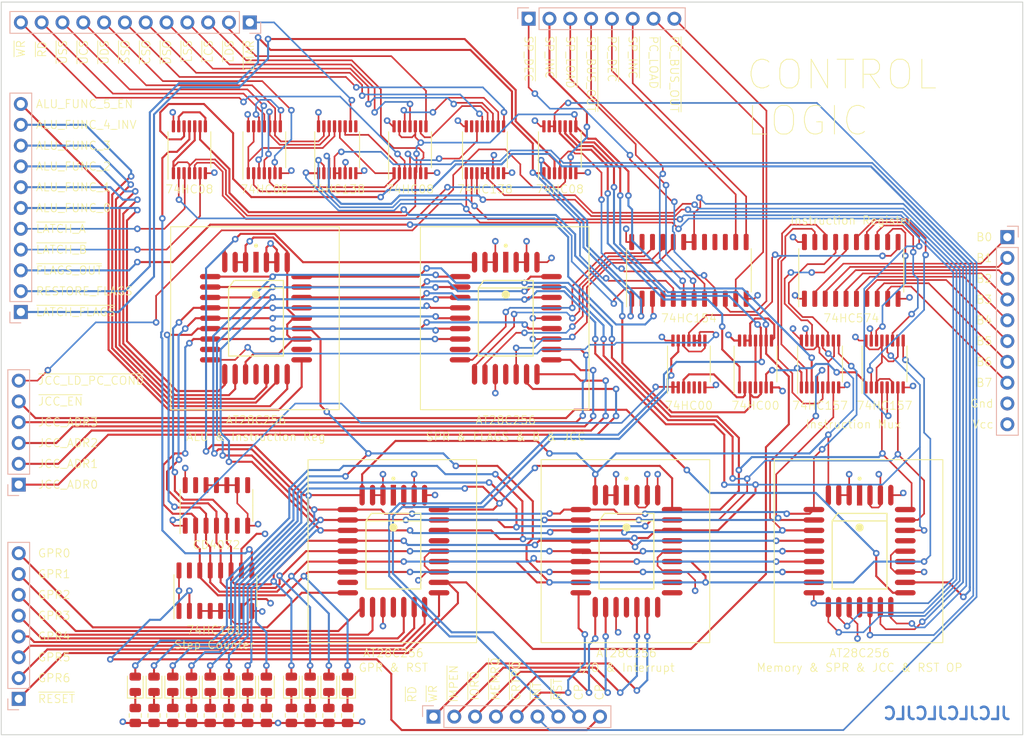
<source format=kicad_pcb>
(kicad_pcb (version 20211014) (generator pcbnew)
  (layers (0 "F.Cu" signal) (1 "In1.Cu" signal) (2 "In2.Cu" signal) (31 "B.Cu" signal) (34 "B.Paste" user) (35 "F.Paste" user) (36 "B.SilkS" user "B.Silkscreen") (37 "F.SilkS" user "F.Silkscreen") (38 "B.Mask" user) (39 "F.Mask" user) (44 "Edge.Cuts" user))
  (net 0 "")
  (net 1 "~{READ}")
  (net 2 "~{WRITE}")
  (net 3 "~{IO_REQUEST}")
  (net 4 "~{MEM_REQ}")
  (net 5 "~{CPU_INTERRUPT}")
  (net 6 "~{RESET_IN}")
  (net 7 "CLOCK")
  (net 8 "~{RESET}")
  (net 9 "GPR6")
  (net 10 "GPR5")
  (net 11 "GPR4")
  (net 12 "GPR3")
  (net 13 "GPR2")
  (net 14 "GPR1")
  (net 15 "GPR0")
  (net 16 "ALU_FUNC_5_EN")
  (net 17 "ALU_FUNC_4")
  (net 18 "ALU_FUNC_3")
  (net 19 "ALU_FUNC_2")
  (net 20 "ALU_FUNC_1")
  (net 21 "ALU_FUNC_0")
  (net 22 "~{LATCH_ACCUMULATOR}")
  (net 23 "~{LATCH_B}")
  (net 24 "~{FLAGS_OUT}")
  (net 25 "RESTORE_FLAGS")
  (net 26 "~{LATCH_FLAGS}")
  (net 27 "JCC_LD_PC_COND")
  (net 28 "INSTRUCTION_7")
  (net 29 "INSTRUCTION_6")
  (net 30 "INSTRUCTION_5")
  (net 31 "INSTRUCTION_4")
  (net 32 "INSTRUCTION_3")
  (net 33 "INSTRUCTION_2")
  (net 34 "INSTRUCTION_1")
  (net 35 "INSTRUCTION_0")
  (net 36 "GND")
  (net 37 "VCC")
  (net 38 "~{JCC_EN}")
  (net 39 "JCC_ADR3")
  (net 40 "JCC_ADR2")
  (net 41 "JCC_ADR1")
  (net 42 "JCC_ADR0")
  (net 43 "~{SP_BUS_OUT}")
  (net 44 "~{SP_LOAD}")
  (net 45 "~{SP_INC}")
  (net 46 "~{SP_DEC}")
  (net 47 "~{PC_BUS_OUT}")
  (net 48 "~{PC_LOAD}")
  (net 49 "~{PC_INC}")
  (net 50 "~{PC_DEC}")
  (net 51 "~{RESET_STEP_COUNTER}")
  (net 53 "Net-(U2-Pad1)")
  (net 54 "Net-(U19-Pad6)")
  (net 55 "Net-(U1-Pad9)")
  (net 56 "~{TRIGGER_RESET_STEP}")
  (net 58 "MEM0")
  (net 59 "MEM1")
  (net 60 "~{SPR_FLAGS_ACC_B_EN}")
  (net 61 "MEM2")
  (net 62 "~{SEGMENT_REGISTER_EN}")
  (net 63 "~{MEMORY_ENABLE}")
  (net 66 "~{LATCH_MAR}")
  (net 67 "/~{WR_STACK}")
  (net 68 "/~{WR_DATA}")
  (net 69 "/~{RD_STACK}")
  (net 70 "/~{RD_DATA}")
  (net 71 "~{USE_CODE_SEGMENT}")
  (net 72 "BUS0")
  (net 73 "BUS1")
  (net 74 "Net-(U10-Pad4)")
  (net 78 "SPR_FLAGS_ACC_B_CNTL_3")
  (net 79 "SPR_FLAGS_ACC_B_CNTL_2")
  (net 80 "SPR_FLAGS_ACC_B_CNTL_1")
  (net 81 "SPR_FLAGS_ACC_B_CNTL_0")
  (net 82 "~{USE_STACK_SEGMENT}")
  (net 83 "~{USE_DATA_SEGMENT}")
  (net 84 "Net-(U9-Pad12)")
  (net 85 "~{MEM_READ}")
  (net 86 "~{MEM_WRITE}")
  (net 87 "Net-(U18-Pad11)")
  (net 88 "BUS2")
  (net 89 "BUS3")
  (net 90 "~{LATCH_DATA_SEGMENT}")
  (net 91 "Net-(U13-Pad12)")
  (net 92 "~{LATCH_STACK_SEGMENT}")
  (net 93 "Net-(U13-Pad10)")
  (net 94 "Net-(U13-Pad14)")
  (net 95 "~{LATCH_CODE_SEGMENT}")
  (net 97 "~{STACK_SEGMENT_OUT}")
  (net 98 "~{DATA_SEGMENT_OUT}")
  (net 99 "~{CODE_SEGMENT_OUT}")
  (net 101 "Net-(U19-Pad2)")
  (net 102 "BUS4")
  (net 103 "BUS5")
  (net 104 "BUS6")
  (net 105 "BUS7")
  (net 106 "Net-(U4-Pad12)")
  (net 107 "~{INSTRUCTION_REG_IN}")
  (net 108 "Net-(U16-Pad5)")
  (net 109 "Net-(U16-Pad2)")
  (net 110 "Net-(U10-Pad2)")
  (net 112 "INST7")
  (net 113 "INST2")
  (net 114 "INST1")
  (net 115 "INST0")
  (net 116 "STEP3")
  (net 117 "STEP2")
  (net 118 "STEP1")
  (net 119 "STEP0")
  (net 122 "INST5")
  (net 124 "INST6")
  (net 125 "INST4")
  (net 126 "INST3")
  (net 143 "~{IRQ_MASK_PORT_EN}")
  (net 144 "~{CLOCK}")
  (net 145 "Net-(U10-Pad11)")
  (net 146 "~{SOFTWARE_RESET}")
  (net 147 "~{INTERRUPT_HANDLER_EN}")
  (net 148 "Net-(U19-Pad11)")
  (net 149 "Net-(U19-Pad12)")
  (net 153 "Net-(D1-Pad1)")
  (net 154 "Net-(D2-Pad1)")
  (net 155 "Net-(D3-Pad1)")
  (net 156 "Net-(D4-Pad1)")
  (net 157 "Net-(D5-Pad1)")
  (net 158 "Net-(D6-Pad1)")
  (net 159 "Net-(D7-Pad1)")
  (net 160 "Net-(D8-Pad1)")
  (net 161 "Net-(D9-Pad1)")
  (net 162 "Net-(D10-Pad1)")
  (net 163 "Net-(D11-Pad1)")
  (net 164 "Net-(D12-Pad1)")
  (footprint "LED_SMD:LED_0805_2012Metric" (layer "F.Cu") (at 106.164 140.462 90)
    (fp_text reference "D4" hide)
    (fp_text value "LED" hide)
  )
  (footprint "Resistor_SMD:R_0805_2012Metric" (layer "F.Cu") (at 89.408 144.272 -90)
    (fp_text reference "R9" hide)
    (fp_text value "R_US" hide)
  )
  (footprint "LED_SMD:LED_0805_2012Metric" (layer "F.Cu") (at 82.55 140.462 90)
    (fp_text reference "D6" hide)
    (fp_text value "LED" hide)
  )
  (footprint "Resistor_SMD:R_0805_2012Metric" (layer "F.Cu") (at 84.836 144.272 -90)
    (fp_text reference "R7" hide)
    (fp_text value "R_US" hide)
  )
  (footprint "Package_SO:SOIC-14_3.9x8.7mm_P1.27mm" (layer "F.Cu") (at 90.17 118.618 90)
    (fp_text reference "U2" hide)
    (fp_text value "4072")
  )
  (footprint "Stephenv6:Microchip-32J-10_2001-B-IPC_A" (layer "F.Cu") (at 94.996 95.758)
    (fp_text reference "U12" hide)
    (fp_text value "PLCC32_28_28C256" hide)
  )
  (footprint "LED_SMD:LED_0805_2012Metric" (layer "F.Cu") (at 101.6 140.462 90)
    (fp_text reference "D2" hide)
    (fp_text value "LED" hide)
  )
  (footprint "LED_SMD:LED_0805_2012Metric" (layer "F.Cu") (at 103.886 140.462 90)
    (fp_text reference "D3" hide)
    (fp_text value "LED" hide)
  )
  (footprint "Package_SO:TSSOP-16_4.4x5mm_P0.65mm" (layer "F.Cu") (at 104.902 75.184 90)
    (fp_text reference "U7" hide)
    (fp_text value "74LS138" hide)
  )
  (footprint "LED_SMD:LED_0805_2012Metric" (layer "F.Cu") (at 80.264 140.462 90)
    (fp_text reference "D5" hide)
    (fp_text value "LED" hide)
  )
  (footprint "Stephenv6:Microchip-32J-10_2001-B-IPC_A" (layer "F.Cu") (at 111.76 124.206)
    (fp_text reference "U11" hide)
    (fp_text value "PLCC32_28_28C256" hide)
  )
  (footprint "Package_SO:TSSOP-16_4.4x5mm_P0.65mm" (layer "F.Cu") (at 163.83 101.346 90)
    (fp_text reference "U3" hide)
    (fp_text value "74LS157" hide)
  )
  (footprint "Package_SO:TSSOP-14_4.4x5mm_P0.65mm" (layer "F.Cu") (at 96.012 75.184 90)
    (fp_text reference "U9" hide)
    (fp_text value "74LS08" hide)
  )
  (footprint "LED_SMD:LED_0805_2012Metric" (layer "F.Cu") (at 93.98 140.462 90)
    (fp_text reference "D11" hide)
    (fp_text value "LED" hide)
  )
  (footprint "Package_SO:TSSOP-16_4.4x5mm_P0.65mm" (layer "F.Cu") (at 171.704 101.346 90)
    (fp_text reference "U5" hide)
    (fp_text value "74LS157" hide)
  )
  (footprint "Resistor_SMD:R_0805_2012Metric" (layer "F.Cu") (at 101.6 144.272 -90)
    (fp_text reference "R2" hide)
    (fp_text value "R_US" hide)
  )
  (footprint "Resistor_SMD:R_0805_2012Metric" (layer "F.Cu") (at 80.264 144.272 -90)
    (fp_text reference "R5" hide)
    (fp_text value "R_US" hide)
  )
  (footprint "LED_SMD:LED_0805_2012Metric" (layer "F.Cu") (at 87.122 140.462 90)
    (fp_text reference "D8" hide)
    (fp_text value "LED" hide)
  )
  (footprint "Package_SO:SOIC-16_3.9x9.9mm_P1.27mm" (layer "F.Cu") (at 90.043 129.032 90)
    (fp_text reference "U1" hide)
    (fp_text value "74LS161" hide)
  )
  (footprint "Package_SO:TSSOP-14_4.4x5mm_P0.65mm" (layer "F.Cu") (at 86.868 75.184 90)
    (fp_text reference "U16" hide)
    (fp_text value "74LS08" hide)
  )
  (footprint "Package_SO:TSSOP-14_4.4x5mm_P0.65mm" (layer "F.Cu") (at 155.956 101.346 90)
    (fp_text reference "U19" hide)
    (fp_text value "74LS00")
  )
  (footprint "Resistor_SMD:R_0805_2012Metric" (layer "F.Cu") (at 82.55 144.272 -90)
    (fp_text reference "R6" hide)
    (fp_text value "R_US" hide)
  )
  (footprint "Stephenv6:Microchip-32J-10_2001-B-IPC_A" (layer "F.Cu") (at 168.656 124.206)
    (fp_text reference "U6" hide)
    (fp_text value "PLCC32_28_28C256" hide)
  )
  (footprint "Package_SO:TSSOP-14_4.4x5mm_P0.65mm" (layer "F.Cu") (at 132.08 75.184 90)
    (fp_text reference "U10" hide)
    (fp_text value "74LS08" hide)
  )
  (footprint "Resistor_SMD:R_0805_2012Metric" (layer "F.Cu") (at 103.886 144.272 -90)
    (fp_text reference "R3" hide)
    (fp_text value "R_US" hide)
  )
  (footprint "Stephenv6:Microchip-32J-10_2001-B-IPC_A" (layer "F.Cu") (at 140.208 124.206)
    (fp_text reference "U15" hide)
    (fp_text value "PLCC32_28_28C256" hide)
  )
  (footprint "Resistor_SMD:R_0805_2012Metric" (layer "F.Cu") (at 93.98 144.272 -90)
    (fp_text reference "R11" hide)
    (fp_text value "R_US" hide)
  )
  (footprint "LED_SMD:LED_0805_2012Metric" (layer "F.Cu") (at 91.694 140.462 90)
    (fp_text reference "D10" hide)
    (fp_text value "LED" hide)
  )
  (footprint "Package_SO:TSSOP-14_4.4x5mm_P0.65mm" (layer "F.Cu") (at 147.828 101.346 90)
    (fp_text reference "U4" hide)
    (fp_text value "74LS00" hide)
  )
  (footprint "Package_SO:SO-24_5.3x15mm_P1.27mm" (layer "F.Cu") (at 147.828 89.916 90)
    (fp_text reference "U8" hide)
    (fp_text value "74LS154" hide)
  )
  (footprint "Resistor_SMD:R_0805_2012Metric" (layer "F.Cu") (at 99.314 144.272 -90)
    (fp_text reference "R1" hide)
    (fp_text value "R_US" hide)
  )
  (footprint "Resistor_SMD:R_0805_2012Metric" (layer "F.Cu") (at 87.122 144.272 -90)
    (fp_text reference "R8" hide)
    (fp_text value "R_US" hide)
  )
  (footprint "Package_SO:SO-20_5.3x12.6mm_P1.27mm" (layer "F.Cu") (at 167.64 89.916 90)
    (fp_text reference "U18" hide)
    (fp_text value "74LS574" hide)
  )
  (footprint "Package_SO:TSSOP-16_4.4x5mm_P0.65mm" (layer "F.Cu") (at 122.936 75.184 90)
    (fp_text reference "U13" hide)
    (fp_text value "74LS138" hide)
  )
  (footprint "Resistor_SMD:R_0805_2012Metric" (layer "F.Cu") (at 91.694 144.272 -90)
    (fp_text reference "R10" hide)
    (fp_text value "R_US" hide)
  )
  (footprint "Resistor_SMD:R_0805_2012Metric" (layer "F.Cu") (at 96.266 144.272 -90)
    (fp_text reference "R12" hide)
    (fp_text value "R_US" hide)
  )
  (footprint "Resistor_SMD:R_0805_2012Metric" (layer "F.Cu") (at 106.172 144.272 -90)
    (fp_text reference "R4" hide)
    (fp_text value "R_US" hide)
  )
  (footprint "LED_SMD:LED_0805_2012Metric" (layer "F.Cu") (at 99.314 140.462 90)
    (fp_text reference "D1" hide)
    (fp_text value "LED" hide)
  )
  (footprint "LED_SMD:LED_0805_2012Metric" (layer "F.Cu") (at 84.836 140.462 90)
    (fp_text reference "D7" hide)
    (fp_text value "LED" hide)
  )
  (footprint "LED_SMD:LED_0805_2012Metric" (layer "F.Cu") (at 96.266 140.462 90)
    (fp_text reference "D12" hide)
    (fp_text value "LED" hide)
  )
  (footprint "Stephenv6:Microchip-32J-10_2001-B-IPC_A" (layer "F.Cu") (at 125.476 95.758)
    (fp_text reference "U14" hide)
    (fp_text value "PLCC32_28_28C256" hide)
  )
  (footprint "LED_SMD:LED_0805_2012Metric" (layer "F.Cu") (at 89.408 140.462 90)
    (fp_text reference "D9" hide)
    (fp_text value "LED" hide)
  )
  (footprint "Package_SO:TSSOP-14_4.4x5mm_P0.65mm" (layer "F.Cu") (at 113.792 75.184 90)
    (fp_text reference "U17" hide)
    (fp_text value "74LS08" hide)
  )
  (footprint "Connector_PinHeader_2.54mm:PinHeader_1x09_P2.54mm_Vertical" (layer "B.Cu") (at 116.656 144.412 -90)
    (fp_text reference "J1" hide)
    (fp_text value "Conn_01x09")
  )
  (footprint "Connector_PinHeader_2.54mm:PinHeader_1x10_P2.54mm_Vertical" (layer "B.Cu") (at 186.69 85.852 180)
    (fp_text reference "J4" hide)
    (fp_text value "Conn_01x10" hide)
  )
  (footprint "Connector_PinHeader_2.54mm:PinHeader_1x11_P2.54mm_Vertical" (layer "B.Cu") (at 66.294 94.996)
    (fp_text reference "J3" hide)
    (fp_text value "Conn_01x11" hide)
  )
  (footprint "Connector_PinHeader_2.54mm:PinHeader_1x06_P2.54mm_Vertical" (layer "B.Cu") (at 66.04 116.078)
    (fp_text reference "J5" hide)
    (fp_text value "Conn_01x06" hide)
  )
  (footprint "Connector_PinHeader_2.54mm:PinHeader_1x08_P2.54mm_Vertical" (layer "B.Cu") (at 66.04 142.24)
    (fp_text reference "J2" hide)
    (fp_text value "Conn_01x08" hide)
  )
  (footprint "Connector_PinHeader_2.54mm:PinHeader_1x08_P2.54mm_Vertical" (layer "B.Cu") (at 128.27 59.182 -90)
    (fp_text reference "J7" hide)
    (fp_text value "Conn_01x08" hide)
  )
  (footprint "Connector_PinHeader_2.54mm:PinHeader_1x12_P2.54mm_Vertical" (layer "B.Cu") (at 94.239 59.632 90)
    (fp_text reference "J6" hide)
    (fp_text value "Conn_01x12" hide)
  )
  (gr_rect (start 188.563 57.15) (end 63.913 146.622) (layer "Edge.Cuts") (width 0.12) (fill none))
  (gr_text "JLCJLCJLCJLC" (at 179.324 144.018) (layer "B.Cu") (effects (font (size 1.5 1.5) (thickness 0.3)) (justify mirror)))
  (gr_text "~{INT}" (at 129.286 142.494 90) (layer "F.SilkS") (effects (font (size 1 1) (thickness 0.1)) (justify left)))
  (gr_text "Instruction Register" (at 167.64 83.82) (layer "F.SilkS") (effects (font (size 1 1) (thickness 0.1))))
  (gr_text "~{SP_INC}" (at 130.81 61.214 270) (layer "F.SilkS") (effects (font (size 1 1) (thickness 0.1)) (justify left)))
  (gr_text "74HC08" (at 96.012 80.01) (layer "F.SilkS") (effects (font (size 1 1) (thickness 0.1))))
  (gr_text "AT28C256" (at 111.76 136.652) (layer "F.SilkS") (effects (font (size 1 1) (thickness 0.1))))
  (gr_text "Vcc" (at 182.372 108.712) (layer "F.SilkS") (effects (font (size 1 1) (thickness 0.1)) (justify left)))
  (gr_text "Step Counter" (at 89.916 135.636) (layer "F.SilkS") (effects (font (size 1 1) (thickness 0.1))))
  (gr_text "GPR0" (at 68.326 124.46) (layer "F.SilkS") (effects (font (size 1 1) (thickness 0.1)) (justify left)))
  (gr_text "~{LMAR}" (at 94.254 61.722 90) (layer "F.SilkS") (effects (font (size 1 1) (thickness 0.1)) (justify right)))
  (gr_text "ALU_FUNC_0" (at 68.072 82.296) (layer "F.SilkS") (effects (font (size 1 1) (thickness 0.1)) (justify left)))
  (gr_text "ALU_FUNC_4_INV" (at 68.072 72.136) (layer "F.SilkS") (effects (font (size 1 1) (thickness 0.1)) (justify left)))
  (gr_text "GPR5" (at 68.326 137.16) (layer "F.SilkS") (effects (font (size 1 1) (thickness 0.1)) (justify left)))
  (gr_text "GPR4" (at 68.326 134.62) (layer "F.SilkS") (effects (font (size 1 1) (thickness 0.1)) (justify left)))
  (gr_text "ALU_FUNC_1" (at 68.072 79.756) (layer "F.SilkS") (effects (font (size 1 1) (thickness 0.1)) (justify left)))
  (gr_text "ALU_FUNC_2" (at 68.072 77.216) (layer "F.SilkS") (effects (font (size 1 1) (thickness 0.1)) (justify left)))
  (gr_text "JCC_ADR2" (at 68.326 110.998) (layer "F.SilkS") (effects (font (size 1 1) (thickness 0.1)) (justify left)))
  (gr_text "AT28C256" (at 94.996 108.204) (layer "F.SilkS") (effects (font (size 1 1) (thickness 0.1))))
  (gr_text "~{SP_LOAD}" (at 133.35 61.214 270) (layer "F.SilkS") (effects (font (size 1 1) (thickness 0.1)) (justify left)))
  (gr_text "74HC08" (at 113.792 80.01) (layer "F.SilkS") (effects (font (size 1 1) (thickness 0.1))))
  (gr_text "CONTROL\nLOGIC" (at 154.686 68.834) (layer "F.SilkS") (effects (font (size 3.5 3.5) (thickness 0.1)) (justify left)))
  (gr_text "GPR6" (at 68.326 139.7) (layer "F.SilkS") (effects (font (size 1 1) (thickness 0.1)) (justify left)))
  (gr_text "~{FLAGS_OUT}" (at 68.072 89.916) (layer "F.SilkS") (effects (font (size 1 1) (thickness 0.1)) (justify left)))
  (gr_text "B6" (at 184.912 101.092) (layer "F.SilkS") (effects (font (size 1 1) (thickness 0.1)) (justify right)))
  (gr_text "74HC157" (at 171.704 106.426) (layer "F.SilkS") (effects (font (size 1 1) (thickness 0.1))))
  (gr_text "~{RESET}" (at 68.326 142.24) (layer "F.SilkS") (effects (font (size 1 1) (thickness 0.1)) (justify left)))
  (gr_text "SPR & FLAGS & B & JCC" (at 125.476 110.236) (layer "F.SilkS") (effects (font (size 1 1) (thickness 0.1))))
  (gr_text "~{SP_DEC}" (at 128.27 61.214 270) (layer "F.SilkS") (effects (font (size 1 1) (thickness 0.1)) (justify left)))
  (gr_text "ALU_FUNC_3" (at 68.072 74.676) (layer "F.SilkS") (effects (font (size 1 1) (thickness 0.1)) (justify left)))
  (gr_text "74HC161" (at 89.916 133.858) (layer "F.SilkS") (effects (font (size 1 1) (thickness 0.1))))
  (gr_text "~{LATCH_B}" (at 68.072 87.376) (layer "F.SilkS") (effects (font (size 1 1) (thickness 0.1)) (justify left)))
  (gr_text "74HC138" (at 122.936 80.01) (layer "F.SilkS") (effects (font (size 1 1) (thickness 0.1))))
  (gr_text "~{RST}" (at 131.826 142.494 90) (layer "F.SilkS") (effects (font (size 1 1) (thickness 0.1)) (justify left)))
  (gr_text "B3" (at 184.912 93.472) (layer "F.SilkS") (effects (font (size 1 1) (thickness 0.1)) (justify right)))
  (gr_text "~{IORQ}" (at 121.666 142.494 90) (layer "F.SilkS") (effects (font (size 1 1) (thickness 0.1)) (justify left)))
  (gr_text "GPR3" (at 68.326 132.08) (layer "F.SilkS") (effects (font (size 1 1) (thickness 0.1)) (justify left)))
  (gr_text "~{LSS}" (at 86.664 61.722 90) (layer "F.SilkS") (effects (font (size 1 1) (thickness 0.1)) (justify right)))
  (gr_text "~{UCS}" (at 73.964 61.722 90) (layer "F.SilkS") (effects (font (size 1 1) (thickness 0.1)) (justify right)))
  (gr_text "B2" (at 184.912 90.932) (layer "F.SilkS") (effects (font (size 1 1) (thickness 0.1)) (justify right)))
  (gr_text "Instruction Mux" (at 167.894 108.712) (layer "F.SilkS") (effects (font (size 1 1) (thickness 0.1))))
  (gr_text "I/O & Interrupt" (at 140.208 138.43) (layer "F.SilkS") (effects (font (size 1 1) (thickness 0.1))))
  (gr_text "~{CRTRQ}" (at 126.746 142.494 90) (layer "F.SilkS") (effects (font (size 1 1) (thickness 0.1)) (justify left)))
  (gr_text "74HC08" (at 86.868 80.01) (layer "F.SilkS") (effects (font (size 1 1) (thickness 0.1))))
  (gr_text "~{LCS}" (at 89.204 61.722 90) (layer "F.SilkS") (effects (font (size 1 1) (thickness 0.1)) (justify right)))
  (gr_text "GPR1" (at 68.326 127) (layer "F.SilkS") (effects (font (size 1 1) (thickness 0.1)) (justify left)))
  (gr_text "74HC574" (at 167.64 95.758) (layer "F.SilkS") (effects (font (size 1 1) (thickness 0.1))))
  (gr_text "74HC00" (at 155.956 106.426) (layer "F.SilkS") (effects (font (size 1 1) (thickness 0.1))))
  (gr_text "74HC157" (at 163.83 106.426) (layer "F.SilkS") (effects (font (size 1 1) (thickness 0.1))))
  (gr_text "~{IMPEN}" (at 119.126 142.748 90) (layer "F.SilkS") (effects (font (size 1 1) (thickness 0.1)) (justify left)))
  (gr_text "B4" (at 184.912 96.012) (layer "F.SilkS") (effects (font (size 1 1) (thickness 0.1)) (justify right)))
  (gr_text "CD4072" (at 90.17 123.444) (layer "F.SilkS") (effects (font (size 1 1) (thickness 0.1))))
  (gr_text "CP" (at 136.906 142.494 90) (layer "F.SilkS") (effects (font (size 1 1) (thickness 0.1)) (justify left)))
  (gr_text "B0" (at 184.912 85.852) (layer "F.SilkS") (effects (font (size 1 1) (thickness 0.1)) (justify right)))
  (gr_text "74HC154" (at 147.828 95.758) (layer "F.SilkS") (effects (font (size 1 1) (thickness 0.1))))
  (gr_text "~{SSO}" (at 79.044 61.722 90) (layer "F.SilkS") (effects (font (size 1 1) (thickness 0.1)) (justify right)))
  (gr_text "~{DSO}" (at 84.124 61.722 90) (layer "F.SilkS") (effects (font (size 1 1) (thickness 0.1)) (justify right)))
  (gr_text "~{MEMRQ}" (at 124.206 142.494 90) (layer "F.SilkS") (effects (font (size 1 1) (thickness 0.1)) (justify left)))
  (gr_text "AT28C256" (at 125.476 108.204) (layer "F.SilkS") (effects (font (size 1 1) (thickness 0.1))))
  (gr_text "~{WR}" (at 66.294 61.722 90) (layer "F.SilkS") (effects (font (size 1 1) (thickness 0.1)) (justify right)))
  (gr_text "~{PC_BUS_OUT}" (at 146.05 61.214 270) (layer "F.SilkS") (effects (font (size 1 1) (thickness 0.1)) (justify left)))
  (gr_text "AT28C256" (at 168.656 136.652) (layer "F.SilkS") (effects (font (size 1 1) (thickness 0.1))))
  (gr_text "74HC08" (at 132.08 80.01) (layer "F.SilkS") (effects (font (size 1 1) (thickness 0.1))))
  (gr_text "~{LATCH_A}" (at 68.072 84.836) (layer "F.SilkS") (effects (font (size 1 1) (thickness 0.1)) (justify left)))
  (gr_text "~{RD}" (at 114.046 142.748 90) (layer "F.SilkS") (effects (font (size 1 1) (thickness 0.1)) (justify left)))
  (gr_text "~{LDS}" (at 91.744 61.722 90) (layer "F.SilkS") (effects (font (size 1 1) (thickness 0.1)) (justify right)))
  (gr_text "ALU_FUNC_5_EN" (at 68.072 69.596) (layer "F.SilkS") (effects (font (size 1 1) (thickness 0.1)) (justify left)))
  (gr_text "~{JCC_EN}" (at 68.326 105.918) (layer "F.SilkS") (effects (font (size 1 1) (thickness 0.1)) (justify left)))
  (gr_text "B7" (at 184.912 103.632) (layer "F.SilkS") (effects (font (size 1 1) (thickness 0.1)) (justify right)))
  (gr_text "ALU & Instruction Reg" (at 94.996 110.236) (layer "F.SilkS") (effects (font (size 1 1) (thickness 0.1))))
  (gr_text "GPR2" (at 68.326 129.54) (layer "F.SilkS") (effects (font (size 1 1) (thickness 0.1)) (justify left)))
  (gr_text "~{JCC_LD_PC_COND}" (at 68.326 103.378) (layer "F.SilkS") (effects (font (size 1 1) (thickness 0.1)) (justify left)))
  (gr_text "JCC_ADR1" (at 68.326 113.538) (layer "F.SilkS") (effects (font (size 1 1) (thickness 0.1)) (justify left)))
  (gr_text "~{PC_DEC}" (at 138.43 61.214 270) (layer "F.SilkS") (effects (font (size 1 1) (thickness 0.1)) (justify left)))
  (gr_text "~{RD}" (at 68.894 61.862 90) (layer "F.SilkS") (effects (font (size 1 1) (thickness 0.1)) (justify right)))
  (gr_text "Memory & SPR & JCC & RST OP" (at 168.656 138.43) (layer "F.SilkS") (effects (font (size 1 1) (thickness 0.1))))
  (gr_text "~{USS}" (at 71.424 61.722 90) (layer "F.SilkS") (effects (font (size 1 1) (thickness 0.1)) (justify right)))
  (gr_text "74HC138" (at 104.902 80.01) (layer "F.SilkS") (effects (font (size 1 1) (thickness 0.1))))
  (gr_text "~{WR}" (at 116.586 142.748 90) (layer "F.SilkS") (effects (font (size 1 1) (thickness 0.1)) (justify left)))
  (gr_text "JCC_ADR0" (at 68.326 116.078) (layer "F.SilkS") (effects (font (size 1 1) (thickness 0.1)) (justify left)))
  (gr_text "~{SP_BUS_OUT}" (at 135.89 61.214 270) (layer "F.SilkS") (effects (font (size 1 1) (thickness 0.1)) (justify left)))
  (gr_text "JCC_ADR3" (at 68.326 108.458) (layer "F.SilkS") (effects (font (size 1 1) (thickness 0.1)) (justify left)))
  (gr_text "Gnd" (at 182.118 106.172) (layer "F.SilkS") (effects (font (size 1 1) (thickness 0.1)) (justify left)))
  (gr_text "74HC00" (at 147.828 106.426) (layer "F.SilkS") (effects (font (size 1 1) (thickness 0.1))))
  (gr_text "~{LATCH_FLAGS}" (at 68.072 94.996) (layer "F.SilkS") (effects (font (size 1 1) (thickness 0.1)) (justify left)))
  (gr_text "~{UDS}" (at 76.504 61.722 90) (layer "F.SilkS") (effects (font (size 1 1) (thickness 0.1)) (justify right)))
  (gr_text "B5" (at 184.912 98.552) (layer "F.SilkS") (effects (font (size 1 1) (thickness 0.1)) (justify right)))
  (gr_text "B1" (at 184.912 88.392) (layer "F.SilkS") (effects (font (size 1 1) (thickness 0.1)) (justify right)))
  (gr_text "~{PC_LOAD}" (at 143.51 61.214 270) (layer "F.SilkS") (effects (font (size 1 1) (thickness 0.1)) (justify left)))
  (gr_text "RESTORE_FLAGS" (at 68.072 92.456) (layer "F.SilkS") (effects (font (size 1 1) (thickness 0.1)) (justify left)))
  (gr_text "~{SP_INC}" (at 140.97 61.214 270) (layer "F.SilkS") (effects (font (size 1 1) (thickness 0.1)) (justify left)))
  (gr_text "~{CSO}" (at 81.584 61.722 90) (layer "F.SilkS") (effects (font (size 1 1) (thickness 0.1)) (justify right)))
  (gr_text "CP" (at 134.366 142.494 90) (layer "F.SilkS") (effects (font (size 1 1) (thickness 0.1)) (justify left)))
  (gr_text "GPR & RST" (at 111.76 138.43) (layer "F.SilkS") (effects (font (size 1 1) (thickness 0.1))))
  (gr_text "AT28C256" (at 140.208 136.652) (layer "F.SilkS") (effects (font (size 1 1) (thickness 0.1))))
  (segment (start 123.146 137.922) (end 116.656 144.412) (width 0.25) (layer "F.Cu") (net 1))
  (segment (start 138.176 137.922) (end 123.146 137.922) (width 0.25) (layer "F.Cu") (net 1))
  (segment (start 141.478 141.224) (end 138.176 137.922) (width 0.25) (layer "F.Cu") (net 1))
  (segment (start 142.748 134.62) (end 142.748 131.049553) (width 0.25) (layer "F.Cu") (net 1))
  (via (at 141.478 141.224) (size 0.8) (drill 0.4) (layers "F.Cu" "B.Cu") (net 1))
  (via (at 142.748 134.62) (size 0.8) (drill 0.4) (layers "F.Cu" "B.Cu") (net 1))
  (segment (start 142.748 139.954) (end 141.478 141.224) (width 0.25) (layer "B.Cu") (net 1))
  (segment (start 142.748 134.62) (end 142.748 139.954) (width 0.25) (layer "B.Cu") (net 1))
  (segment (start 119.196 144.412) (end 125.178 138.43) (width 0.25) (layer "F.Cu") (net 2))
  (segment (start 136.398 138.43) (end 139.446 141.478) (width 0.25) (layer "F.Cu") (net 2))
  (segment (start 141.478 134.62) (end 141.478 131.049553) (width 0.25) (layer "F.Cu") (net 2))
  (segment (start 125.178 138.43) (end 136.398 138.43) (width 0.25) (layer "F.Cu") (net 2))
  (via (at 141.478 134.62) (size 0.8) (drill 0.4) (layers "F.Cu" "B.Cu") (net 2))
  (via (at 139.446 141.478) (size 0.8) (drill 0.4) (layers "F.Cu" "B.Cu") (net 2))
  (segment (start 141.478 139.446) (end 139.446 141.478) (width 0.25) (layer "B.Cu") (net 2))
  (segment (start 141.478 134.62) (end 141.478 139.446) (width 0.25) (layer "B.Cu") (net 2))
  (segment (start 129.204501 139.483499) (end 133.641499 139.483499) (width 0.25) (layer "F.Cu") (net 3))
  (segment (start 133.641499 139.483499) (end 135.636 141.478) (width 0.25) (layer "F.Cu") (net 3))
  (segment (start 124.276 144.412) (end 129.204501 139.483499) (width 0.25) (layer "F.Cu") (net 3))
  (segment (start 136.398 134.874) (end 136.398 131.049553) (width 0.25) (layer "F.Cu") (net 3))
  (via (at 135.636 141.478) (size 0.8) (drill 0.4) (layers "F.Cu" "B.Cu") (net 3))
  (via (at 136.398 134.874) (size 0.8) (drill 0.4) (layers "F.Cu" "B.Cu") (net 3))
  (segment (start 136.398 134.874) (end 135.636 135.636) (width 0.25) (layer "B.Cu") (net 3))
  (segment (start 135.636 135.636) (end 135.636 141.478) (width 0.25) (layer "B.Cu") (net 3))
  (segment (start 134.366 129.554448) (end 134.634448 129.286) (width 0.25) (layer "F.Cu") (net 4))
  (segment (start 134.366 133.604) (end 134.366 129.554448) (width 0.25) (layer "F.Cu") (net 4))
  (segment (start 129.75 141.478) (end 126.816 144.412) (width 0.25) (layer "F.Cu") (net 4))
  (segment (start 133.096 141.478) (end 129.75 141.478) (width 0.25) (layer "F.Cu") (net 4))
  (segment (start 135.128 134.366) (end 134.366 133.604) (width 0.25) (layer "F.Cu") (net 4))
  (via (at 133.096 141.478) (size 0.8) (drill 0.4) (layers "F.Cu" "B.Cu") (net 4))
  (via (at 135.128 134.366) (size 0.8) (drill 0.4) (layers "F.Cu" "B.Cu") (net 4))
  (segment (start 135.128 137.922) (end 133.096 139.954) (width 0.25) (layer "B.Cu") (net 4))
  (segment (start 133.096 139.954) (end 133.096 141.478) (width 0.25) (layer "B.Cu") (net 4))
  (segment (start 135.128 134.366) (end 135.128 137.922) (width 0.25) (layer "B.Cu") (net 4))
  (segment (start 131.43 72.3215) (end 131.43 70.754) (width 0.2) (layer "F.Cu") (net 5))
  (segment (start 130.78 72.3215) (end 131.43 72.3215) (width 0.2) (layer "F.Cu") (net 5))
  (segment (start 131.43 70.754) (end 132.717001 69.466999) (width 0.2) (layer "F.Cu") (net 5))
  (segment (start 132.717001 69.466999) (end 133.096 69.466999) (width 0.2) (layer "F.Cu") (net 5))
  (via (at 133.096 69.466999) (size 0.8) (drill 0.4) (layers "F.Cu" "B.Cu") (net 5))
  (segment (start 182.932575 129.798419) (end 182.932575 88.952575) (width 0.2) (layer "B.Cu") (net 5))
  (segment (start 130.81 146.05) (end 166.680994 146.05) (width 0.2) (layer "B.Cu") (net 5))
  (segment (start 166.680994 146.05) (end 182.932575 129.798419) (width 0.2) (layer "B.Cu") (net 5))
  (segment (start 182.932575 88.952575) (end 163.446999 69.466999) (width 0.2) (layer "B.Cu") (net 5))
  (segment (start 129.286 144.526) (end 130.81 146.05) (width 0.2) (layer "B.Cu") (net 5))
  (segment (start 163.446999 69.466999) (end 133.096 69.466999) (width 0.2) (layer "B.Cu") (net 5))
  (segment (start 156.606 98.4835) (end 156.606 96.915998) (width 0.25) (layer "F.Cu") (net 6))
  (segment (start 156.606 98.4835) (end 156.606 100.98) (width 0.25) (layer "F.Cu") (net 6))
  (segment (start 136.076194 74.73449) (end 138.684 77.342296) (width 0.25) (layer "F.Cu") (net 6))
  (segment (start 132.73 72.3215) (end 132.73 73.201944) (width 0.25) (layer "F.Cu") (net 6))
  (segment (start 132.73 73.201944) (end 134.262545 74.734489) (width 0.25) (layer "F.Cu") (net 6))
  (segment (start 156.606 96.915998) (end 156.21 96.519998) (width 0.25) (layer "F.Cu") (net 6))
  (segment (start 156.606 100.98) (end 156.718 101.092) (width 0.25) (layer "F.Cu") (net 6))
  (segment (start 134.262545 74.734489) (end 136.076194 74.73449) (width 0.25) (layer "F.Cu") (net 6))
  (segment (start 138.684 77.342296) (end 138.684 79.756) (width 0.25) (layer "F.Cu") (net 6))
  (via (at 156.718 101.092) (size 0.8) (drill 0.4) (layers "F.Cu" "B.Cu") (net 6))
  (via (at 138.684 79.756) (size 0.8) (drill 0.4) (layers "F.Cu" "B.Cu") (net 6))
  (via (at 156.21 96.519998) (size 0.8) (drill 0.4) (layers "F.Cu" "B.Cu") (net 6))
  (segment (start 139.192 109.982) (end 130.81 109.982) (width 0.25) (layer "B.Cu") (net 6))
  (segment (start 130.81 109.982) (end 122.428 118.364) (width 0.25) (layer "B.Cu") (net 6))
  (segment (start 152.712491 93.022489) (end 156.21 96.519998) (width 0.25) (layer "B.Cu") (net 6))
  (segment (start 145.092489 93.022489) (end 152.712491 93.022489) (width 0.25) (layer "B.Cu") (net 6))
  (segment (start 111.252 119.634) (end 111.252 127.254) (width 0.25) (layer "B.Cu") (net 6))
  (segment (start 118.618 134.62) (end 121.92 134.62) (width 0.25) (layer "B.Cu") (net 6))
  (segment (start 144.78 102.616) (end 144.78 104.394) (width 0.25) (layer "B.Cu") (net 6))
  (segment (start 144.78 104.394) (end 139.192 109.982) (width 0.25) (layer "B.Cu") (net 6))
  (segment (start 138.684 86.614) (end 145.092489 93.022489) (width 0.25) (layer "B.Cu") (net 6))
  (segment (start 112.522 118.364) (end 111.252 119.634) (width 0.25) (layer "B.Cu") (net 6))
  (segment (start 138.684 79.756) (end 138.684 86.614) (width 0.25) (layer "B.Cu") (net 6))
  (segment (start 122.428 118.364) (end 112.522 118.364) (width 0.25) (layer "B.Cu") (net 6))
  (segment (start 146.304 101.092) (end 144.78 102.616) (width 0.25) (layer "B.Cu") (net 6))
  (segment (start 121.92 134.62) (end 131.826 144.526) (width 0.25) (layer "B.Cu") (net 6))
  (segment (start 111.252 127.254) (end 118.618 134.62) (width 0.25) (layer "B.Cu") (net 6))
  (segment (start 156.718 101.092) (end 146.304 101.092) (width 0.25) (layer "B.Cu") (net 6))
  (segment (start 145.673299 100.706701) (end 145.673299 102.747299) (width 0.25) (layer "F.Cu") (net 7))
  (segment (start 146.528 98.4835) (end 146.528 99.852) (width 0.25) (layer "F.Cu") (net 7))
  (segment (start 146.528 99.852) (end 145.673299 100.706701) (width 0.25) (layer "F.Cu") (net 7))
  (via (at 145.673299 102.747299) (size 0.8) (drill 0.4) (layers "F.Cu" "B.Cu") (net 7))
  (segment (start 111.701511 126.941511) (end 111.701511 119.946489) (width 0.25) (layer "B.Cu") (net 7))
  (segment (start 118.872 134.112) (end 111.701511 126.941511) (width 0.25) (layer "B.Cu") (net 7))
  (segment (start 131.064 110.49) (end 139.319704 110.49) (width 0.25) (layer "B.Cu") (net 7))
  (segment (start 111.701511 119.946489) (end 112.83449 118.81351) (width 0.25) (layer "B.Cu") (net 7))
  (segment (start 134.366 144.526) (end 123.952 134.112) (width 0.25) (layer "B.Cu") (net 7))
  (segment (start 123.952 134.112) (end 118.872 134.112) (width 0.25) (layer "B.Cu") (net 7))
  (segment (start 145.229511 104.580193) (end 145.229511 103.191087) (width 0.25) (layer "B.Cu") (net 7))
  (segment (start 122.74049 118.81351) (end 131.064 110.49) (width 0.25) (layer "B.Cu") (net 7))
  (segment (start 139.319704 110.49) (end 145.229511 104.580193) (width 0.25) (layer "B.Cu") (net 7))
  (segment (start 145.229511 103.191087) (end 145.673299 102.747299) (width 0.25) (layer "B.Cu") (net 7))
  (segment (start 112.83449 118.81351) (end 122.74049 118.81351) (width 0.25) (layer "B.Cu") (net 7))
  (segment (start 86.868 76.962) (end 86.614 76.708) (width 0.2) (layer "F.Cu") (net 8))
  (segment (start 114.442 73.264) (end 114.046 73.66) (width 0.2) (layer "F.Cu") (net 8))
  (segment (start 112.492 73.376) (end 112.492 72.3215) (width 0.2) (layer "F.Cu") (net 8))
  (segment (start 112.776 73.66) (end 112.492 73.376) (width 0.2) (layer "F.Cu") (net 8))
  (segment (start 114.442 72.3215) (end 114.442 73.64962) (width 0.2) (layer "F.Cu") (net 8))
  (segment (start 114.046 73.66) (end 112.776 73.66) (width 0.2) (layer "F.Cu") (net 8))
  (segment (start 86.614 76.708) (end 85.508 76.708) (width 0.2) (layer "F.Cu") (net 8))
  (segment (start 93.930458 83.228511) (end 113.278234 83.228511) (width 0.2) (layer "F.Cu") (net 8))
  (segment (start 84.918 77.298) (end 84.918 78.0465) (width 0.2) (layer "F.Cu") (net 8))
  (segment (start 113.278234 83.228511) (end 114.442 82.064745) (width 0.2) (layer "F.Cu") (net 8))
  (segment (start 114.442 82.064745) (end 114.442 78.0465) (width 0.2) (layer "F.Cu") (net 8))
  (segment (start 91.327979 80.626033) (end 93.930458 83.228511) (width 0.2) (layer "F.Cu") (net 8))
  (segment (start 89.9941 76.370449) (end 91.327978 77.704327) (width 0.2) (layer "F.Cu") (net 8))
  (segment (start 133.858 70.866) (end 134.03 71.038) (width 0.2) (layer "F.Cu") (net 8))
  (segment (start 86.868 77.159006) (end 87.656557 76.370449) (width 0.2) (layer "F.Cu") (net 8))
  (segment (start 134.03 72.3215) (end 135.543968 73.835468) (width 0.25) (layer "F.Cu") (net 8))
  (segment (start 162.814 104.1675) (end 162.855 104.2085) (width 0.25) (layer "F.Cu") (net 8))
  (segment (start 136.448582 73.83547) (end 140.445487 77.832375) (width 0.25) (layer "F.Cu") (net 8))
  (segment (start 85.508 76.708) (end 84.918 77.298) (width 0.2) (layer "F.Cu") (net 8))
  (segment (start 140.445487 77.832375) (end 140.445487 80.7775) (width 0.25) (layer "F.Cu") (net 8))
  (segment (start 134.03 71.038) (end 134.03 72.3215) (width 0.2) (layer "F.Cu") (net 8))
  (segment (start 84.918 76.626) (end 84.918 77.298) (width 0.25) (layer "F.Cu") (net 8))
  (segment (start 87.518 74.026) (end 84.918 76.626) (width 0.25) (layer "F.Cu") (net 8))
  (segment (start 87.518 72.3215) (end 87.518 74.026) (width 0.25) (layer "F.Cu") (net 8))
  (segment (start 114.584578 77.903922) (end 114.584578 75.671471) (width 0.2) (layer "F.Cu") (net 8))
  (segment (start 91.327978 77.704327) (end 91.327979 80.626033) (width 0.2) (layer "F.Cu") (net 8))
  (segment (start 114.442 73.64962) (end 115.103435 74.311055) (width 0.2) (layer "F.Cu") (net 8))
  (segment (start 162.814 100.584) (end 162.814 104.1675) (width 0.25) (layer "F.Cu") (net 8))
  (segment (start 87.656557 76.370449) (end 89.9941 76.370449) (width 0.2) (layer "F.Cu") (net 8))
  (segment (start 135.543968 73.835468) (end 136.448582 73.83547) (width 0.25) (layer "F.Cu") (net 8))
  (segment (start 86.868 78.0465) (end 86.868 76.962) (width 0.2) (layer "F.Cu") (net 8))
  (segment (start 114.442 78.0465) (end 114.584578 77.903922) (width 0.2) (layer "F.Cu") (net 8))
  (via (at 114.584578 75.671471) (size 0.8) (drill 0.4) (layers "F.Cu" "B.Cu") (net 8))
  (via (at 115.103435 74.311055) (size 0.8) (drill 0.4) (layers "F.Cu" "B.Cu") (net 8))
  (via (at 140.445487 80.7775) (size 0.8) (drill 0.4) (layers "F.Cu" "B.Cu") (net 8))
  (via (at 162.814 100.584) (size 0.8) (drill 0.4) (layers "F.Cu" "B.Cu") (net 8))
  (via (at 133.858 70.866) (size 0.8) (drill 0.4) (layers "F.Cu" "B.Cu") (net 8))
  (segment (start 123.554945 74.311055) (end 127 70.866) (width 0.2) (layer "B.Cu") (net 8))
  (segment (start 114.584578 74.829912) (end 115.103435 74.311055) (width 0.2) (layer "B.Cu") (net 8))
  (segment (start 154.353467 92.123467) (end 146.752103 92.123467) (width 0.25) (layer "B.Cu") (net 8))
  (segment (start 114.584578 75.671471) (end 114.584578 74.829912) (width 0.2) (layer "B.Cu") (net 8))
  (segment (start 115.103435 74.311055) (end 123.554945 74.311055) (width 0.2) (layer "B.Cu") (net 8))
  (segment (start 140.445487 82.025487) (end 140.445487 80.7775) (width 0.25) (layer "B.Cu") (net 8))
  (segment (start 140.895001 86.266365) (end 140.895001 82.475001) (width 0.25) (layer "B.Cu") (net 8))
  (segment (start 127 70.866) (end 133.858 70.866) (width 0.2) (layer "B.Cu") (net 8))
  (segment (start 162.814 100.584) (end 154.353467 92.123467) (width 0.25) (layer "B.Cu") (net 8))
  (segment (start 146.752103 92.123467) (end 140.895001 86.266365) (width 0.25) (layer "B.Cu") (net 8))
  (segment (start 140.895001 82.475001) (end 140.445487 82.025487) (width 0.25) (layer "B.Cu") (net 8))
  (segment (start 69.537511 136.202489) (end 113.225511 136.202489) (width 0.25) (layer "F.Cu") (net 9))
  (segment (start 66.04 139.7) (end 69.537511 136.202489) (width 0.25) (layer "F.Cu") (net 9))
  (segment (start 113.225511 136.202489) (end 117.333553 132.094447) (width 0.25) (layer "F.Cu") (net 9))
  (segment (start 117.333553 132.094447) (end 117.333553 129.286) (width 0.25) (layer "F.Cu") (net 9))
  (segment (start 67.447021 135.752979) (end 66.04 137.16) (width 0.25) (layer "F.Cu") (net 10))
  (segment (start 115.57 133.096) (end 112.913022 135.752978) (width 0.25) (layer "F.Cu") (net 10))
  (segment (start 115.57 131.049553) (end 115.57 133.096) (width 0.25) (layer "F.Cu") (net 10))
  (segment (start 112.913022 135.752978) (end 67.447021 135.752979) (width 0.25) (layer "F.Cu") (net 10))
  (segment (start 67.242081 134.62) (end 67.925549 135.303468) (width 0.25) (layer "F.Cu") (net 11))
  (segment (start 67.925549 135.303468) (end 112.600533 135.303467) (width 0.25) (layer "F.Cu") (net 11))
  (segment (start 66.04 134.62) (end 67.242081 134.62) (width 0.25) (layer "F.Cu") (net 11))
  (segment (start 114.3 133.604) (end 114.3 131.049553) (width 0.25) (layer "F.Cu") (net 11))
  (segment (start 112.600533 135.303467) (end 114.3 133.604) (width 0.25) (layer "F.Cu") (net 11))
  (segment (start 112.288044 134.853956) (end 113.03 134.112) (width 0.25) (layer "F.Cu") (net 12))
  (segment (start 113.03 134.112) (end 113.03 131.049553) (width 0.25) (layer "F.Cu") (net 12))
  (segment (start 68.813956 134.853956) (end 112.288044 134.853956) (width 0.25) (layer "F.Cu") (net 12))
  (segment (start 66.04 132.08) (end 68.813956 134.853956) (width 0.25) (layer "F.Cu") (net 12))
  (segment (start 108.673555 134.404445) (end 109.22 133.858) (width 0.25) (layer "F.Cu") (net 13))
  (segment (start 70.904445 134.404445) (end 108.673555 134.404445) (width 0.25) (layer "F.Cu") (net 13))
  (segment (start 109.22 133.858) (end 109.22 131.049553) (width 0.25) (layer "F.Cu") (net 13))
  (segment (start 66.04 129.54) (end 70.904445 134.404445) (width 0.25) (layer "F.Cu") (net 13))
  (segment (start 72.994934 133.954934) (end 105.044619 133.954934) (width 0.25) (layer "F.Cu") (net 14))
  (segment (start 66.04 127) (end 72.994934 133.954934) (width 0.25) (layer "F.Cu") (net 14))
  (segment (start 105.044619 133.954934) (end 107.95 131.049553) (width 0.25) (layer "F.Cu") (net 14))
  (segment (start 66.04 124.46) (end 75.085425 133.505425) (width 0.25) (layer "F.Cu") (net 15))
  (segment (start 75.085425 133.505425) (end 96.364576 133.505424) (width 0.25) (layer "F.Cu") (net 15))
  (segment (start 96.364576 133.505424) (end 100.584 129.286) (width 0.25) (layer "F.Cu") (net 15))
  (segment (start 100.584 129.286) (end 106.186448 129.286) (width 0.25) (layer "F.Cu") (net 15))
  (segment (start 97.769959 106.954041) (end 100.569553 104.154447) (width 0.25) (layer "F.Cu") (net 16))
  (segment (start 84.345225 106.954041) (end 97.769959 106.954041) (width 0.25) (layer "F.Cu") (net 16))
  (segment (start 66.294 69.596) (end 77.000446 80.302446) (width 0.25) (layer "F.Cu") (net 16))
  (segment (start 77.000446 99.609262) (end 84.345225 106.954041) (width 0.25) (layer "F.Cu") (net 16))
  (segment (start 77.000446 80.302446) (end 77.000446 99.609262) (width 0.25) (layer "F.Cu") (net 16))
  (segment (start 100.569553 104.154447) (end 100.569553 100.838) (width 0.25) (layer "F.Cu") (net 16))
  (segment (start 84.531418 106.50453) (end 77.449959 99.423071) (width 0.25) (layer "F.Cu") (net 17))
  (segment (start 98.806 102.601553) (end 98.806 104.394) (width 0.25) (layer "F.Cu") (net 17))
  (segment (start 77.449959 80.667381) (end 79.683279 78.434061) (width 0.25) (layer "F.Cu") (net 17))
  (segment (start 79.683279 78.434061) (end 79.758548 78.434061) (width 0.25) (layer "F.Cu") (net 17))
  (segment (start 77.449959 99.423071) (end 77.449959 80.667381) (width 0.25) (layer "F.Cu") (net 17))
  (segment (start 96.69547 106.50453) (end 84.531418 106.50453) (width 0.25) (layer "F.Cu") (net 17))
  (segment (start 98.806 104.394) (end 96.69547 106.50453) (width 0.25) (layer "F.Cu") (net 17))
  (via (at 79.758548 78.434061) (size 0.8) (drill 0.4) (layers "F.Cu" "B.Cu") (net 17))
  (segment (start 79.758548 77.726548) (end 79.758548 78.434061) (width 0.25) (layer "B.Cu") (net 17))
  (segment (start 74.168 72.136) (end 79.758548 77.726548) (width 0.25) (layer "B.Cu") (net 17))
  (segment (start 66.294 72.136) (end 74.168 72.136) (width 0.25) (layer "B.Cu") (net 17))
  (segment (start 77.899467 99.236875) (end 77.899467 81.242473) (width 0.25) (layer "F.Cu") (net 18))
  (segment (start 77.899467 81.242473) (end 79.709576 79.432364) (width 0.25) (layer "F.Cu") (net 18))
  (segment (start 97.536 103.505704) (end 94.986682 106.055022) (width 0.25) (layer "F.Cu") (net 18))
  (segment (start 94.986682 106.055022) (end 84.717612 106.05502) (width 0.25) (layer "F.Cu") (net 18))
  (segment (start 97.536 102.601553) (end 97.536 103.505704) (width 0.25) (layer "F.Cu") (net 18))
  (segment (start 84.717612 106.05502) (end 77.899467 99.236875) (width 0.25) (layer "F.Cu") (net 18))
  (via (at 79.709576 79.432364) (size 0.8) (drill 0.4) (layers "F.Cu" "B.Cu") (net 18))
  (segment (start 74.953212 74.676) (end 79.709576 79.432364) (width 0.25) (layer "B.Cu") (net 18))
  (segment (start 66.294 74.676) (end 74.953212 74.676) (width 0.25) (layer "B.Cu") (net 18))
  (segment (start 94.800489 105.605511) (end 84.903806 105.60551) (width 0.25) (layer "F.Cu") (net 19))
  (segment (start 84.903806 105.60551) (end 78.348978 99.050682) (width 0.25) (layer "F.Cu") (net 19))
  (segment (start 96.266 102.601553) (end 96.266 104.14) (width 0.25) (layer "F.Cu") (net 19))
  (segment (start 78.348978 99.050682) (end 78.348978 82.179022) (width 0.25) (layer "F.Cu") (net 19))
  (segment (start 78.348978 82.179022) (end 80.264 80.264) (width 0.25) (layer "F.Cu") (net 19))
  (segment (start 96.266 104.14) (end 94.800489 105.605511) (width 0.25) (layer "F.Cu") (net 19))
  (via (at 80.264 80.264) (size 0.8) (drill 0.4) (layers "F.Cu" "B.Cu") (net 19))
  (segment (start 78.994 80.264) (end 80.264 80.264) (width 0.25) (layer "B.Cu") (net 19))
  (segment (start 66.294 77.216) (end 75.946 77.216) (width 0.25) (layer "B.Cu") (net 19))
  (segment (start 75.946 77.216) (end 78.994 80.264) (width 0.25) (layer "B.Cu") (net 19))
  (segment (start 78.798489 98.864489) (end 85.09 105.156) (width 0.25) (layer "F.Cu") (net 20))
  (segment (start 91.694 105.156) (end 92.456 104.394) (width 0.25) (layer "F.Cu") (net 20))
  (segment (start 80.518 81.28) (end 78.798489 82.999511) (width 0.25) (layer "F.Cu") (net 20))
  (segment (start 85.09 105.156) (end 91.694 105.156) (width 0.25) (layer "F.Cu") (net 20))
  (segment (start 92.456 104.394) (end 92.456 102.601553) (width 0.25) (layer "F.Cu") (net 20))
  (segment (start 78.798489 82.999511) (end 78.798489 98.864489) (width 0.25) (layer "F.Cu") (net 20))
  (via (at 80.518 81.28) (size 0.8) (drill 0.4) (layers "F.Cu" "B.Cu") (net 20))
  (segment (start 78.74 81.28) (end 80.518 81.28) (width 0.25) (layer "B.Cu") (net 20))
  (segment (start 77.216 79.756) (end 78.74 81.28) (width 0.25) (layer "B.Cu") (net 20))
  (segment (start 66.294 79.756) (end 77.216 79.756) (width 0.25) (layer "B.Cu") (net 20))
  (segment (start 85.344 104.648) (end 90.424 104.648) (width 0.25) (layer "F.Cu") (net 21))
  (segment (start 79.248 98.552) (end 79.248 83.82) (width 0.25) (layer "F.Cu") (net 21))
  (segment (start 80.264 82.804) (end 80.518 82.55) (width 0.25) (layer "F.Cu") (net 21))
  (segment (start 79.248 83.82) (end 80.264 82.804) (width 0.25) (layer "F.Cu") (net 21))
  (segment (start 91.186 102.601553) (end 91.186 103.886) (width 0.25) (layer "F.Cu") (net 21))
  (segment (start 79.248 98.552) (end 85.344 104.648) (width 0.25) (layer "F.Cu") (net 21))
  (segment (start 90.424 104.648) (end 91.186 103.886) (width 0.25) (layer "F.Cu") (net 21))
  (via (at 80.518 82.55) (size 0.8) (drill 0.4) (layers "F.Cu" "B.Cu") (net 21))
  (segment (start 80.264 82.296) (end 66.294 82.296) (width 0.25) (layer "B.Cu") (net 21))
  (segment (start 80.518 82.55) (end 80.264 82.296) (width 0.25) (layer "B.Cu") (net 21))
  (segment (start 86.297501 78.126001) (end 86.297501 82.358499) (width 0.2) (layer "F.Cu") (net 22))
  (segment (start 86.297501 82.358499) (end 83.82 84.836) (width 0.2) (layer "F.Cu") (net 22))
  (segment (start 83.82 84.836) (end 80.518 84.836) (width 0.2) (layer "F.Cu") (net 22))
  (via (at 80.518 84.836) (size 0.8) (drill 0.4) (layers "F.Cu" "B.Cu") (net 22))
  (segment (start 66.294 84.836) (end 80.518 84.836) (width 0.2) (layer "B.Cu") (net 22))
  (segment (start 84.074 87.376) (end 80.518 87.376) (width 0.2) (layer "F.Cu") (net 23))
  (segment (start 88.168 83.282) (end 84.074 87.376) (width 0.2) (layer "F.Cu") (net 23))
  (segment (start 88.168 78.0465) (end 88.168 83.282) (width 0.2) (layer "F.Cu") (net 23))
  (via (at 80.518 87.376) (size 0.8) (drill 0.4) (layers "F.Cu" "B.Cu") (net 23))
  (segment (start 66.294 87.376) (end 80.518 87.376) (width 0.2) (layer "B.Cu") (net 23))
  (segment (start 84.836 88.9) (end 89.408 84.328) (width 0.25) (layer "F.Cu") (net 24))
  (segment (start 143.51 95.504) (end 143.383 95.377) (width 0.25) (layer "F.Cu") (net 24))
  (segment (start 89.408 84.328) (end 113.792 84.328) (width 0.25) (layer "F.Cu") (net 24))
  (segment (start 143.383 95.377) (end 143.383 93.3785) (width 0.25) (layer "F.Cu") (net 24))
  (segment (start 80.518 88.9) (end 84.836 88.9) (width 0.25) (layer "F.Cu") (net 24))
  (via (at 80.518 88.9) (size 0.8) (drill 0.4) (layers "F.Cu" "B.Cu") (net 24))
  (via (at 143.51 95.504) (size 0.8) (drill 0.4) (layers "F.Cu" "B.Cu") (net 24))
  (via (at 113.792 84.328) (size 0.8) (drill 0.4) (layers "F.Cu" "B.Cu") (net 24))
  (segment (start 131.572 84.328) (end 133.096 85.852) (width 0.25) (layer "B.Cu") (net 24))
  (segment (start 133.096 90.678) (end 138.938 96.52) (width 0.25) (layer "B.Cu") (net 24))
  (segment (start 133.096 85.852) (end 133.096 90.678) (width 0.25) (layer "B.Cu") (net 24))
  (segment (start 113.792 84.328) (end 131.572 84.328) (width 0.25) (layer "B.Cu") (net 24))
  (segment (start 66.294 89.916) (end 79.502 89.916) (width 0.25) (layer "B.Cu") (net 24))
  (segment (start 79.502 89.916) (end 80.518 88.9) (width 0.25) (layer "B.Cu") (net 24))
  (segment (start 138.938 96.52) (end 142.494 96.52) (width 0.25) (layer "B.Cu") (net 24))
  (segment (start 142.494 96.52) (end 143.51 95.504) (width 0.25) (layer "B.Cu") (net 24))
  (segment (start 140.843 95.377) (end 140.843 93.3785) (width 0.25) (layer "F.Cu") (net 25))
  (segment (start 96.774 62.992) (end 95.25 61.468) (width 0.25) (layer "F.Cu") (net 25))
  (segment (start 121.158 62.992) (end 96.774 62.992) (width 0.25) (layer "F.Cu") (net 25))
  (segment (start 126.238 71.882) (end 126.238 68.072) (width 0.25) (layer "F.Cu") (net 25))
  (segment (start 126.238 68.072) (end 121.158 62.992) (width 0.25) (layer "F.Cu") (net 25))
  (segment (start 140.716 95.504) (end 140.843 95.377) (width 0.25) (layer "F.Cu") (net 25))
  (segment (start 128.778 77.978) (end 128.778 74.422) (width 0.25) (layer "F.Cu") (net 25))
  (segment (start 128.8465 78.0465) (end 128.778 77.978) (width 0.25) (layer "F.Cu") (net 25))
  (segment (start 130.13 78.0465) (end 128.8465 78.0465) (width 0.25) (layer "F.Cu") (net 25))
  (segment (start 128.778 74.422) (end 126.238 71.882) (width 0.25) (layer "F.Cu") (net 25))
  (via (at 140.716 95.504) (size 0.8) (drill 0.4) (layers "F.Cu" "B.Cu") (net 25))
  (via (at 128.778 77.978) (size 0.8) (drill 0.4) (layers "F.Cu" "B.Cu") (net 25))
  (via (at 95.25 61.468) (size 0.8) (drill 0.4) (layers "F.Cu" "B.Cu") (net 25))
  (segment (start 128.778 77.978) (end 128.904296 77.978) (width 0.25) (layer "B.Cu") (net 25))
  (segment (start 128.904296 77.978) (end 134.961022 84.034726) (width 0.25) (layer "B.Cu") (net 25))
  (segment (start 85.598 67.056) (end 82.042 70.612) (width 0.25) (layer "B.Cu") (net 25))
  (segment (start 82.042 70.612) (end 82.042 89.408) (width 0.25) (layer "B.Cu") (net 25))
  (segment (start 92.71 67.056) (end 85.598 67.056) (width 0.25) (layer "B.Cu") (net 25))
  (segment (start 140.716 92.854452) (end 140.716 95.504) (width 0.25) (layer "B.Cu") (net 25))
  (segment (start 82.042 89.408) (end 78.994 92.456) (width 0.25) (layer "B.Cu") (net 25))
  (segment (start 134.961022 84.034726) (end 134.961022 87.099474) (width 0.25) (layer "B.Cu") (net 25))
  (segment (start 78.994 92.456) (end 66.294 92.456) (width 0.25) (layer "B.Cu") (net 25))
  (segment (start 95.25 64.516) (end 92.71 67.056) (width 0.25) (layer "B.Cu") (net 25))
  (segment (start 95.25 61.468) (end 95.25 64.516) (width 0.25) (layer "B.Cu") (net 25))
  (segment (start 134.961022 87.099474) (end 140.716 92.854452) (width 0.25) (layer "B.Cu") (net 25))
  (segment (start 131.43 78.0465) (end 131.43 76.438296) (width 0.25) (layer "F.Cu") (net 26))
  (segment (start 120.463351 61.661647) (end 96.468245 61.661647) (width 0.25) (layer "F.Cu") (net 26))
  (segment (start 126.687511 71.695807) (end 126.68751 67.885806) (width 0.25) (layer "F.Cu") (net 26))
  (segment (start 126.68751 67.885806) (end 120.463351 61.661647) (width 0.25) (layer "F.Cu") (net 26))
  (segment (start 131.43 76.438296) (end 126.687511 71.695807) (width 0.25) (layer "F.Cu") (net 26))
  (via (at 96.468245 61.661647) (size 0.8) (drill 0.4) (layers "F.Cu" "B.Cu") (net 26))
  (segment (start 85.852 67.564) (end 82.55 70.866) (width 0.25) (layer "B.Cu") (net 26))
  (segment (start 82.55 90.678) (end 78.232 94.996) (width 0.25) (layer "B.Cu") (net 26))
  (segment (start 96.468245 61.661647) (end 96.468245 64.059755) (width 0.25) (layer "B.Cu") (net 26))
  (segment (start 82.55 70.866) (end 82.55 90.678) (width 0.25) (layer "B.Cu") (net 26))
  (segment (start 96.468245 64.059755) (end 92.964 67.564) (width 0.25) (layer "B.Cu") (net 26))
  (segment (start 78.232 94.996) (end 66.294 94.996) (width 0.25) (layer "B.Cu") (net 26))
  (segment (start 92.964 67.564) (end 85.852 67.564) (width 0.25) (layer "B.Cu") (net 26))
  (segment (start 66.04 103.378) (end 68.326 103.378) (width 0.2) (layer "F.Cu") (net 27))
  (segment (start 128.778 79.756) (end 127.254 78.232) (width 0.2) (layer "F.Cu") (net 27))
  (segment (start 132.08 79.756) (end 128.778 79.756) (width 0.2) (layer "F.Cu") (net 27))
  (segment (start 132.73 78.0465) (end 132.73 79.106) (width 0.2) (layer "F.Cu") (net 27))
  (segment (start 119.063501 80.045744) (end 114.081744 85.027501) (width 0.2) (layer "F.Cu") (net 27))
  (segment (start 82.804 93.020994) (end 82.804 96.266) (width 0.2) (layer "F.Cu") (net 27))
  (segment (start 127.254 78.232) (end 127.254 76.962) (width 0.2) (layer "F.Cu") (net 27))
  (segment (start 132.73 79.106) (end 132.08 79.756) (width 0.2) (layer "F.Cu") (net 27))
  (segment (start 125.430488 75.138488) (end 122.199538 75.138488) (width 0.2) (layer "F.Cu") (net 27))
  (segment (start 122.199538 75.138488) (end 119.063501 78.274525) (width 0.2) (layer "F.Cu") (net 27))
  (segment (start 68.326 103.378) (end 69.596 102.108) (width 0.2) (layer "F.Cu") (net 27))
  (segment (start 114.081744 85.027501) (end 90.797493 85.027501) (width 0.2) (layer "F.Cu") (net 27))
  (segment (start 119.063501 78.274525) (end 119.063501 80.045744) (width 0.2) (layer "F.Cu") (net 27))
  (segment (start 90.797493 85.027501) (end 82.804 93.020994) (width 0.2) (layer "F.Cu") (net 27))
  (segment (start 127.254 76.962) (end 125.430488 75.138488) (width 0.2) (layer "F.Cu") (net 27))
  (via (at 69.596 102.108) (size 0.8) (drill 0.4) (layers "F.Cu" "B.Cu") (net 27))
  (via (at 82.804 96.266) (size 0.8) (drill 0.4) (layers "F.Cu" "B.Cu") (net 27))
  (segment (start 82.804 96.266) (end 75.438 96.266) (width 0.2) (layer "B.Cu") (net 27))
  (segment (start 75.438 96.266) (end 69.596 102.108) (width 0.2) (layer "B.Cu") (net 27))
  (segment (start 171.45 96.774) (end 171.196 96.774) (width 0.2) (layer "F.Cu") (net 28))
  (segment (start 172.085 86.4535) (end 172.085 85.471) (width 0.2) (layer "F.Cu") (net 28))
  (segment (start 172.72 84.836) (end 173.736 84.836) (width 0.2) (layer "F.Cu") (net 28))
  (segment (start 170.688 97.282) (end 170.688 98.4425) (width 0.2) (layer "F.Cu") (net 28))
  (segment (start 172.085 85.471) (end 172.72 84.836) (width 0.2) (layer "F.Cu") (net 28))
  (segment (start 171.196 96.774) (end 170.688 97.282) (width 0.2) (layer "F.Cu") (net 28))
  (segment (start 173.736 84.836) (end 174.244 85.344) (width 0.2) (layer "F.Cu") (net 28))
  (segment (start 174.244 85.344) (end 174.244 88.138) (width 0.2) (layer "F.Cu") (net 28))
  (via (at 171.45 96.774) (size 0.8) (drill 0.4) (layers "F.Cu" "B.Cu") (net 28))
  (via (at 174.244 88.138) (size 0.8) (drill 0.4) (layers "F.Cu" "B.Cu") (net 28))
  (segment (start 171.45 94.234) (end 174.244 91.44) (width 0.2) (layer "B.Cu") (net 28))
  (segment (start 174.244 88.138) (end 174.244 91.44) (width 0.2) (layer "B.Cu") (net 28))
  (segment (start 171.45 94.234) (end 171.45 96.774) (width 0.2) (layer "B.Cu") (net 28))
  (segment (start 172.679 97.577) (end 172.679 98.4835) (width 0.2) (layer "F.Cu") (net 29))
  (segment (start 175.006 95.25) (end 172.679 97.577) (width 0.2) (layer "F.Cu") (net 29))
  (segment (start 171.59551 84.43649) (end 173.901484 84.43649) (width 0.2) (layer "F.Cu") (net 29))
  (segment (start 170.815 85.217) (end 171.59551 84.43649) (width 0.2) (layer "F.Cu") (net 29))
  (segment (start 170.815 86.4535) (end 170.815 85.217) (width 0.2) (layer "F.Cu") (net 29))
  (segment (start 175.204755 85.739761) (end 175.204755 87.685245) (width 0.2) (layer "F.Cu") (net 29))
  (segment (start 173.901484 84.43649) (end 175.204755 85.739761) (width 0.2) (layer "F.Cu") (net 29))
  (via (at 175.204755 87.685245) (size 0.8) (drill 0.4) (layers "F.Cu" "B.Cu") (net 29))
  (via (at 175.006 95.25) (size 0.8) (drill 0.4) (layers "F.Cu" "B.Cu") (net 29))
  (segment (start 175.204755 90.368755) (end 175.204755 87.685245) (width 0.2) (layer "B.Cu") (net 29))
  (segment (start 175.768 94.488) (end 175.768 90.932) (width 0.2) (layer "B.Cu") (net 29))
  (segment (start 175.768 90.932) (end 175.204755 90.368755) (width 0.2) (layer "B.Cu") (net 29))
  (segment (start 175.006 95.25) (end 175.768 94.488) (width 0.2) (layer "B.Cu") (net 29))
  (segment (start 172.029 104.2085) (end 172.029 107.539756) (width 0.2) (layer "F.Cu") (net 30))
  (segment (start 169.545 85.217) (end 170.72502 84.03698) (width 0.2) (layer "F.Cu") (net 30))
  (segment (start 175.92816 85.75816) (end 175.92816 86.974344) (width 0.2) (layer "F.Cu") (net 30))
  (segment (start 169.545 86.4535) (end 169.545 85.217) (width 0.2) (layer "F.Cu") (net 30))
  (segment (start 170.72502 84.03698) (end 174.20698 84.03698) (width 0.2) (layer "F.Cu") (net 30))
  (segment (start 174.20698 84.03698) (end 175.92816 85.75816) (width 0.2) (layer "F.Cu") (net 30))
  (segment (start 172.029 107.539756) (end 172.162165 107.672921) (width 0.2) (layer "F.Cu") (net 30))
  (via (at 172.162165 107.672921) (size 0.8) (drill 0.4) (layers "F.Cu" "B.Cu") (net 30))
  (via (at 175.92816 86.974344) (size 0.8) (drill 0.4) (layers "F.Cu" "B.Cu") (net 30))
  (segment (start 171.934921 107.672921) (end 169.226499 104.964499) (width 0.2) (layer "B.Cu") (net 30))
  (segment (start 174.418411 86.974344) (end 175.92816 86.974344) (width 0.2) (layer "B.Cu") (net 30))
  (segment (start 169.226499 92.166256) (end 174.418411 86.974344) (width 0.2) (layer "B.Cu") (net 30))
  (segment (start 172.162165 107.672921) (end 171.934921 107.672921) (width 0.2) (layer "B.Cu") (net 30))
  (segment (start 169.226499 104.964499) (end 169.226499 92.166256) (width 0.2) (layer "B.Cu") (net 30))
  (segment (start 169.926 102.108) (end 170.079 102.261) (width 0.2) (layer "F.Cu") (net 31))
  (segment (start 174.372466 83.637472) (end 176.716211 85.981217) (width 0.2) (layer "F.Cu") (net 31))
  (segment (start 170.559535 83.637472) (end 174.372466 83.637472) (width 0.2) (layer "F.Cu") (net 31))
  (segment (start 170.079 102.261) (end 170.079 104.2085) (width 0.2) (layer "F.Cu") (net 31))
  (segment (start 168.275 85.922007) (end 170.559535 83.637472) (width 0.2) (layer "F.Cu") (net 31))
  (segment (start 176.716211 85.981217) (end 176.716211 88.017967) (width 0.2) (layer "F.Cu") (net 31))
  (via (at 176.716211 88.017967) (size 0.8) (drill 0.4) (layers "F.Cu" "B.Cu") (net 31))
  (via (at 169.926 102.108) (size 0.8) (drill 0.4) (layers "F.Cu" "B.Cu") (net 31))
  (segment (start 176.53 94.742) (end 176.53 88.204178) (width 0.2) (layer "B.Cu") (net 31))
  (segment (start 169.926 102.108) (end 169.926 101.346) (width 0.2) (layer "B.Cu") (net 31))
  (segment (start 176.53 88.204178) (end 176.716211 88.017967) (width 0.2) (layer "B.Cu") (net 31))
  (segment (start 169.926 101.346) (end 176.53 94.742) (width 0.2) (layer "B.Cu") (net 31))
  (segment (start 162.306 96.012) (end 162.855 96.561) (width 0.2) (layer "F.Cu") (net 32))
  (segment (start 160.274 90.17) (end 159.512 90.932) (width 0.2) (layer "F.Cu") (net 32))
  (segment (start 164.338 90.17) (end 167.005 87.503) (width 0.2) (layer "F.Cu") (net 32))
  (segment (start 167.005 86.4535) (end 167.005 87.503) (width 0.2) (layer "F.Cu") (net 32))
  (segment (start 161.544 96.012) (end 162.306 96.012) (width 0.2) (layer "F.Cu") (net 32))
  (segment (start 162.855 96.561) (end 162.855 98.4835) (width 0.2) (layer "F.Cu") (net 32))
  (segment (start 164.338 90.17) (end 162.814 90.17) (width 0.2) (layer "F.Cu") (net 32))
  (segment (start 159.512 90.932) (end 159.512 93.98) (width 0.2) (layer "F.Cu") (net 32))
  (segment (start 159.512 93.98) (end 161.544 96.012) (width 0.2) (layer "F.Cu") (net 32))
  (via (at 162.814 90.17) (size 0.8) (drill 0.4) (layers "F.Cu" "B.Cu") (net 32))
  (via (at 160.274 90.17) (size 0.8) (drill 0.4) (layers "F.Cu" "B.Cu") (net 32))
  (segment (start 162.814 90.17) (end 160.274 90.17) (width 0.2) (layer "B.Cu") (net 32))
  (segment (start 162.306 89.154) (end 160.02 91.44) (width 0.2) (layer "F.Cu") (net 33))
  (segment (start 164.338 89.154) (end 162.306 89.154) (width 0.2) (layer "F.Cu") (net 33))
  (segment (start 161.709483 95.612489) (end 162.922489 95.612489) (width 0.2) (layer "F.Cu") (net 33))
  (segment (start 165.735 86.4535) (end 165.735 87.757) (width 0.2) (layer "F.Cu") (net 33))
  (segment (start 165.735 87.757) (end 164.338 89.154) (width 0.2) (layer "F.Cu") (net 33))
  (segment (start 162.922489 95.612489) (end 164.805 97.495) (width 0.2) (layer "F.Cu") (net 33))
  (segment (start 160.02 91.44) (end 160.02 93.923006) (width 0.2) (layer "F.Cu") (net 33))
  (segment (start 164.805 97.495) (end 164.805 98.4835) (width 0.2) (layer "F.Cu") (net 33))
  (segment (start 160.02 93.923006) (end 161.709483 95.612489) (width 0.2) (layer "F.Cu") (net 33))
  (segment (start 164.465 85.471) (end 163.322 84.328) (width 0.2) (layer "F.Cu") (net 34))
  (segment (start 158.71298 88.626027) (end 158.71298 100.754805) (width 0.2) (layer "F.Cu") (net 34))
  (segment (start 163.322 84.328) (end 160.274 84.328) (width 0.2) (layer "F.Cu") (net 34))
  (segment (start 164.465 86.4535) (end 164.465 85.471) (width 0.2) (layer "F.Cu") (net 34))
  (segment (start 159.195501 88.143505) (end 158.71298 88.626027) (width 0.2) (layer "F.Cu") (net 34))
  (segment (start 163.576 106.172) (end 164.155 105.593) (width 0.2) (layer "F.Cu") (net 34))
  (segment (start 161.798 106.172) (end 163.576 106.172) (width 0.2) (layer "F.Cu") (net 34))
  (segment (start 160.274 84.328) (end 159.195501 85.406499) (width 0.2) (layer "F.Cu") (net 34))
  (segment (start 160.444511 104.818511) (end 161.798 106.172) (width 0.2) (layer "F.Cu") (net 34))
  (segment (start 160.444511 102.486336) (end 160.444511 104.818511) (width 0.2) (layer "F.Cu") (net 34))
  (segment (start 159.195501 85.406499) (end 159.195501 88.143505) (width 0.2) (layer "F.Cu") (net 34))
  (segment (start 158.71298 100.754805) (end 160.444511 102.486336) (width 0.2) (layer "F.Cu") (net 34))
  (segment (start 164.155 105.593) (end 164.155 104.2085) (width 0.2) (layer "F.Cu") (net 34))
  (segment (start 163.195 85.217) (end 162.814 84.836) (width 0.2) (layer "F.Cu") (net 35))
  (segment (start 160.528 84.836) (end 159.595011 85.768989) (width 0.2) (layer "F.Cu") (net 35))
  (segment (start 163.195 86.4535) (end 163.195 85.217) (width 0.2) (layer "F.Cu") (net 35))
  (segment (start 159.112491 88.791509) (end 159.112491 98.941246) (width 0.2) (layer "F.Cu") (net 35))
  (segment (start 162.814 84.836) (end 160.528 84.836) (width 0.2) (layer "F.Cu") (net 35))
  (segment (start 159.112491 98.941246) (end 162.205 102.033755) (width 0.2) (layer "F.Cu") (net 35))
  (segment (start 159.595011 85.768989) (end 159.595011 88.308989) (width 0.2) (layer "F.Cu") (net 35))
  (segment (start 159.595011 88.308989) (end 159.112491 88.791509) (width 0.2) (layer "F.Cu") (net 35))
  (segment (start 162.205 102.033755) (end 162.205 104.2085) (width 0.2) (layer "F.Cu") (net 35))
  (segment (start 138.938 131.049553) (end 138.938 133.858) (width 0.2) (layer "F.Cu") (net 36))
  (segment (start 129.286 88.914448) (end 130.541552 88.914448) (width 0.2) (layer "F.Cu") (net 36))
  (segment (start 124.206 88.914448) (end 124.206 86.36) (width 0.2) (layer "F.Cu") (net 36))
  (segment (start 98.806 96.52) (end 98.806 97.79) (width 0.25) (layer "F.Cu") (net 36))
  (segment (start 125.211 78.0465) (end 126.1695 78.0465) (width 0.2) (layer "F.Cu") (net 36))
  (segment (start 173.355 93.3785) (end 174.5915 93.3785) (width 0.2) (layer "F.Cu") (net 36))
  (segment (start 116.332 124.206) (end 115.57 124.968) (width 0.2) (layer "F.Cu") (net 36))
  (segment (start 138.938 117.362448) (end 138.938 115.062) (width 0.2) (layer "F.Cu") (net 36))
  (segment (start 107.8815 78.0465) (end 108.204 77.724) (width 0.2) (layer "F.Cu") (net 36))
  (segment (start 96.266 145.1845) (end 99.314 145.1845) (width 0.25) (layer "F.Cu") (net 36))
  (segment (start 124.206 88.914448) (end 122.936 88.914448) (width 0.2) (layer "F.Cu") (net 36))
  (segment (start 126.1695 78.0465) (end 126.238 77.978) (width 0.2) (layer "F.Cu") (net 36))
  (segment (start 88.818 78.0465) (end 89.8475 78.0465) (width 0.2) (layer "F.Cu") (net 36))
  (segment (start 94.488 132.588) (end 94.488 131.507) (width 0.2) (layer "F.Cu") (net 36))
  (segment (start 80.264 145.1845) (end 96.266 145.1845) (width 0.25) (layer "F.Cu") (net 36))
  (segment (start 110.49 117.362448) (end 110.49 114.808) (width 0.2) (layer "F.Cu") (net 36))
  (segment (start 91.948 131.507) (end 91.948 132.588) (width 0.2) (layer "F.Cu") (net 36))
  (segment (start 130.541552 88.914448) (end 131.064 88.392) (width 0.2) (layer "F.Cu") (net 36))
  (segment (start 174.229553 124.206) (end 172.974 124.206) (width 0.2) (layer "F.Cu") (net 36))
  (segment (start 173.721552 117.362448) (end 173.99 117.094) (width 0.2) (layer "F.Cu") (net 36))
  (segment (start 144.003552 125.984) (end 144.765552 126.746) (width 0.2) (layer "F.Cu") (net 36))
  (segment (start 145.781553 126.746) (end 147.574 126.746) (width 0.2) (layer "F.Cu") (net 36))
  (segment (start 144.78 124.206) (end 144.018 124.968) (width 0.2) (layer "F.Cu") (net 36))
  (segment (start 98.806 87.6214) (end 98.806 88.914448) (width 0.25) (layer "F.Cu") (net 36))
  (segment (start 94.692477 85.901523) (end 97.086123 85.901523) (width 0.25) (layer "F.Cu") (net 36))
  (segment (start 144.018 117.362448) (end 144.018 114.808) (width 0.2) (layer "F.Cu") (net 36))
  (segment (start 157.906 104.2085) (end 158.8185 104.2085) (width 0.25) (layer "F.Cu") (net 36))
  (segment (start 99.314 98.298) (end 100.569553 98.298) (width 0.25) (layer "F.Cu") (net 36))
  (segment (start 97.086123 85.901523) (end 98.806 87.6214) (width 0.25) (layer "F.Cu") (net 36))
  (segment (start 173.979 104.2085) (end 174.996326 104.2085) (width 0.2) (layer "F.Cu") (net 36))
  (segment (start 91.948 132.588) (end 92.440913 133.080913) (width 0.2) (layer "F.Cu") (net 36))
  (segment (start 78.8905 145.1845) (end 78.74 145.034) (width 0.25) (layer "F.Cu") (net 36))
  (segment (start 98.806 94.584742) (end 99.979258 95.758) (width 0.25) (layer "F.Cu") (net 36))
  (segment (start 89.8475 78.0465) (end 89.916 77.978) (width 0.2) (layer "F.Cu") (net 36))
  (segment (start 162.205 97.181) (end 162.052 97.028) (width 0.2) (layer "F.Cu") (net 36))
  (segment (start 92.71 118.364) (end 92.71 116.143) (width 0.2) (layer "F.Cu") (net 36))
  (segment (start 94.742 100.076) (end 97.79 100.076) (width 0.25) (layer "F.Cu") (net 36))
  (segment (start 80.264 145.1845) (end 78.8905 145.1845) (width 0.25) (layer "F.Cu") (net 36))
  (segment (start 174.229553 126.746) (end 176.53 126.746) (width 0.2) (layer "F.Cu") (net 36))
  (segment (start 94.488 131.507) (end 95.693 131.507) (width 0.2) (layer "F.Cu") (net 36))
  (segment (start 167.386 132.08) (end 168.402 133.096) (width 0.2) (layer "F.Cu") (net 36))
  (segment (start 110.49 117.362448) (end 109.22 117.362448) (width 0.2) (layer "F.Cu") (net 36))
  (segment (start 135.392161 78.0465) (end 135.498161 77.9405) (width 0.2) (layer "F.Cu") (net 36))
  (segment (start 97.79 100.076) (end 99.568 98.298) (width 0.25) (layer "F.Cu") (net 36))
  (segment (start 170.079 97.181) (end 169.926 97.028) (width 0.2) (layer "F.Cu") (net 36))
  (segment (start 131.049553 95.758) (end 128.778 95.758) (width 0.2) (layer "F.Cu") (net 36))
  (segment (start 161.925 93.3785) (end 161.1965 93.3785) (width 0.2) (layer "F.Cu") (net 36))
  (segment (start 155.7955 93.3785) (end 156.214299 92.959701) (width 0.2) (layer "F.Cu") (net 36))
  (segment (start 166.116 117.362448) (end 167.386 117.362448) (width 0.2) (layer "F.Cu") (net 36))
  (segment (start 93.726 88.914448) (end 93.726 86.868) (width 0.25) (layer "F.Cu") (net 36))
  (segment (start 149.778 104.2085) (end 150.8075 104.2085) (width 0.2) (layer "F.Cu") (net 36))
  (segment (start 95.061 121.093) (end 95.25 120.904) (width 0.2) (layer "F.Cu") (net 36))
  (segment (start 93.98 121.093) (end 93.98 119.634) (width 0.2) (layer "F.Cu") (net 36))
  (segment (start 91.948 131.507) (end 88.138 131.507) (width 0.2) (layer "F.Cu") (net 36))
  (segment (start 117.0255 78.0465) (end 117.094 77.978) (width 0.2) (layer "F.Cu") (net 36))
  (segment (start 110.49 131.049553) (end 110.49 133.35) (width 0.2) (layer "F.Cu") (net 36))
  (segment (start 150.8075 104.2085) (end 151.125701 103.890299) (width 0.2) (layer "F.Cu") (net 36))
  (segment (start 115.742 78.0465) (end 117.0255 78.0465) (width 0.2) (layer "F.Cu") (net 36))
  (segment (start 138.938 117.362448) (end 137.668 117.362448) (width 0.2) (layer "F.Cu") (net 36))
  (segment (start 93.726 102.601553) (end 93.726 101.092) (width 0.25) (layer "F.Cu") (net 36))
  (segment (start 98.9915 78.0465) (end 99.314 77.724) (width 0.2) (layer "F.Cu") (net 36))
  (segment (start 166.8095 104.2085) (end 167.132 103.886) (width 0.2) (layer "F.Cu") (net 36))
  (segment (start 147.574 126.746) (end 148.59 127.762) (width 0.2) (layer "F.Cu") (net 36))
  (segment (start 170.079 98.4835) (end 170.079 97.181) (width 0.2) (layer "F.Cu") (net 36))
  (segment (start 98.806 97.79) (end 99.314 98.298) (width 0.25) (layer "F.Cu") (net 36))
  (segment (start 92.440913 133.080913) (end 93.995087 133.080913) (width 0.2) (layer "F.Cu") (net 36))
  (segment (start 93.726 101.092) (end 94.742 100.076) (width 0.25) (layer "F.Cu") (net 36))
  (segment (start 172.466 124.714) (end 172.466 126.238) (width 0.2) (layer "F.Cu") (net 36))
  (segment (start 93.98 121.093) (end 95.061 121.093) (width 0.2) (layer "F.Cu") (net 36))
  (segment (start 116.825552 117.362448) (end 116.84 117.348) (width 0.2) (layer "F.Cu") (net 36))
  (segment (start 99.568 95.758) (end 98.806 96.52) (width 0.25) (layer "F.Cu") (net 36))
  (segment (start 93.98 119.634) (end 92.71 118.364) (width 0.2) (layer "F.Cu") (net 36))
  (segment (start 117.333553 126.746) (end 115.824 126.746) (width 0.2) (layer "F.Cu") (net 36))
  (segment (start 99.314 145.1845) (end 106.172 145.1845) (width 0.25) (layer "F.Cu") (net 36))
  (segment (start 115.57 125.984) (end 116.332 126.746) (width 0.2) (layer "F.Cu") (net 36))
  (segment (start 172.466 126.238) (end 172.974 126.746) (width 0.2) (layer "F.Cu") (net 36))
  (segment (start 166.105 104.2085) (end 166.8095 104.2085) (width 0.2) (layer "F.Cu") (net 36))
  (segment (start 161.1965 93.3785) (end 160.782 92.964) (width 0.2) (layer "F.Cu") (net 36))
  (segment (start 93.995087 133.080913) (end 94.488 132.588) (width 0.2) (layer "F.Cu") (net 36))
  (segment (start 115.57 124.968) (end 115.57 125.984) (width 0.2) (layer "F.Cu") (net 36))
  (segment (start 92.71 116.143) (end 88.9 116.143) (width 0.2) (layer "F.Cu") (net 36))
  (segment (start 93.726 86.868) (end 94.692477 85.901523) (width 0.25) (layer "F.Cu") (net 36))
  (segment (start 148.59 127.762) (end 148.59 129.032) (width 0.2) (layer "F.Cu") (net 36))
  (segment (start 168.402 133.096) (end 168.402 134.874) (width 0.2) (layer "F.Cu") (net 36))
  (segment (start 174.5915 93.3785) (end 174.752 93.218) (width 0.2) (layer "F.Cu") (net 36))
  (segment (start 92.456 88.914448) (end 93.726 88.914448) (width 0.25) (layer "F.Cu") (net 36))
  (segment (start 172.466 117.362448) (end 173.721552 117.362448) (width 0.2) (layer "F.Cu") (net 36))
  (segment (start 115.824 126.746) (end 114.808 127.762) (width 0.2) (layer "F.Cu") (net 36))
  (segment (start 106.172 145.1845) (end 107.7995 145.1845) (width 0.25) (layer "F.Cu") (net 36))
  (segment (start 115.57 117.362448) (end 116.825552 117.362448) (width 0.2) (layer "F.Cu") (net 36))
  (segment (start 138.938 115.062) (end 138.938 114.808) (width 0.2) (layer "F.Cu") (net 36))
  (segment (start 162.205 98.4835) (end 162.205 97.181) (width 0.2) (layer "F.Cu") (net 36))
  (segment (start 158.8185 104.2085) (end 159.258 104.648) (width 0.25) (layer "F.Cu") (net 36))
  (segment (start 167.386 117.362448) (end 167.386 114.808) (width 0.2) (layer "F.Cu") (net 36))
  (segment (start 172.974 126.746) (end 174.229553 126.746) (width 0.2) (layer "F.Cu") (net 36))
  (segment (start 124.206 102.601553) (end 124.206 104.902) (width 0.2) (layer "F.Cu") (net 36))
  (segment (start 172.974 124.206) (end 172.466 124.714) (width 0.2) (layer "F.Cu") (net 36))
  (segment (start 174.996326 104.2085) (end 175.175791 104.029035) (width 0.2) (layer "F.Cu") (net 36))
  (segment (start 98.806 88.914448) (end 98.806 94.584742) (width 0.25) (layer "F.Cu") (net 36))
  (segment (start 97.962 78.0465) (end 98.9915 78.0465) (width 0.2) (layer "F.Cu") (net 36))
  (segment (start 154.813 93.3785) (end 155.7955 93.3785) (width 0.2) (layer "F.Cu") (net 36))
  (segment (start 107.7995 145.1845) (end 107.95 145.034) (width 0.25) (layer "F.Cu") (net 36))
  (segment (start 138.938 133.858) (end 139.192 134.112) (width 0.2) (layer "F.Cu") (net 36))
  (segment (start 134.03 78.0465) (end 135.392161 78.0465) (width 0.2) (layer "F.Cu") (net 36))
  (segment (start 95.693 131.507) (end 95.758 131.572) (width 0.2) (layer "F.Cu") (net 36))
  (segment (start 131.049553 98.298) (end 128.778 98.298) (width 0.2) (layer "F.Cu") (net 36))
  (segment (start 107.177 78.0465) (end 107.8815 78.0465) (width 0.2) (layer "F.Cu") (net 36))
  (segment (start 144.003552 124.968) (end 144.003552 125.984) (width 0.2) (layer "F.Cu") (net 36))
  (segment (start 144.765552 124.206) (end 144.003552 124.968) (width 0.2) (layer "F.Cu") (net 36))
  (via (at 159.258 104.648) (size 0.8) (drill 0.4) (layers "F.Cu" "B.Cu") (net 36))
  (via (at 107.95 145.034) (size 0.8) (drill 0.4) (layers "F.Cu" "B.Cu") (net 36))
  (via (at 156.214299 92.959701) (size 0.8) (drill 0.4) (layers "F.Cu" "B.Cu") (net 36))
  (via (at 128.778 95.758) (size 0.8) (drill 0.4) (layers "F.Cu" "B.Cu") (net 36))
  (via (at 110.49 114.808) (size 0.8) (drill 0.4) (layers "F.Cu" "B.Cu") (net 36))
  (via (at 124.206 86.36) (size 0.8) (drill 0.4) (layers "F.Cu" "B.Cu") (net 36))
  (via (at 175.175791 104.029035) (size 0.8) (drill 0.4) (layers "F.Cu" "B.Cu") (net 36))
  (via (at 95.758 131.572) (size 0.8) (drill 0.4) (layers "F.Cu" "B.Cu") (net 36))
  (via (at 176.53 126.746) (size 0.8) (drill 0.4) (layers "F.Cu" "B.Cu") (net 36))
  (via (at 126.238 77.978) (size 0.8) (drill 0.4) (layers "F.Cu" "B.Cu") (net 36))
  (via (at 167.132 103.886) (size 0.8) (drill 0.4) (layers "F.Cu" "B.Cu") (net 36))
  (via (at 110.49 133.35) (size 0.8) (drill 0.4) (layers "F.Cu" "B.Cu") (net 36))
  (via (at 160.782 92.964) (size 0.8) (drill 0.4) (layers "F.Cu" "B.Cu") (net 36))
  (via (at 162.052 97.028) (size 0.8) (drill 0.4) (layers "F.Cu" "B.Cu") (net 36))
  (via (at 144.018 114.808) (size 0.8) (drill 0.4) (layers "F.Cu" "B.Cu") (net 36))
  (via (at 114.808 127.762) (size 0.8) (drill 0.4) (layers "F.Cu" "B.Cu") (net 36))
  (via (at 108.204 77.724) (size 0.8) (drill 0.4) (layers "F.Cu" "B.Cu") (net 36))
  (via (at 173.99 117.094) (size 0.8) (drill 0.4) (layers "F.Cu" "B.Cu") (net 36))
  (via (at 117.094 77.978) (size 0.8) (drill 0.4) (layers "F.Cu" "B.Cu") (net 36))
  (via (at 168.402 134.874) (size 0.8) (drill 0.4) (layers "F.Cu" "B.Cu") (net 36))
  (via (at 94.234 86.36) (size 0.8) (drill 0.4) (layers "F.Cu" "B.Cu") (net 36))
  (via (at 151.125701 103.890299) (size 0.8) (drill 0.4) (layers "F.Cu" "B.Cu") (net 36))
  (via (at 99.314 77.724) (size 0.8) (drill 0.4) (layers "F.Cu" "B.Cu") (net 36))
  (via (at 139.192 134.112) (size 0.8) (drill 0.4) (layers "F.Cu" "B.Cu") (net 36))
  (via (at 138.938 114.808) (size 0.8) (drill 0.4) (layers "F.Cu" "B.Cu") (net 36))
  (via (at 148.59 129.032) (size 0.8) (drill 0.4) (layers "F.Cu" "B.Cu") (net 36))
  (via (at 131.064 88.392) (size 0.8) (drill 0.4) (layers "F.Cu" "B.Cu") (net 36))
  (via (at 174.752 93.218) (size 0.8) (drill 0.4) (layers "F.Cu" "B.Cu") (net 36))
  (via (at 95.25 120.904) (size 0.8) (drill 0.4) (layers "F.Cu" "B.Cu") (net 36))
  (via (at 78.74 145.034) (size 0.8) (drill 0.4) (layers "F.Cu" "B.Cu") (net 36))
  (via (at 124.206 104.902) (size 0.8) (drill 0.4) (layers "F.Cu" "B.Cu") (net 36))
  (via (at 89.916 77.978) (size 0.8) (drill 0.4) (layers "F.Cu" "B.Cu") (net 36))
  (via (at 97.6865 145.1845) (size 0.8) (drill 0.4) (layers "F.Cu" "B.Cu") (net 36))
  (via (at 116.84 117.348) (size 0.8) (drill 0.4) (layers "F.Cu" "B.Cu") (net 36))
  (via (at 135.498161 77.9405) (size 0.8) (drill 0.4) (layers "F.Cu" "B.Cu") (net 36))
  (via (at 167.386 114.808) (size 0.8) (drill 0.4) (layers "F.Cu" "B.Cu") (net 36))
  (via (at 169.926 97.028) (size 0.8) (drill 0.4) (layers "F.Cu" "B.Cu") (net 36))
  (via (at 128.778 98.298) (size 0.8) (drill 0.4) (layers "F.Cu" "B.Cu") (net 36))
  (segment (start 142.494 118.872) (end 141.703104 118.872) (width 0.2) (layer "F.Cu") (net 37))
  (segment (start 114.060448 118.872) (end 113.269552 118.872) (width 0.2) (layer "F.Cu") (net 37))
  (segment (start 94.300928 130.048) (end 96.266 130.048) (width 0.25) (layer "F.Cu") (net 37))
  (segment (start 93.218 131.130928) (end 94.300928 130.048) (width 0.25) (layer "F.Cu") (net 37))
  (segment (start 172.176256 101.029501) (end 171.379 100.232245) (width 0.2) (layer "F.Cu") (net 37))
  (segment (start 170.729 103.555994) (end 171.051497 103.233497) (width 0.2) (layer "F.Cu") (net 37))
  (segment (start 95.068078 122.084724) (end 96.092678 122.084724) (width 0.25) (layer "F.Cu") (net 37))
  (segment (start 169.429 99.136006) (end 169.860994 99.568) (width 0.2) (layer "F.Cu") (net 37))
  (segment (start 84.918 72.3215) (end 84.918 70.694) (width 0.2) (layer "F.Cu") (net 37))
  (segment (start 164.805 101.024245) (end 164.913755 101.024245) (width 0.2) (layer "F.Cu") (net 37))
  (segment (start 102.627 72.3215) (end 102.627 70.623) (width 0.2) (layer "F.Cu") (net 37))
  (segment (start 84.918 70.694) (end 84.836 70.612) (width 0.2) (layer "F.Cu") (net 37))
  (segment (start 164.846 104.1675) (end 164.846 101.065245) (width 0.2) (layer "F.Cu") (net 37))
  (segment (start 161.555 99.136006) (end 161.986994 99.568) (width 0.2) (layer "F.Cu") (net 37))
  (segment (start 140.843 86.4535) (end 140.19125 86.4535) (width 0.2) (layer "F.Cu") (net 37))
  (segment (start 164.913755 101.024245) (end 165.545501 100.392499) (width 0.2) (layer "F.Cu") (net 37))
  (segment (start 113.269552 118.872) (end 113.03 118.632448) (width 0.2) (layer "F.Cu") (net 37))
  (segment (start 163.756497 99.975742) (end 164.805 101.024245) (width 0.2) (layer "F.Cu") (net 37))
  (segment (start 111.842 72.3215) (end 111.6915 72.3215) (width 0.2) (layer "F.Cu") (net 37))
  (segment (start 129.7255 72.3215) (end 129.032 71.628) (width 0.2) (layer "F.Cu") (net 37))
  (segment (start 170.956448 118.872) (end 170.165552 118.872) (width 0.2) (layer "F.Cu") (net 37))
  (segment (start 172.294486 103.17148) (end 172.679 103.555994) (width 0.2) (layer "F.Cu") (net 37))
  (segment (start 85.598 131.507) (end 85.598 126.557) (width 0.2) (layer "F.Cu") (net 37))
  (segment (start 94.062 72.3215) (end 94.062 70.948) (width 0.2) (layer "F.Cu") (net 37))
  (segment (start 120.661 72.3215) (end 120.3275 72.3215) (width 0.2) (layer "F.Cu") (net 37))
  (segment (start 140.19125 86.4535) (end 140.1705 86.43275) (width 0.2) (layer "F.Cu") (net 37))
  (segment (start 161.555 98.4835) (end 161.555 99.136006) (width 0.2) (layer "F.Cu") (net 37))
  (segment (start 130.13 72.3215) (end 129.7255 72.3215) (width 0.2) (layer "F.Cu") (net 37))
  (segment (start 161.1295 86.4535) (end 160.528 85.852) (width 0.2) (layer "F.Cu") (net 37))
  (segment (start 161.925 86.4535) (end 161.1295 86.4535) (width 0.2) (layer "F.Cu") (net 37))
  (segment (start 170.947006 99.568) (end 171.379 99.136006) (width 0.2) (layer "F.Cu") (net 37))
  (segment (start 169.429 98.4835) (end 168.5875 98.4835) (width 0.2) (layer "F.Cu") (net 37))
  (segment (start 171.379 101.163) (end 171.379 98.4835) (width 0.2) (layer "F.Cu") (net 37))
  (segment (start 102.627 70.623) (end 102.616 70.612) (width 0.2) (layer "F.Cu") (net 37))
  (segment (start 172.679 103.555994) (end 172.679 104.2085) (width 0.2) (layer "F.Cu") (net 37))
  (segment (start 171.051497 103.233497) (end 171.113514 103.17148) (width 0.2) (layer "F.Cu") (net 37))
  (segment (start 144.9655 98.4835) (end 144.526 98.044) (width 0.2) (layer "F.Cu") (net 37))
  (segment (start 173.329 98.4835) (end 173.329 100.456245) (width 0.2) (layer "F.Cu") (net 37))
  (segment (start 163.505 99.136006) (end 163.505 98.4835) (width 0.2) (layer "F.Cu") (net 37))
  (segment (start 152.908 98.044) (end 152.654 97.79) (width 0.25) (layer "F.Cu") (net 37))
  (segment (start 160.528 97.4565) (end 160.528 97.028) (width 0.2) (layer "F.Cu") (net 37))
  (segment (start 140.1705 86.43275) (end 140.1705 84.836) (width 0.2) (layer "F.Cu") (net 37))
  (segment (start 161.555 98.4835) (end 160.528 97.4565) (width 0.2) (layer "F.Cu") (net 37))
  (segment (start 97.536 88.914448) (end 97.536 87.388023) (width 0.25) (layer "F.Cu") (net 37))
  (segment (start 93.218 123.934802) (end 95.068078 122.084724) (width 0.25) (layer "F.Cu") (net 37))
  (segment (start 171.196 117.362448) (end 171.196 114.9995) (width 0.2) (layer "F.Cu") (net 37))
  (segment (start 123.911 78.0465) (end 123.911 75.955541) (width 0.2) (layer "F.Cu") (net 37))
  (segment (start 96.266 130.048) (end 96.774 130.556) (width 0.25) (layer "F.Cu") (net 37))
  (segment (start 93.218 131.507) (end 93.218 131.130928) (width 0.25) (layer "F.Cu") (net 37))
  (segment (start 123.911 75.955541) (end 124.028552 75.837989) (width 0.2) (layer "F.Cu") (net 37))
  (segment (start 171.113514 103.17148) (end 172.294486 103.17148) (width 0.2) (layer "F.Cu") (net 37))
  (segment (start 111.6915 72.3215) (end 110.998 71.628) (width 0.2) (layer "F.Cu") (net 37))
  (segment (start 165.545501 100.392499) (end 165.545501 98.574001) (width 0.2) (layer "F.Cu") (net 37))
  (segment (start 128.016 88.914448) (end 126.746 88.914448) (width 0.2) (layer "F.Cu") (net 37))
  (segment (start 163.073006 99.568) (end 163.505 99.136006) (width 0.2) (layer "F.Cu") (net 37))
  (segment (start 145.878 98.4835) (end 144.9655 98.4835) (width 0.2) (layer "F.Cu") (net 37))
  (segment (start 96.266 88.914448) (end 96.266 87.134023) (width 0.25) (layer "F.Cu") (net 37))
  (segment (start 141.703104 118.872) (end 141.463552 118.632448) (width 0.2) (layer "F.Cu") (net 37))
  (segment (start 161.986994 99.568) (end 163.073006 99.568) (width 0.2) (layer "F.Cu") (net 37))
  (segment (start 171.196 118.632448) (end 170.956448 118.872) (width 0.2) (layer "F.Cu") (net 37))
  (segment (start 114.3 118.632448) (end 114.060448 118.872) (width 0.2) (layer "F.Cu") (net 37))
  (segment (start 86.36 116.143) (end 86.36 114.046) (width 0.2) (layer "F.Cu") (net 37))
  (segment (start 163.755489 99.550482) (end 163.755489 99.386495) (width 0.2) (layer "F.Cu") (net 37))
  (segment (start 164.846 101.065245) (end 164.805 101.024245) (width 0.2) (layer "F.Cu") (net 37))
  (segment (start 170.165552 118.872) (end 169.926 118.632448) (width 0.2) (layer "F.Cu") (net 37))
  (segment (start 163.755489 99.386495) (end 163.505 99.136006) (width 0.2) (layer "F.Cu") (net 37))
  (segment (start 142.733552 118.632448) (end 142.494 118.872) (width 0.2) (layer "F.Cu") (net 37))
  (segment (start 114.3 117.362448) (end 114.3 114.808) (width 0.2) (layer "F.Cu") (net 37))
  (segment (start 97.536 87.388023) (end 96.774 86.626023) (width 0.25) (layer "F.Cu") (net 37))
  (segment (start 169.860994 99.568) (end 170.947006 99.568) (width 0.2) (layer "F.Cu") (net 37))
  (segment (start 170.729 101.813) (end 171.379 101.163) (width 0.2) (layer "F.Cu") (net 37))
  (segment (start 154.006 98.4835) (end 153.3475 98.4835) (width 0.25) (layer "F.Cu") (net 37))
  (segment (start 105.877 76.749) (end 105.918 76.708) (width 0.2) (layer "F.Cu") (net 37))
  (segment (start 94.062 70.948) (end 93.98 70.866) (width 0.2) (layer "F.Cu") (net 37))
  (segment (start 142.748 117.362448) (end 142.748 114.808) (width 0.2) (layer "F.Cu") (net 37))
  (segment (start 168.5875 98.4835) (end 168.148 98.044) (width 0.2) (layer "F.Cu") (net 37))
  (segment (start 172.755744 101.029501) (end 172.176256 101.029501) (width 0.2) (layer "F.Cu") (net 37))
  (segment (start 93.218 126.557) (end 93.218 123.934802) (width 0.25) (layer "F.Cu") (net 37))
  (segment (start 170.729 104.2085) (end 170.729 101.813) (width 0.2) (layer "F.Cu") (net 37))
  (segment (start 120.3275 72.3215) (end 119.634 71.628) (width 0.2) (layer "F.Cu") (net 37))
  (segment (start 171.196 114.9995) (end 171.0045 114.808) (width 0.2) (layer "F.Cu") (net 37))
  (segment (start 169.429 98.4835) (end 169.429 99.136006) (width 0.2) (layer "F.Cu") (net 37))
  (segment (start 96.266 87.134023) (end 96.774 86.626023) (width 0.25) (layer "F.Cu") (net 37))
  (segment (start 128.016 88.914448) (end 128.016 86.36) (width 0.2) (layer "F.Cu") (net 37))
  (segment (start 96.266 88.914448) (end 97.536 88.914448) (width 0.25) (layer "F.Cu") (net 37))
  (segment (start 153.3475 98.4835) (end 152.908 98.044) (width 0.25) (layer "F.Cu") (net 37))
  (segment (start 105.877 78.0465) (end 105.877 76.749) (width 0.2) (layer "F.Cu") (net 37))
  (segment (start 163.756497 99.55149) (end 163.755489 99.550482) (width 0.2) (layer "F.Cu") (net 37))
  (segment (start 163.756497 99.975742) (end 163.756497 99.55149) (width 0.2) (layer "F.Cu") (net 37))
  (segment (start 173.329 100.456245) (end 172.755744 101.029501) (width 0.2) (layer "F.Cu") (net 37))
  (via (at 105.918 76.708) (size 0.8) (drill 0.4) (layers "F.Cu" "B.Cu") (net 37))
  (via (at 129.032 71.628) (size 0.8) (drill 0.4) (layers "F.Cu" "B.Cu") (net 37))
  (via (at 144.526 98.044) (size 0.8) (drill 0.4) (layers "F.Cu" "B.Cu") (net 37))
  (via (at 140.1705 84.836) (size 0.8) (drill 0.4) (layers "F.Cu" "B.Cu") (net 37))
  (via (at 96.092678 122.084724) (size 0.8) (drill 0.4) (layers "F.Cu" "B.Cu") (net 37))
  (via (at 160.528 97.028) (size 0.8) (drill 0.4) (layers "F.Cu" "B.Cu") (net 37))
  (via (at 119.634 71.628) (size 0.8) (drill 0.4) (layers "F.Cu" "B.Cu") (net 37))
  (via (at 102.616 70.612) (size 0.8) (drill 0.4) (layers "F.Cu" "B.Cu") (net 37))
  (via (at 171.0045 114.808) (size 0.8) (drill 0.4) (layers "F.Cu" "B.Cu") (net 37))
  (via (at 96.774 130.556) (size 0.8) (drill 0.4) (layers "F.Cu" "B.Cu") (net 37))
  (via (at 160.528 85.852) (size 0.8) (drill 0.4) (layers "F.Cu" "B.Cu") (net 37))
  (via (at 84.836 70.612) (size 0.8) (drill 0.4) (layers "F.Cu" "B.Cu") (net 37))
  (via (at 86.36 114.046) (size 0.8) (drill 0.4) (layers "F.Cu" "B.Cu") (net 37))
  (via (at 168.148 98.044) (size 0.8) (drill 0.4) (layers "F.Cu" "B.Cu") (net 37))
  (via (at 96.774 86.626023) (size 0.8) (drill 0.4) (layers "F.Cu" "B.Cu") (net 37))
  (via (at 152.654 97.79) (size 0.8) (drill 0.4) (layers "F.Cu" "B.Cu") (net 37))
  (via (at 93.98 70.866) (size 0.8) (drill 0.4) (layers "F.Cu" "B.Cu") (net 37))
  (via (at 110.998 71.628) (size 0.8) (drill 0.4) (layers "F.Cu" "B.Cu") (net 37))
  (via (at 128.016 86.36) (size 0.8) (drill 0.4) (layers "F.Cu" "B.Cu") (net 37))
  (via (at 114.3 114.808) (size 0.8) (drill 0.4) (layers "F.Cu" "B.Cu") (net 37))
  (via (at 85.598 129.032) (size 0.8) (drill 0.4) (layers "F.Cu" "B.Cu") (net 37))
  (via (at 124.028552 75.837989) (size 0.8) (drill 0.4) (layers "F.Cu" "B.Cu") (net 37))
  (via (at 142.748 114.808) (size 0.8) (drill 0.4) (layers "F.Cu" "B.Cu") (net 37))
  (segment (start 133.858 106.934) (end 140.208 106.934) (width 0.25) (layer "F.Cu") (net 38))
  (segment (start 170.688 127.254) (end 172.72 129.286) (width 0.25) (layer "F.Cu") (net 38))
  (segment (start 140.208 106.934) (end 147.574 114.3) (width 0.25) (layer "F.Cu") (net 38))
  (segment (start 68.072 107.95) (end 132.842 107.95) (width 0.25) (layer "F.Cu") (net 38))
  (segment (start 66.04 105.918) (end 68.072 107.95) (width 0.25) (layer "F.Cu") (net 38))
  (segment (start 170.688 124.46) (end 170.688 127.254) (width 0.25) (layer "F.Cu") (net 38))
  (segment (start 132.842 107.95) (end 133.858 106.934) (width 0.25) (layer "F.Cu") (net 38))
  (segment (start 172.72 129.286) (end 174.229553 129.286) (width 0.25) (layer "F.Cu") (net 38))
  (via (at 170.688 124.46) (size 0.8) (drill 0.4) (layers "F.Cu" "B.Cu") (net 38))
  (via (at 147.574 114.3) (size 0.8) (drill 0.4) (layers "F.Cu" "B.Cu") (net 38))
  (segment (start 170.688 124.46) (end 163.322 117.094) (width 0.25) (layer "B.Cu") (net 38))
  (segment (start 150.368 117.094) (end 147.574 114.3) (width 0.25) (layer "B.Cu") (net 38))
  (segment (start 163.322 117.094) (end 150.368 117.094) (width 0.25) (layer "B.Cu") (net 38))
  (segment (start 131.049553 99.568) (end 134.617951 99.568) (width 0.25) (layer "F.Cu") (net 39))
  (segment (start 134.0745 108.458) (end 134.874 107.6585) (width 0.25) (layer "F.Cu") (net 39))
  (segment (start 134.617951 99.568) (end 135.307311 100.25736) (width 0.25) (layer "F.Cu") (net 39))
  (segment (start 66.04 108.458) (end 134.0745 108.458) (width 0.25) (layer "F.Cu") (net 39))
  (via (at 134.874 107.6585) (size 0.8) (drill 0.4) (layers "F.Cu" "B.Cu") (net 39))
  (via (at 135.307311 100.25736) (size 0.8) (drill 0.4) (layers "F.Cu" "B.Cu") (net 39))
  (segment (start 135.307311 103.198689) (end 135.307311 100.25736) (width 0.25) (layer "B.Cu") (net 39))
  (segment (start 134.874 103.632) (end 135.307311 103.198689) (width 0.25) (layer "B.Cu") (net 39))
  (segment (start 134.874 107.6585) (end 134.874 103.632) (width 0.25) (layer "B.Cu") (net 39))
  (segment (start 70.612 110.998) (end 72.644 108.966) (width 0.25) (layer "F.Cu") (net 40))
  (segment (start 131.049553 100.838) (end 133.35 100.838) (width 0.25) (layer "F.Cu") (net 40))
  (segment (start 133.35 100.838) (end 134.62 102.108) (width 0.25) (layer "F.Cu") (net 40))
  (segment (start 134.62 102.108) (end 136.144 102.108) (width 0.25) (layer "F.Cu") (net 40))
  (segment (start 66.04 110.998) (end 70.612 110.998) (width 0.25) (layer "F.Cu") (net 40))
  (segment (start 135.128 108.966) (end 136.144 107.95) (width 0.25) (layer "F.Cu") (net 40))
  (segment (start 72.644 108.966) (end 135.128 108.966) (width 0.25) (layer "F.Cu") (net 40))
  (segment (start 136.144 107.95) (end 136.144 107.696) (width 0.25) (layer "F.Cu") (net 40))
  (via (at 136.144 102.108) (size 0.8) (drill 0.4) (layers "F.Cu" "B.Cu") (net 40))
  (via (at 136.144 107.696) (size 0.8) (drill 0.4) (layers "F.Cu" "B.Cu") (net 40))
  (segment (start 136.144 107.696) (end 136.144 102.108) (width 0.25) (layer "B.Cu") (net 40))
  (segment (start 135.89 109.474) (end 137.668 107.696) (width 0.25) (layer "F.Cu") (net 41))
  (segment (start 70.866 113.538) (end 74.93 109.474) (width 0.25) (layer "F.Cu") (net 41))
  (segment (start 137.668 103.378) (end 134.62 103.378) (width 0.25) (layer "F.Cu") (net 41))
  (segment (start 134.62 103.378) (end 133.843553 102.601553) (width 0.25) (layer "F.Cu") (net 41))
  (segment (start 66.04 113.538) (end 70.866 113.538) (width 0.25) (layer "F.Cu") (net 41))
  (segment (start 133.843553 102.601553) (end 129.286 102.601553) (width 0.25) (layer "F.Cu") (net 41))
  (segment (start 74.93 109.474) (end 135.89 109.474) (width 0.25) (layer "F.Cu") (net 41))
  (via (at 137.668 103.378) (size 0.8) (drill 0.4) (layers "F.Cu" "B.Cu") (net 41))
  (via (at 137.668 107.696) (size 0.8) (drill 0.4) (layers "F.Cu" "B.Cu") (net 41))
  (segment (start 137.668 107.696) (end 137.668 103.378) (width 0.25) (layer "B.Cu") (net 41))
  (segment (start 136.652 109.982) (end 138.938 107.696) (width 0.25) (layer "F.Cu") (net 42))
  (segment (start 66.04 116.078) (end 70.866 116.078) (width 0.25) (layer "F.Cu") (net 42))
  (segment (start 138.938 104.394) (end 128.778 104.394) (width 0.25) (layer "F.Cu") (net 42))
  (segment (start 76.962 109.982) (end 136.652 109.982) (width 0.25) (layer "F.Cu") (net 42))
  (segment (start 128.778 104.394) (end 128.016 103.632) (width 0.25) (layer "F.Cu") (net 42))
  (segment (start 70.866 116.078) (end 76.962 109.982) (width 0.25) (layer "F.Cu") (net 42))
  (segment (start 128.016 103.632) (end 128.016 102.601553) (width 0.25) (layer "F.Cu") (net 42))
  (via (at 138.938 107.696) (size 0.8) (drill 0.4) (layers "F.Cu" "B.Cu") (net 42))
  (via (at 138.938 104.394) (size 0.8) (drill 0.4) (layers "F.Cu" "B.Cu") (net 42))
  (segment (start 138.938 107.696) (end 138.938 104.394) (width 0.25) (layer "B.Cu") (net 42))
  (segment (start 138.43 65.532) (end 153.543 80.645) (width 0.2) (layer "F.Cu") (net 43))
  (segment (start 153.543 80.645) (end 153.543 86.4535) (width 0.2) (layer "F.Cu") (net 43))
  (segment (start 138.43 59.182) (end 138.43 65.532) (width 0.2) (layer "F.Cu") (net 43))
  (segment (start 154.813 80.899) (end 140.97 67.056) (width 0.2) (layer "F.Cu") (net 44))
  (segment (start 154.813 86.4535) (end 154.813 80.899) (width 0.2) (layer "F.Cu") (net 44))
  (segment (start 140.97 67.056) (end 140.97 59.182) (width 0.2) (layer "F.Cu") (net 44))
  (segment (start 153.543 91.028762) (end 153.543 93.3785) (width 0.2) (layer "F.Cu") (net 45))
  (segment (start 143.51 59.182) (end 156.888988 72.560988) (width 0.2) (layer "F.Cu") (net 45))
  (segment (start 156.888988 72.560988) (end 156.888988 87.682774) (width 0.2) (layer "F.Cu") (net 45))
  (segment (start 156.888988 87.682774) (end 153.543 91.028762) (width 0.2) (layer "F.Cu") (net 45))
  (segment (start 152.883475 94.971475) (end 155.980525 94.971475) (width 0.2) (layer "F.Cu") (net 46))
  (segment (start 152.273 93.3785) (end 152.273 94.361) (width 0.2) (layer "F.Cu") (net 46))
  (segment (start 155.980525 94.971475) (end 157.288499 93.663501) (width 0.2) (layer "F.Cu") (net 46))
  (segment (start 152.273 94.361) (end 152.883475 94.971475) (width 0.2) (layer "F.Cu") (net 46))
  (segment (start 157.288499 93.663501) (end 157.288499 70.420499) (width 0.2) (layer "F.Cu") (net 46))
  (segment (start 157.288499 70.420499) (end 146.05 59.182) (width 0.2) (layer "F.Cu") (net 46))
  (segment (start 151.003 92.075) (end 149.675675 90.747675) (width 0.2) (layer "F.Cu") (net 47))
  (segment (start 128.27 67.564) (end 129.032 68.326) (width 0.2) (layer "F.Cu") (net 47))
  (segment (start 145.796 81.534) (end 140.637838 76.375838) (width 0.2) (layer "F.Cu") (net 47))
  (segment (start 149.675675 90.747675) (end 149.675675 90.520431) (width 0.2) (layer "F.Cu") (net 47))
  (segment (start 128.27 59.182) (end 128.27 67.564) (width 0.2) (layer "F.Cu") (net 47))
  (segment (start 146.05 81.534) (end 145.796 81.534) (width 0.2) (layer "F.Cu") (net 47))
  (segment (start 151.003 93.3785) (end 151.003 92.075) (width 0.2) (layer "F.Cu") (net 47))
  (segment (start 140.637838 76.375838) (end 140.637838 75.837989) (width 0.2) (layer "F.Cu") (net 47))
  (via (at 140.637838 75.837989) (size 0.8) (drill 0.4) (layers "F.Cu" "B.Cu") (net 47))
  (via (at 146.05 81.534) (size 0.8) (drill 0.4) (layers "F.Cu" "B.Cu") (net 47))
  (via (at 129.032 68.326) (size 0.8) (drill 0.4) (layers "F.Cu" "B.Cu") (net 47))
  (via (at 149.675675 90.520431) (size 0.8) (drill 0.4) (layers "F.Cu" "B.Cu") (net 47))
  (segment (start 146.05 84.354755) (end 145.858499 84.546256) (width 0.2) (layer "B.Cu") (net 47))
  (segment (start 146.05 81.534) (end 146.05 83.365512) (width 0.2) (layer "B.Cu") (net 47))
  (segment (start 146.05 83.365512) (end 146.035064 83.380448) (width 0.2) (layer "B.Cu") (net 47))
  (segment (start 146.05 83.974872) (end 146.05 84.354755) (width 0.2) (layer "B.Cu") (net 47))
  (segment (start 148.940431 90.520431) (end 149.675675 90.520431) (width 0.2) (layer "B.Cu") (net 47))
  (segment (start 145.858499 84.546256) (end 145.858499 85.125744) (width 0.2) (layer "B.Cu") (net 47))
  (segment (start 130.872499 70.166499) (end 134.966348 70.166499) (width 0.2) (layer "B.Cu") (net 47))
  (segment (start 146.05 85.317245) (end 146.05 87.63) (width 0.2) (layer "B.Cu") (net 47))
  (segment (start 129.032 68.326) (end 130.872499 70.166499) (width 0.2) (layer "B.Cu") (net 47))
  (segment (start 134.966348 70.166499) (end 140.637838 75.837989) (width 0.2) (layer "B.Cu") (net 47))
  (segment (start 146.035064 83.380448) (end 146.035064 83.959936) (width 0.2) (layer "B.Cu") (net 47))
  (segment (start 146.035064 83.959936) (end 146.05 83.974872) (width 0.2) (layer "B.Cu") (net 47))
  (segment (start 146.05 87.63) (end 148.940431 90.520431) (width 0.2) (layer "B.Cu") (net 47))
  (segment (start 145.858499 85.125744) (end 146.05 85.317245) (width 0.2) (layer "B.Cu") (net 47))
  (segment (start 133.38 78.0465) (end 133.38 76.106735) (width 0.25) (layer "F.Cu") (net 48))
  (segment (start 130.81 59.182) (end 130.81 66.04) (width 0.25) (layer "F.Cu") (net 48))
  (segment (start 133.38 76.106735) (end 133.394746 76.091989) (width 0.25) (layer "F.Cu") (net 48))
  (segment (start 130.81 66.04) (end 135.382 70.612) (width 0.25) (layer "F.Cu") (net 48))
  (segment (start 135.382 70.612) (end 135.382 72.39) (width 0.25) (layer "F.Cu") (net 48))
  (via (at 133.394746 76.091989) (size 0.8) (drill 0.4) (layers "F.Cu" "B.Cu") (net 48))
  (via (at 135.382 72.39) (size 0.8) (drill 0.4) (layers "F.Cu" "B.Cu") (net 48))
  (segment (start 135.382 73.66) (end 133.394746 75.647254) (width 0.25) (layer "B.Cu") (net 48))
  (segment (start 135.382 72.39) (end 135.382 73.66) (width 0.25) (layer "B.Cu") (net 48))
  (segment (start 133.394746 75.647254) (end 133.394746 76.091989) (width 0.25) (layer "B.Cu") (net 48))
  (segment (start 145.034 79.502) (end 141.337339 75.805339) (width 0.2) (layer "F.Cu") (net 49))
  (segment (start 141.337339 75.805339) (end 141.337339 74.5051) (width 0.2) (layer "F.Cu") (net 49))
  (segment (start 133.35 66.517761) (end 133.35 59.182) (width 0.2) (layer "F.Cu") (net 49))
  (segment (start 141.337339 74.5051) (end 133.35 66.517761) (width 0.2) (layer "F.Cu") (net 49))
  (segment (start 148.463 91.313) (end 148.336 91.186) (width 0.2) (layer "F.Cu") (net 49))
  (segment (start 148.463 93.3785) (end 148.463 91.313) (width 0.2) (layer "F.Cu") (net 49))
  (via (at 148.336 91.186) (size 0.8) (drill 0.4) (layers "F.Cu" "B.Cu") (net 49))
  (via (at 145.034 79.502) (size 0.8) (drill 0.4) (layers "F.Cu" "B.Cu") (net 49))
  (segment (start 145.034 87.884) (end 145.034 79.502) (width 0.2) (layer "B.Cu") (net 49))
  (segment (start 145.034 87.884) (end 148.336 91.186) (width 0.2) (layer "B.Cu") (net 49))
  (segment (start 144.639622 77.24239) (end 144.639622 78.118378) (width 0.2) (layer "F.Cu") (net 50))
  (segment (start 147.193 91.313) (end 147.193 93.3785) (width 0.2) (layer "F.Cu") (net 50))
  (segment (start 147.066 91.186) (end 147.193 91.313) (width 0.2) (layer "F.Cu") (net 50))
  (segment (start 135.89 68.492768) (end 144.639622 77.24239) (width 0.2) (layer "F.Cu") (net 50))
  (segment (start 135.89 59.182) (end 135.89 68.492768) (width 0.2) (layer "F.Cu") (net 50))
  (via (at 147.066 91.186) (size 0.8) (drill 0.4) (layers "F.Cu" "B.Cu") (net 50))
  (via (at 144.639622 78.118378) (size 0.8) (drill 0.4) (layers "F.Cu" "B.Cu") (net 50))
  (segment (start 147.066 91.186) (end 144.272 88.392) (width 0.2) (layer "B.Cu") (net 50))
  (segment (start 144.272 78.486) (end 144.639622 78.118378) (width 0.2) (layer "B.Cu") (net 50))
  (segment (start 144.272 88.392) (end 144.272 78.486) (width 0.2) (layer "B.Cu") (net 50))
  (segment (start 84.328 69.596) (end 88.646 69.596) (width 0.25) (layer "F.Cu") (net 51))
  (segment (start 92.202 78.74) (end 94.4255 80.9635) (width 0.25) (layer "F.Cu") (net 51))
  (segment (start 174.229553 128.016) (end 179.547565 128.016) (width 0.25) (layer "F.Cu") (net 51))
  (segment (start 86.218 73.548) (end 85.852 73.914) (width 0.25) (layer "F.Cu") (net 51))
  (segment (start 85.852 73.914) (end 84.328 73.914) (width 0.25) (layer "F.Cu") (net 51))
  (segment (start 179.547565 128.016) (end 181.325565 129.794) (width 0.25) (layer "F.Cu") (net 51))
  (segment (start 88.646 69.596) (end 92.202 73.152) (width 0.25) (layer "F.Cu") (net 51))
  (segment (start 92.202 73.152) (end 92.202 78.74) (width 0.25) (layer "F.Cu") (net 51))
  (segment (start 84.328 73.914) (end 83.312 72.898) (width 0.25) (layer "F.Cu") (net 51))
  (segment (start 94.4255 80.9635) (end 110.214315 80.9635) (width 0.25) (layer "F.Cu") (net 51))
  (segment (start 83.312 72.898) (end 83.312 70.612) (width 0.25) (layer "F.Cu") (net 51))
  (segment (start 86.218 72.3215) (end 86.218 73.548) (width 0.25) (layer "F.Cu") (net 51))
  (segment (start 83.312 70.612) (end 84.328 69.596) (width 0.25) (layer "F.Cu") (net 51))
  (via (at 181.325565 129.794) (size 0.8) (drill 0.4) (layers "F.Cu" "B.Cu") (net 51))
  (via (at 110.214315 80.9635) (size 0.8) (drill 0.4) (layers "F.Cu" "B.Cu") (net 51))
  (segment (start 132.334001 77.216) (end 170.030656 77.216) (width 0.25) (layer "B.Cu") (net 51))
  (segment (start 110.214315 80.9635) (end 111.084804 80.093011) (width 0.25) (layer "B.Cu") (net 51))
  (segment (start 119.38 76.962) (end 124.968 76.962) (width 0.25) (layer "B.Cu") (net 51))
  (segment (start 124.968 76.962) (end 126.238 75.692) (width 0.25) (layer "B.Cu") (net 51))
  (segment (start 181.864 89.049344) (end 181.864 89.060615) (width 0.25) (layer "B.Cu") (net 51))
  (segment (start 182.108551 129.011014) (end 181.325565 129.794) (width 0.25) (layer "B.Cu") (net 51))
  (segment (start 170.030656 77.216) (end 181.864 89.049344) (width 0.25) (layer "B.Cu") (net 51))
  (segment (start 181.864 89.060615) (end 182.108551 89.305167) (width 0.25) (layer "B.Cu") (net 51))
  (segment (start 116.248989 80.093011) (end 119.38 76.962) (width 0.25) (layer "B.Cu") (net 51))
  (segment (start 182.108554 128.605395) (end 182.108551 128.605398) (width 0.25) (layer "B.Cu") (net 51))
  (segment (start 182.108551 89.305167) (end 182.108554 128.605395) (width 0.25) (layer "B.Cu") (net 51))
  (segment (start 111.084804 80.093011) (end 116.248989 80.093011) (width 0.25) (layer "B.Cu") (net 51))
  (segment (start 130.81 75.692) (end 132.334001 77.216) (width 0.25) (layer "B.Cu") (net 51))
  (segment (start 126.238 75.692) (end 130.81 75.692) (width 0.25) (layer "B.Cu") (net 51))
  (segment (start 182.108551 128.605398) (end 182.108551 129.011014) (width 0.25) (layer "B.Cu") (net 51))
  (segment (start 85.025 121.093) (end 84.582 120.65) (width 0.2) (layer "F.Cu") (net 53))
  (segment (start 84.582 120.65) (end 84.836 120.396) (width 0.2) (layer "F.Cu") (net 53))
  (segment (start 143.764 104.14) (end 146.4595 104.14) (width 0.2) (layer "F.Cu") (net 53))
  (segment (start 86.36 121.093) (end 85.025 121.093) (width 0.2) (layer "F.Cu") (net 53))
  (via (at 84.836 120.396) (size 0.8) (drill 0.4) (layers "F.Cu" "B.Cu") (net 53))
  (via (at 143.764 104.14) (size 0.8) (drill 0.4) (layers "F.Cu" "B.Cu") (net 53))
  (segment (start 84.836 120.396) (end 85.571245 120.396) (width 0.2) (layer "B.Cu") (net 53))
  (segment (start 105.41 106.172) (end 107.779489 108.541489) (width 0.2) (layer "B.Cu") (net 53))
  (segment (start 99.795245 106.172) (end 105.41 106.172) (width 0.2) (layer "B.Cu") (net 53))
  (segment (start 85.571245 120.396) (end 99.795245 106.172) (width 0.2) (layer "B.Cu") (net 53))
  (segment (start 107.779489 108.541489) (end 139.616511 108.541489) (width 0.2) (layer "B.Cu") (net 53))
  (segment (start 139.616511 108.541489) (end 143.764 104.394) (width 0.2) (layer "B.Cu") (net 53))
  (segment (start 161.555 102.373) (end 161.036 101.854) (width 0.25) (layer "F.Cu") (net 54))
  (segment (start 157.256 102.586) (end 157.734 102.108) (width 0.25) (layer "F.Cu") (net 54))
  (segment (start 168.148 102.362) (end 165.862 102.362) (width 0.25) (layer "F.Cu") (net 54))
  (segment (start 169.429 103.643) (end 168.148 102.362) (width 0.25) (layer "F.Cu") (net 54))
  (segment (start 157.734 102.108) (end 157.988 102.108) (width 0.25) (layer "F.Cu") (net 54))
  (segment (start 157.256 104.2085) (end 157.256 102.586) (width 0.25) (layer "F.Cu") (net 54))
  (segment (start 161.555 104.2085) (end 161.555 102.373) (width 0.25) (layer "F.Cu") (net 54))
  (segment (start 169.429 104.2085) (end 169.429 103.643) (width 0.25) (layer "F.Cu") (net 54))
  (via (at 157.988 102.108) (size 0.8) (drill 0.4) (layers "F.Cu" "B.Cu") (net 54))
  (via (at 165.862 102.362) (size 0.8) (drill 0.4) (layers "F.Cu" "B.Cu") (net 54))
  (via (at 161.036 101.854) (size 0.8) (drill 0.4) (layers "F.Cu" "B.Cu") (net 54))
  (segment (start 160.782 102.108) (end 161.036 101.854) (width 0.25) (layer "B.Cu") (net 54))
  (segment (start 161.036 101.854) (end 162.814 101.854) (width 0.25) (layer "B.Cu") (net 54))
  (segment (start 162.814 101.854) (end 163.322 101.346) (width 0.25) (layer "B.Cu") (net 54))
  (segment (start 157.988 102.108) (end 160.782 102.108) (width 0.25) (layer "B.Cu") (net 54))
  (segment (start 164.846 101.346) (end 165.862 102.362) (width 0.25) (layer "B.Cu") (net 54))
  (segment (start 163.322 101.346) (end 164.846 101.346) (width 0.25) (layer "B.Cu") (net 54))
  (segment (start 84.328 75.438) (end 83.566 76.2) (width 0.25) (layer "F.Cu") (net 55))
  (segment (start 83.566 83.312) (end 83.566 83.566) (width 0.25) (layer "F.Cu") (net 55))
  (segment (start 85.344 75.438) (end 86.868 73.914) (width 0.25) (layer "F.Cu") (net 55))
  (segment (start 94.488 126.557) (end 94.488 124.29233) (width 0.25) (layer "F.Cu") (net 55))
  (segment (start 94.488 124.29233) (end 94.186536 123.990866) (width 0.25) (layer "F.Cu") (net 55))
  (segment (start 85.344 75.438) (end 84.328 75.438) (width 0.25) (layer "F.Cu") (net 55))
  (segment (start 83.566 76.2) (end 83.566 83.312) (width 0.25) (layer "F.Cu") (net 55))
  (segment (start 86.868 72.3215) (end 86.868 73.914) (width 0.25) (layer "F.Cu") (net 55))
  (via (at 83.566 83.566) (size 0.8) (drill 0.4) (layers "F.Cu" "B.Cu") (net 55))
  (via (at 94.186536 123.990866) (size 0.8) (drill 0.4) (layers "F.Cu" "B.Cu") (net 55))
  (segment (start 83.566 97.348399) (end 83.424498 97.489901) (width 0.25) (layer "B.Cu") (net 55))
  (segment (start 83.566 98.231601) (end 83.566 121.666) (width 0.25) (layer "B.Cu") (net 55))
  (segment (start 83.424498 98.090099) (end 83.566 98.231601) (width 0.25) (layer "B.Cu") (net 55))
  (segment (start 83.566 121.666) (end 86.36 124.46) (width 0.25) (layer "B.Cu") (net 55))
  (segment (start 83.424498 97.489901) (end 83.424498 98.090099) (width 0.25) (layer "B.Cu") (net 55))
  (segment (start 93.717402 124.46) (end 94.186536 123.990866) (width 0.25) (layer "B.Cu") (net 55))
  (segment (start 86.36 124.46) (end 93.717402 124.46) (width 0.25) (layer "B.Cu") (net 55))
  (segment (start 83.566 83.566) (end 83.566 97.348399) (width 0.25) (layer "B.Cu") (net 55))
  (segment (start 85.568 71.15) (end 85.568 72.3215) (width 0.25) (layer "F.Cu") (net 56))
  (segment (start 88.818 72.3215) (end 88.818 71.292) (width 0.25) (layer "F.Cu") (net 56))
  (segment (start 86.106 70.612) (end 85.568 71.15) (width 0.25) (layer "F.Cu") (net 56))
  (segment (start 88.818 71.292) (end 88.138 70.612) (width 0.25) (layer "F.Cu") (net 56))
  (segment (start 88.138 70.612) (end 86.106 70.612) (width 0.25) (layer "F.Cu") (net 56))
  (segment (start 122.318011 84.074) (end 120.661 82.416989) (width 0.2) (layer "F.Cu") (net 58))
  (segment (start 101.1605 78.0465) (end 101.092 77.978) (width 0.25) (layer "F.Cu") (net 58))
  (segment (start 146.558 84.836) (end 145.796 84.074) (width 0.2) (layer "F.Cu") (net 58))
  (segment (start 120.661 78.0465) (end 120.661 82.416989) (width 0.2) (layer "F.Cu") (net 58))
  (segment (start 102.627 78.0465) (end 101.1605 78.0465) (width 0.25) (layer "F.Cu") (net 58))
  (segment (start 145.796 84.074) (end 122.318011 84.074) (width 0.2) (layer "F.Cu") (net 58))
  (segment (start 163.068 130.556) (end 163.068 129.300448) (width 0.2) (layer "F.Cu") (net 58))
  (via (at 163.068 130.556) (size 0.8) (drill 0.4) (layers "F.Cu" "B.Cu") (net 58))
  (via (at 120.661 82.416989) (size 0.8) (drill 0.4) (layers "F.Cu" "B.Cu") (net 58))
  (via (at 101.092 77.978) (size 0.8) (drill 0.4) (layers "F.Cu" "B.Cu") (net 58))
  (via (at 146.558 84.836) (size 0.8) (drill 0.4) (layers "F.Cu" "B.Cu") (net 58))
  (segment (start 101.092 77.978) (end 101.092 78.635343) (width 0.2) (layer "B.Cu") (net 58))
  (segment (start 120.032011 81.788) (end 120.661 82.416989) (width 0.2) (layer "B.Cu") (net 58))
  (segment (start 112.671343 81.788) (end 120.032011 81.788) (width 0.2) (layer "B.Cu") (net 58))
  (segment (start 105.068678 82.612021) (end 111.847322 82.612021) (width 0.2) (layer "B.Cu") (net 58))
  (segment (start 111.847322 82.612021) (end 112.671343 81.788) (width 0.2) (layer "B.Cu") (net 58))
  (segment (start 177.038 130.556) (end 163.068 130.556) (width 0.2) (layer "B.Cu") (net 58))
  (segment (start 146.558 84.836) (end 147.807488 83.586512) (width 0.2) (layer "B.Cu") (net 58))
  (segment (start 173.529571 83.586512) (end 180.086 90.142941) (width 0.2) (layer "B.Cu") (net 58))
  (segment (start 180.086 90.142941) (end 180.086 127.508) (width 0.2) (layer "B.Cu") (net 58))
  (segment (start 180.086 127.508) (end 177.038 130.556) (width 0.2) (layer "B.Cu") (net 58))
  (segment (start 101.092 78.635343) (end 105.068678 82.612021) (width 0.2) (layer "B.Cu") (net 58))
  (segment (start 147.807488 83.586512) (end 173.529571 83.586512) (width 0.2) (layer "B.Cu") (net 58))
  (segment (start 166.116 132.334) (end 166.116 131.049553) (width 0.2) (layer "F.Cu") (net 59))
  (segment (start 146.734565 83.670192) (end 146.730268 83.674489) (width 0.2) (layer "F.Cu") (net 59))
  (segment (start 103.277 77.115) (end 103.277 78.0465) (width 0.2) (layer "F.Cu") (net 59))
  (segment (start 146.730268 83.674489) (end 123.298489 83.674489) (width 0.2) (layer "F.Cu") (net 59))
  (segment (start 167.132 133.35) (end 166.116 132.334) (width 0.2) (layer "F.Cu") (net 59))
  (segment (start 102.616 76.454) (end 103.277 77.115) (width 0.2) (layer "F.Cu") (net 59))
  (segment (start 121.311 81.687) (end 121.666 82.042) (width 0.2) (layer "F.Cu") (net 59))
  (segment (start 123.298489 83.674489) (end 121.666 82.042) (width 0.2) (layer "F.Cu") (net 59))
  (segment (start 121.311 78.0465) (end 121.311 81.687) (width 0.2) (layer "F.Cu") (net 59))
  (via (at 167.132 133.35) (size 0.8) (drill 0.4) (layers "F.Cu" "B.Cu") (net 59))
  (via (at 121.666 82.042) (size 0.8) (drill 0.4) (layers "F.Cu" "B.Cu") (net 59))
  (via (at 102.616 76.454) (size 0.8) (drill 0.4) (layers "F.Cu" "B.Cu") (net 59))
  (via (at 146.734565 83.670192) (size 0.8) (drill 0.4) (layers "F.Cu" "B.Cu") (net 59))
  (segment (start 112.61435 81.28) (end 111.681838 82.212511) (width 0.2) (layer "B.Cu") (net 59))
  (segment (start 120.904 81.28) (end 112.61435 81.28) (width 0.2) (layer "B.Cu") (net 59))
  (segment (start 111.681838 82.212511) (end 105.234161 82.212511) (width 0.2) (layer "B.Cu") (net 59))
  (segment (start 147.217756 83.187001) (end 146.734565 83.670192) (width 0.2) (layer "B.Cu") (net 59))
  (segment (start 102.616 79.59435) (end 102.616 76.454) (width 0.2) (layer "B.Cu") (net 59))
  (segment (start 121.666 82.042) (end 120.904 81.28) (width 0.2) (layer "B.Cu") (net 59))
  (segment (start 105.234161 82.212511) (end 102.616 79.59435) (width 0.2) (layer "B.Cu") (net 59))
  (segment (start 168.764489 131.717511) (end 176.441484 131.71751) (width 0.2) (layer "B.Cu") (net 59))
  (segment (start 176.441484 131.71751) (end 180.485511 127.673482) (width 0.2) (layer "B.Cu") (net 59))
  (segment (start 180.48551 89.977457) (end 173.695054 83.187001) (width 0.2) (layer "B.Cu") (net 59))
  (segment (start 167.132 133.35) (end 168.764489 131.717511) (width 0.2) (layer "B.Cu") (net 59))
  (segment (start 180.485511 127.673482) (end 180.48551 89.977457) (width 0.2) (layer "B.Cu") (net 59))
  (segment (start 173.695054 83.187001) (end 147.217756 83.187001) (width 0.2) (layer "B.Cu") (net 59))
  (segment (start 172.466 131.049553) (end 172.466 132.334) (width 0.2) (layer "F.Cu") (net 60))
  (segment (start 148.463 86.4535) (end 148.463 82.931291) (width 0.2) (layer "F.Cu") (net 60))
  (segment (start 172.466 132.334) (end 173.169409 133.037409) (width 0.2) (layer "F.Cu") (net 60))
  (segment (start 149.220355 81.148355) (end 149.098 81.026) (width 0.2) (layer "F.Cu") (net 60))
  (segment (start 148.463 82.931291) (end 149.220355 82.173936) (width 0.2) (layer "F.Cu") (net 60))
  (segment (start 149.220355 82.173936) (end 149.220355 81.148355) (width 0.2) (layer "F.Cu") (net 60))
  (segment (start 148.463 86.4535) (end 147.193 86.4535) (width 0.2) (layer "F.Cu") (net 60))
  (segment (start 173.169409 133.037409) (end 175.037834 133.037409) (width 0.2) (layer "F.Cu") (net 60))
  (via (at 175.037834 133.037409) (size 0.8) (drill 0.4) (layers "F.Cu" "B.Cu") (net 60))
  (via (at 149.098 81.026) (size 0.8) (drill 0.4) (layers "F.Cu" "B.Cu") (net 60))
  (segment (start 176.597578 133.516021) (end 181.684043 128.429556) (width 0.2) (layer "B.Cu") (net 60))
  (segment (start 175.037834 133.037409) (end 175.516446 133.516021) (width 0.2) (layer "B.Cu") (net 60))
  (segment (start 173.991036 81.788) (end 149.86 81.788) (width 0.2) (layer "B.Cu") (net 60))
  (segment (start 149.86 81.788) (end 149.098 81.026) (width 0.2) (layer "B.Cu") (net 60))
  (segment (start 181.68404 89.481005) (end 173.991036 81.788) (width 0.2) (layer "B.Cu") (net 60))
  (segment (start 181.68404 89.481005) (end 181.684043 128.429556) (width 0.2) (layer "B.Cu") (net 60))
  (segment (start 175.516446 133.516021) (end 176.597578 133.516021) (width 0.2) (layer "B.Cu") (net 60))
  (segment (start 103.927 76.241) (end 103.632 75.946) (width 0.25) (layer "F.Cu") (net 61))
  (segment (start 146.928011 82.4875) (end 147.708849 82.4875) (width 0.2) (layer "F.Cu") (net 61))
  (segment (start 133.914994 81.28) (end 135.909972 83.274978) (width 0.2) (layer "F.Cu") (net 61))
  (segment (start 122.682 81.28) (end 133.914994 81.28) (width 0.2) (layer "F.Cu") (net 61))
  (segment (start 121.961 80.559) (end 122.682 81.28) (width 0.2) (layer "F.Cu") (net 61))
  (segment (start 146.140533 83.274978) (end 146.928011 82.4875) (width 0.2) (layer "F.Cu") (net 61))
  (segment (start 103.927 78.0465) (end 103.927 76.241) (width 0.25) (layer "F.Cu") (net 61))
  (segment (start 164.846 131.049553) (end 164.846 132.842) (width 0.2) (layer "F.Cu") (net 61))
  (segment (start 121.961 78.0465) (end 121.961 80.559) (width 0.2) (layer "F.Cu") (net 61))
  (segment (start 164.846 132.842) (end 166.116 134.112) (width 0.2) (layer "F.Cu") (net 61))
  (segment (start 135.909972 83.274978) (end 146.140533 83.274978) (width 0.2) (layer "F.Cu") (net 61))
  (via (at 166.116 134.112) (size 0.8) (drill 0.4) (layers "F.Cu" "B.Cu") (net 61))
  (via (at 122.682 81.28) (size 0.8) (drill 0.4) (layers "F.Cu" "B.Cu") (net 61))
  (via (at 103.632 75.946) (size 0.8) (drill 0.4) (layers "F.Cu" "B.Cu") (net 61))
  (via (at 147.708849 82.4875) (size 0.8) (drill 0.4) (layers "F.Cu" "B.Cu") (net 61))
  (segment (start 122.174 80.772) (end 122.682 81.28) (width 0.25) (layer "B.Cu") (net 61))
  (segment (start 111.506 81.788) (end 112.522 80.772) (width 0.25) (layer "B.Cu") (net 61))
  (segment (start 112.522 80.772) (end 122.174 80.772) (width 0.25) (layer "B.Cu") (net 61))
  (segment (start 176.606968 132.11702) (end 180.885022 127.838964) (width 0.2) (layer "B.Cu") (net 61))
  (segment (start 103.886 76.2) (end 103.886 80.264) (width 0.25) (layer "B.Cu") (net 61))
  (segment (start 173.840025 82.766978) (end 147.988327 82.766978) (width 0.2) (layer "B.Cu") (net 61))
  (segment (start 180.88502 89.811973) (end 180.885022 127.838964) (width 0.2) (layer "B.Cu") (net 61))
  (segment (start 103.886 80.264) (end 105.41 81.788) (width 0.25) (layer "B.Cu") (net 61))
  (segment (start 147.988327 82.766978) (end 147.708849 82.4875) (width 0.2) (layer "B.Cu") (net 61))
  (segment (start 105.41 81.788) (end 111.506 81.788) (width 0.25) (layer "B.Cu") (net 61))
  (segment (start 171.119033 132.117022) (end 176.606968 132.11702) (width 0.2) (layer "B.Cu") (net 61))
  (segment (start 180.88502 89.811973) (end 173.840025 82.766978) (width 0.2) (layer "B.Cu") (net 61))
  (segment (start 166.116 134.112) (end 169.124055 134.112) (width 0.2) (layer "B.Cu") (net 61))
  (segment (start 103.632 75.946) (end 103.886 76.2) (width 0.25) (layer "B.Cu") (net 61))
  (segment (start 169.124055 134.112) (end 171.119033 132.117022) (width 0.2) (layer "B.Cu") (net 61))
  (segment (start 171.196 133.096) (end 171.196 131.049553) (width 0.2) (layer "F.Cu") (net 62))
  (segment (start 171.83691 133.73691) (end 175.387444 133.73691) (width 0.2) (layer "F.Cu") (net 62))
  (segment (start 171.196 133.096) (end 171.83691 133.73691) (width 0.2) (layer "F.Cu") (net 62))
  (segment (start 133.934968 80.73498) (end 136.075454 82.875467) (width 0.2) (layer "F.Cu") (net 62))
  (segment (start 175.387444 133.73691) (end 176.307834 132.81652) (width 0.2) (layer "F.Cu") (net 62))
  (segment (start 148.424662 81.788) (end 148.520854 81.884192) (width 0.2) (layer "F.Cu") (net 62))
  (segment (start 125.296972 80.734978) (end 133.934968 80.73498) (width 0.2) (layer "F.Cu") (net 62))
  (segment (start 123.261 78.699006) (end 125.296972 80.734978) (width 0.2) (layer "F.Cu") (net 62))
  (segment (start 123.261 78.0465) (end 123.261 78.699006) (width 0.2) (layer "F.Cu") (net 62))
  (segment (start 136.075454 82.875467) (end 140.219554 82.875467) (width 0.2) (layer "F.Cu") (net 62))
  (segment (start 145.975059 82.875458) (end 147.062517 81.788) (width 0.2) (layer "F.Cu") (net 62))
  (segment (start 140.219554 82.875467) (end 140.219563 82.875458) (width 0.2) (layer "F.Cu") (net 62))
  (segment (start 140.219563 82.875458) (end 145.975059 82.875458) (width 0.2) (layer "F.Cu") (net 62))
  (segment (start 147.062517 81.788) (end 148.424662 81.788) (width 0.2) (layer "F.Cu") (net 62))
  (segment (start 123.261 78.0465) (end 122.611 78.0465) (width 0.2) (layer "F.Cu") (net 62))
  (via (at 148.520854 81.884192) (size 0.8) (drill 0.4) (layers "F.Cu" "B.Cu") (net 62))
  (via (at 176.307834 132.81652) (size 0.8) (drill 0.4) (layers "F.Cu" "B.Cu") (net 62))
  (segment (start 176.307834 132.81652) (end 176.472462 132.81652) (width 0.2) (layer "B.Cu") (net 62))
  (segment (start 176.472462 132.81652) (end 181.284532 128.004448) (width 0.2) (layer "B.Cu") (net 62))
  (segment (start 174.005507 82.367467) (end 149.00413 82.367468) (width 0.2) (layer "B.Cu") (net 62))
  (segment (start 181.284532 128.004448) (end 181.28453 89.646489) (width 0.2) (layer "B.Cu") (net 62))
  (segment (start 181.28453 89.646489) (end 174.005507 82.367467) (width 0.2) (layer "B.Cu") (net 62))
  (segment (start 149.00413 82.367468) (end 148.520854 81.884192) (width 0.2) (layer "B.Cu") (net 62))
  (segment (start 105.156 75.438) (end 105.41 75.438) (width 0.2) (layer "F.Cu") (net 63))
  (segment (start 105.227 78.0465) (end 104.577 78.0465) (width 0.2) (layer "F.Cu") (net 63))
  (segment (start 104.577 78.0465) (end 104.577 76.017) (width 0.2) (layer "F.Cu") (net 63))
  (segment (start 169.926 131.049553) (end 169.926 134.446226) (width 0.2) (layer "F.Cu") (net 63))
  (segment (start 104.577 76.017) (end 105.156 75.438) (width 0.2) (layer "F.Cu") (net 63))
  (segment (start 169.926 134.446226) (end 169.928785 134.449011) (width 0.2) (layer "F.Cu") (net 63))
  (via (at 105.41 75.438) (size 0.8) (drill 0.4) (layers "F.Cu" "B.Cu") (net 63))
  (via (at 169.928785 134.449011) (size 0.8) (drill 0.4) (layers "F.Cu" "B.Cu") (net 63))
  (segment (start 105.41 75.438) (end 110.236 75.438) (width 0.2) (layer "B.Cu") (net 63))
  (segment (start 170.206495 76.791489) (end 182.533065 89.118059) (width 0.2) (layer "B.Cu") (net 63))
  (segment (start 177.716989 134.449011) (end 169.928785 134.449011) (width 0.2) (layer "B.Cu") (net 63))
  (segment (start 126.062162 75.267489) (end 130.985839 75.267489) (width 0.2) (layer "B.Cu") (net 63))
  (segment (start 182.533065 128.781234) (end 182.533062 128.781237) (width 0.2) (layer "B.Cu") (net 63))
  (segment (start 132.509839 76.791489) (end 170.206495 76.791489) (width 0.2) (layer "B.Cu") (net 63))
  (segment (start 182.533062 128.781237) (end 182.533062 129.632938) (width 0.2) (layer "B.Cu") (net 63))
  (segment (start 118.77965 76.962) (end 119.204162 76.537489) (width 0.2) (layer "B.Cu") (net 63))
  (segment (start 124.792161 76.537489) (end 126.062162 75.267489) (width 0.2) (layer "B.Cu") (net 63))
  (segment (start 130.985839 75.267489) (end 132.509839 76.791489) (width 0.2) (layer "B.Cu") (net 63))
  (segment (start 119.204162 76.537489) (end 124.792161 76.537489) (width 0.2) (layer "B.Cu") (net 63))
  (segment (start 111.76 76.962) (end 118.77965 76.962) (width 0.2) (layer "B.Cu") (net 63))
  (segment (start 182.533065 89.118059) (end 182.533065 128.781234) (width 0.2) (layer "B.Cu") (net 63))
  (segment (start 110.236 75.438) (end 111.76 76.962) (width 0.2) (layer "B.Cu") (net 63))
  (segment (start 182.533062 129.632938) (end 177.716989 134.449011) (width 0.2) (layer "B.Cu") (net 63))
  (segment (start 106.527 69.295328) (end 106.693786 69.128542) (width 0.2) (layer "F.Cu") (net 66))
  (segment (start 106.527 72.3215) (end 106.527 69.295328) (width 0.2) (layer "F.Cu") (net 66))
  (via (at 106.693786 69.128542) (size 0.8) (drill 0.4) (layers "F.Cu" "B.Cu") (net 66))
  (segment (start 94.239 59.632) (end 97.197244 59.632) (width 0.2) (layer "B.Cu") (net 66))
  (segment (start 97.197244 59.632) (end 106.693786 69.128542) (width 0.2) (layer "B.Cu") (net 66))
  (segment (start 95.504 80.264) (end 94.712 79.472) (width 0.2) (layer "F.Cu") (net 67))
  (segment (start 112.492 78.77) (end 110.998 80.264) (width 0.2) (layer "F.Cu") (net 67))
  (segment (start 108.712221 73.365) (end 112.492 77.144779) (width 0.2) (layer "F.Cu") (net 67))
  (segment (start 110.998 80.264) (end 95.504 80.264) (width 0.2) (layer "F.Cu") (net 67))
  (segment (start 112.492 78.0465) (end 112.492 78.77) (width 0.2) (layer "F.Cu") (net 67))
  (segment (start 105.877 72.3215) (end 105.877 73.365) (width 0.2) (layer "F.Cu") (net 67))
  (segment (start 105.877 73.365) (end 108.712221 73.365) (width 0.2) (layer "F.Cu") (net 67))
  (segment (start 94.712 79.472) (end 94.712 78.0465) (width 0.2) (layer "F.Cu") (net 67))
  (segment (start 112.492 77.144779) (end 112.492 78.0465) (width 0.2) (layer "F.Cu") (net 67))
  (segment (start 111.842 78.601007) (end 110.687007 79.756) (width 0.2) (layer "F.Cu") (net 68))
  (segment (start 111.842 78.0465) (end 109.5425 78.0465) (width 0.2) (layer "F.Cu") (net 68))
  (segment (start 110.687007 79.756) (end 97.282 79.756) (width 0.2) (layer "F.Cu") (net 68))
  (segment (start 97.282 79.756) (end 96.662 79.136) (width 0.2) (layer "F.Cu") (net 68))
  (segment (start 105.227 73.731) (end 105.227 72.3215) (width 0.2) (layer "F.Cu") (net 68))
  (segment (start 109.5425 78.0465) (end 105.227 73.731) (width 0.2) (layer "F.Cu") (net 68))
  (segment (start 96.662 79.136) (end 96.662 78.0465) (width 0.2) (layer "F.Cu") (net 68))
  (segment (start 103.143974 74.96702) (end 104.577 73.533994) (width 0.2) (layer "F.Cu") (net 69))
  (segment (start 94.062 76.652746) (end 95.747726 74.96702) (width 0.2) (layer "F.Cu") (net 69))
  (segment (start 94.062 74.848) (end 94.062 78.0465) (width 0.2) (layer "F.Cu") (net 69))
  (segment (start 95.747726 74.96702) (end 103.143974 74.96702) (width 0.2) (layer "F.Cu") (net 69))
  (segment (start 104.577 73.533994) (end 104.577 72.3215) (width 0.2) (layer "F.Cu") (net 69))
  (segment (start 94.712 74.198) (end 94.062 74.848) (width 0.2) (layer "F.Cu") (net 69))
  (segment (start 94.712 72.3215) (end 94.712 74.198) (width 0.2) (layer "F.Cu") (net 69))
  (segment (start 96.662 73.351006) (end 97.878504 74.56751) (width 0.2) (layer "F.Cu") (net 70))
  (segment (start 96.012 76.454) (end 96.52 75.946) (width 0.2) (layer "F.Cu") (net 70))
  (segment (start 96.012 78.0465) (end 96.012 76.454) (width 0.2) (layer "F.Cu") (net 70))
  (segment (start 96.52 75.946) (end 96.52 75.692) (width 0.2) (layer "F.Cu") (net 70))
  (segment (start 96.662 72.3215) (end 96.662 73.351006) (width 0.2) (layer "F.Cu") (net 70))
  (segment (start 96.662 70.576285) (end 96.636404 70.550689) (width 0.2) (layer "F.Cu") (net 70))
  (segment (start 97.878504 74.56751) (end 102.781496 74.56751) (width 0.2) (layer "F.Cu") (net 70))
  (segment (start 102.781496 74.56751) (end 103.927 73.422006) (width 0.2) (layer "F.Cu") (net 70))
  (segment (start 96.662 72.3215) (end 96.662 70.576285) (width 0.2) (layer "F.Cu") (net 70))
  (segment (start 103.927 73.422006) (end 103.927 72.3215) (width 0.2) (layer "F.Cu") (net 70))
  (via (at 96.636404 70.550689) (size 0.8) (drill 0.4) (layers "F.Cu" "B.Cu") (net 70))
  (via (at 96.52 75.692) (size 0.8) (drill 0.4) (layers "F.Cu" "B.Cu") (net 70))
  (segment (start 96.52 75.692) (end 96.52 70.667093) (width 0.2) (layer "B.Cu") (net 70))
  (segment (start 96.52 70.667093) (end 96.636404 70.550689) (width 0.2) (layer "B.Cu") (net 70))
  (segment (start 97.312 72.3215) (end 97.312 73.436) (width 0.2) (layer "F.Cu") (net 71))
  (segment (start 103.277 73.507) (end 103.277 72.3215) (width 0.2) (layer "F.Cu") (net 71))
  (segment (start 94.518 67.31) (end 97.335905 70.127905) (width 0.2) (layer "F.Cu") (net 71))
  (segment (start 81.597 67.31) (end 94.518 67.31) (width 0.2) (layer "F.Cu") (net 71))
  (segment (start 97.312 73.436) (end 98.044 74.168) (width 0.2) (layer "F.Cu") (net 71))
  (segment (start 73.919 59.632) (end 81.597 67.31) (width 0.2) (layer "F.Cu") (net 71))
  (segment (start 98.044 74.168) (end 102.616 74.168) (width 0.2) (layer "F.Cu") (net 71))
  (segment (start 102.616 74.168) (end 103.277 73.507) (width 0.2) (layer "F.Cu") (net 71))
  (segment (start 97.335905 70.127905) (end 97.335905 72.297595) (width 0.2) (layer "F.Cu") (net 71))
  (segment (start 183.450499 89.091501) (end 186.69 85.852) (width 0.2) (layer "F.Cu") (net 72))
  (segment (start 166.686499 89.091501) (end 183.450499 89.091501) (width 0.2) (layer "F.Cu") (net 72))
  (segment (start 163.195 92.583) (end 166.686499 89.091501) (width 0.2) (layer "F.Cu") (net 72))
  (segment (start 164.465 92.526006) (end 167.499994 89.491012) (width 0.2) (layer "F.Cu") (net 73))
  (segment (start 185.590988 89.491012) (end 186.69 88.392) (width 0.2) (layer "F.Cu") (net 73))
  (segment (start 167.499994 89.491012) (end 185.590988 89.491012) (width 0.2) (layer "F.Cu") (net 73))
  (segment (start 137.16 77.978) (end 137.16 81.28) (width 0.2) (layer "F.Cu") (net 74))
  (segment (start 133.93849 75.646488) (end 134.828488 75.646488) (width 0.2) (layer "F.Cu") (net 74))
  (segment (start 149.733 91.567) (end 148.203682 90.037682) (width 0.2) (layer "F.Cu") (net 74))
  (segment (start 132.08 76.41749) (end 133.105002 75.392488) (width 0.2) (layer "F.Cu") (net 74))
  (segment (start 139.943693 90.037682) (end 139.605511 89.6995) (width 0.2) (layer "F.Cu") (net 74))
  (segment (start 132.08 78.0465) (end 132.08 76.41749) (width 0.2) (layer "F.Cu") (net 74))
  (segment (start 134.828488 75.646488) (end 137.16 77.978) (width 0.2) (layer "F.Cu") (net 74))
  (segment (start 149.733 93.3785) (end 149.733 91.567) (width 0.2) (layer "F.Cu") (net 74))
  (segment (start 133.105002 75.392488) (end 133.68449 75.392488) (width 0.2) (layer "F.Cu") (net 74))
  (segment (start 148.203682 90.037682) (end 139.943693 90.037682) (width 0.2) (layer "F.Cu") (net 74))
  (segment (start 133.68449 75.392488) (end 133.93849 75.646488) (width 0.2) (layer "F.Cu") (net 74))
  (via (at 139.605511 89.6995) (size 0.8) (drill 0.4) (layers "F.Cu" "B.Cu") (net 74))
  (via (at 137.16 81.28) (size 0.8) (drill 0.4) (layers "F.Cu" "B.Cu") (net 74))
  (segment (start 137.16 87.791651) (end 139.067849 89.6995) (width 0.2) (layer "B.Cu") (net 74))
  (segment (start 139.067849 89.6995) (end 139.605511 89.6995) (width 0.2) (layer "B.Cu") (net 74))
  (segment (start 137.16 81.28) (end 137.16 87.791651) (width 0.2) (layer "B.Cu") (net 74))
  (segment (start 145.923 87.093243) (end 144.016244 88.999999) (width 0.2) (layer "F.Cu") (net 78))
  (segment (start 138.356756 88.999999) (end 135.382 91.974755) (width 0.2) (layer "F.Cu") (net 78))
  (segment (start 144.016244 88.999999) (end 138.356756 88.999999) (width 0.2) (layer "F.Cu") (net 78))
  (segment (start 145.923 86.4535) (end 145.923 87.093243) (width 0.2) (layer "F.Cu") (net 78))
  (segment (start 135.382 96.266) (end 133.604 98.044) (width 0.2) (layer "F.Cu") (net 78))
  (segment (start 135.382 91.974755) (end 135.382 96.266) (width 0.2) (layer "F.Cu") (net 78))
  (segment (start 126.746 102.601553) (end 126.746 99.3765) (width 0.2) (layer "F.Cu") (net 78))
  (via (at 126.746 99.3765) (size 0.8) (drill 0.4) (layers "F.Cu" "B.Cu") (net 78))
  (via (at 133.604 98.044) (size 0.8) (drill 0.4) (layers "F.Cu" "B.Cu") (net 78))
  (segment (start 133.35 98.298) (end 130.048 98.298) (width 0.2) (layer "B.Cu") (net 78))
  (segment (start 133.604 98.044) (end 133.35 98.298) (width 0.2) (layer "B.Cu") (net 78))
  (segment (start 130.048 98.298) (end 128.9695 99.3765) (width 0.2) (layer "B.Cu") (net 78))
  (segment (start 128.9695 99.3765) (end 126.746 99.3765) (width 0.2) (layer "B.Cu") (net 78))
  (segment (start 126.746 97.536) (end 122.936 101.346) (width 0.2) (layer "F.Cu") (net 79))
  (segment (start 138.191272 88.600489) (end 134.874 91.917761) (width 0.2) (layer "F.Cu") (net 79))
  (segment (start 134.874 95.504) (end 133.604 96.774) (width 0.2) (layer "F.Cu") (net 79))
  (segment (start 122.936 101.346) (end 122.936 102.601553) (width 0.2) (layer "F.Cu") (net 79))
  (segment (start 127.762 97.536) (end 126.746 97.536) (width 0.2) (layer "F.Cu") (net 79))
  (segment (start 144.653 87.249) (end 143.301511 88.600489) (width 0.2) (layer "F.Cu") (net 79))
  (segment (start 144.653 86.4535) (end 144.653 87.249) (width 0.2) (layer "F.Cu") (net 79))
  (segment (start 134.874 91.917761) (end 134.874 95.504) (width 0.2) (layer "F.Cu") (net 79))
  (segment (start 143.301511 88.600489) (end 138.191272 88.600489) (width 0.2) (layer "F.Cu") (net 79))
  (via (at 133.604 96.774) (size 0.8) (drill 0.4) (layers "F.Cu" "B.Cu") (net 79))
  (via (at 127.762 97.536) (size 0.8) (drill 0.4) (layers "F.Cu" "B.Cu") (net 79))
  (segment (start 133.604 96.774) (end 132.842 97.536) (width 0.2) (layer "B.Cu") (net 79))
  (segment (start 127.762 97.536) (end 132.842 97.536) (width 0.2) (layer "B.Cu") (net 79))
  (segment (start 143.383 87.192007) (end 142.374024 88.200983) (width 0.2) (layer "F.Cu") (net 80))
  (segment (start 126.492 96.774) (end 121.666 101.6) (width 0.2) (layer "F.Cu") (net 80))
  (segment (start 134.474489 91.752279) (end 134.474489 94.887511) (width 0.2) (layer "F.Cu") (net 80))
  (segment (start 126.492 95.25) (end 126.492 96.774) (width 0.2) (layer "F.Cu") (net 80))
  (segment (start 142.374024 88.200983) (end 138.025785 88.200983) (width 0.2) (layer "F.Cu") (net 80))
  (segment (start 138.025785 88.200983) (end 134.474489 91.752279) (width 0.2) (layer "F.Cu") (net 80))
  (segment (start 134.474489 94.887511) (end 133.604 95.758) (width 0.2) (layer "F.Cu") (net 80))
  (via (at 126.492 95.25) (size 0.8) (drill 0.4) (layers "F.Cu" "B.Cu") (net 80))
  (via (at 133.604 95.758) (size 0.8) (drill 0.4) (layers "F.Cu" "B.Cu") (net 80))
  (segment (start 133.604 95.758) (end 132.904499 95.058499) (width 0.2) (layer "B.Cu") (net 80))
  (segment (start 132.904499 95.058499) (end 126.683501 95.058499) (width 0.2) (layer "B.Cu") (net 80))
  (segment (start 126.683501 95.058499) (end 126.492 95.25) (width 0.2) (layer "B.Cu") (net 80))
  (segment (start 125.476 94.996) (end 125.476 96.774) (width 0.2) (layer "F.Cu") (net 81))
  (segment (start 121.412 100.838) (end 119.902448 100.838) (width 0.2) (layer "F.Cu") (net 81))
  (segment (start 137.636545 87.801466) (end 133.599701 91.83831) (width 0.2) (layer "F.Cu") (net 81))
  (segment (start 133.599701 91.83831) (end 133.599701 94.492299) (width 0.2) (layer "F.Cu") (net 81))
  (segment (start 142.113 87.712023) (end 142.023557 87.801466) (width 0.2) (layer "F.Cu") (net 81))
  (segment (start 125.476 96.774) (end 121.412 100.838) (width 0.2) (layer "F.Cu") (net 81))
  (segment (start 142.113 86.4535) (end 142.113 87.712023) (width 0.2) (layer "F.Cu") (net 81))
  (segment (start 142.023557 87.801466) (end 137.636545 87.801466) (width 0.2) (layer "F.Cu") (net 81))
  (via (at 133.599701 94.492299) (size 0.8) (drill 0.4) (layers "F.Cu" "B.Cu") (net 81))
  (via (at 125.476 94.996) (size 0.8) (drill 0.4) (layers "F.Cu" "B.Cu") (net 81))
  (segment (start 125.476 94.996) (end 125.984 94.488) (width 0.2) (layer "B.Cu") (net 81))
  (segment (start 125.984 94.488) (end 133.595402 94.488) (width 0.2) (layer "B.Cu") (net 81))
  (segment (start 133.595402 94.488) (end 133.599701 94.492299) (width 0.2) (layer "B.Cu") (net 81))
  (segment (start 95.362 78.0465) (end 95.362 76.434829) (width 0.2) (layer "F.Cu") (net 82))
  (segment (start 95.362 76.434829) (end 95.315581 76.38841) (width 0.2) (layer "F.Cu") (net 82))
  (segment (start 79.565 67.818) (end 93.953244 67.818) (width 0.2) (layer "F.Cu") (net 82))
  (segment (start 93.953244 67.818) (end 95.948558 69.813314) (width 0.2) (layer "F.Cu") (net 82))
  (segment (start 71.379 59.632) (end 79.565 67.818) (width 0.2) (layer "F.Cu") (net 82))
  (via (at 95.315581 76.38841) (size 0.8) (drill 0.4) (layers "F.Cu" "B.Cu") (net 82))
  (via (at 95.948558 69.813314) (size 0.8) (drill 0.4) (layers "F.Cu" "B.Cu") (net 82))
  (segment (start 95.758 75.945991) (end 95.758 70.003872) (width 0.2) (layer "B.Cu") (net 82))
  (segment (start 95.758 70.003872) (end 95.948558 69.813314) (width 0.2) (layer "B.Cu") (net 82))
  (segment (start 95.315581 76.38841) (end 95.758 75.945991) (width 0.2) (layer "B.Cu") (net 82))
  (segment (start 95.758 66.802) (end 99.314 70.358) (width 0.2) (layer "F.Cu") (net 83))
  (segment (start 76.459 59.632) (end 83.629 66.802) (width 0.2) (layer "F.Cu") (net 83))
  (segment (start 97.282 76.708) (end 97.282 78.0165) (width 0.2) (layer "F.Cu") (net 83))
  (segment (start 83.629 66.802) (end 95.758 66.802) (width 0.2) (layer "F.Cu") (net 83))
  (via (at 99.314 70.358) (size 0.8) (drill 0.4) (layers "F.Cu" "B.Cu") (net 83))
  (via (at 97.282 76.708) (size 0.8) (drill 0.4) (layers "F.Cu" "B.Cu") (net 83))
  (segment (start 97.282 75.946) (end 99.314 73.914) (width 0.2) (layer "B.Cu") (net 83))
  (segment (start 99.314 70.358) (end 99.314 73.914) (width 0.2) (layer "B.Cu") (net 83))
  (segment (start 97.282 75.946) (end 97.282 76.708) (width 0.2) (layer "B.Cu") (net 83))
  (segment (start 94.996 70.866) (end 95.362 71.232) (width 0.2) (layer "F.Cu") (net 84))
  (segment (start 97.962 72.3215) (end 97.962 70.44) (width 0.2) (layer "F.Cu") (net 84))
  (segment (start 95.362 71.232) (end 95.362 72.3215) (width 0.2) (layer "F.Cu") (net 84))
  (segment (start 97.962 70.44) (end 98.044 70.358) (width 0.2) (layer "F.Cu") (net 84))
  (via (at 94.996 70.866) (size 0.8) (drill 0.4) (layers "F.Cu" "B.Cu") (net 84))
  (via (at 98.044 70.358) (size 0.8) (drill 0.4) (layers "F.Cu" "B.Cu") (net 84))
  (segment (start 96.774 69.088) (end 95.504 69.088) (width 0.2) (layer "B.Cu") (net 84))
  (segment (start 94.996 69.596) (end 94.996 70.866) (width 0.2) (layer "B.Cu") (net 84))
  (segment (start 98.044 70.358) (end 96.774 69.088) (width 0.2) (layer "B.Cu") (net 84))
  (segment (start 95.504 69.088) (end 94.996 69.596) (width 0.2) (layer "B.Cu") (net 84))
  (segment (start 68.839 59.632) (end 77.533 68.326) (width 0.2) (layer "F.Cu") (net 85))
  (segment (start 77.533 68.326) (end 93.472 68.326) (width 0.2) (layer "F.Cu") (net 85))
  (segment (start 93.472 68.326) (end 96.012 70.866) (width 0.2) (layer "F.Cu") (net 85))
  (segment (start 96.012 70.866) (end 96.012 72.3215) (width 0.2) (layer "F.Cu") (net 85))
  (segment (start 92.964 68.834) (end 93.472 69.342) (width 0.2) (layer "F.Cu") (net 86))
  (segment (start 113.142 76.566) (end 112.268 75.692) (width 0.2) (layer "F.Cu") (net 86))
  (segment (start 75.501 68.834) (end 92.964 68.834) (width 0.2) (layer "F.Cu") (net 86))
  (segment (start 113.142 78.0465) (end 113.142 76.566) (width 0.2) (layer "F.Cu") (net 86))
  (segment (start 66.299 59.632) (end 75.501 68.834) (width 0.2) (layer "F.Cu") (net 86))
  (via (at 93.472 69.342) (size 0.8) (drill 0.4) (layers "F.Cu" "B.Cu") (net 86))
  (via (at 112.268 75.692) (size 0.8) (drill 0.4) (layers "F.Cu" "B.Cu") (net 86))
  (segment (start 105.26449 68.68849) (end 112.268 75.692) (width 0.2) (layer "B.Cu") (net 86))
  (segment (start 94.12551 68.68849) (end 105.26449 68.68849) (width 0.2) (layer "B.Cu") (net 86))
  (segment (start 93.472 69.342) (end 94.12551 68.68849) (width 0.2) (layer "B.Cu") (net 86))
  (segment (start 157.988 93.752755) (end 157.988 88.361764) (width 0.2) (layer "F.Cu") (net 87))
  (segment (start 157.988 88.361764) (end 158.353882 87.995882) (width 0.2) (layer "F.Cu") (net 87))
  (segment (start 156.369769 95.370986) (end 157.988 93.752755) (width 0.2) (layer "F.Cu") (net 87))
  (segment (start 147.828 97.536) (end 149.993014 95.370986) (width 0.2) (layer "F.Cu") (net 87))
  (segment (start 172.466 88.138) (end 171.45 88.138) (width 0.2) (layer "F.Cu") (net 87))
  (segment (start 147.828 98.4835) (end 147.828 97.536) (width 0.2) (layer "F.Cu") (net 87))
  (segment (start 173.355 87.249) (end 172.466 88.138) (width 0.2) (layer "F.Cu") (net 87))
  (segment (start 149.993014 95.370986) (end 156.369769 95.370986) (width 0.2) (layer "F.Cu") (net 87))
  (via (at 171.45 88.138) (size 0.8) (drill 0.4) (layers "F.Cu" "B.Cu") (net 87))
  (via (at 158.353882 87.995882) (size 0.8) (drill 0.4) (layers "F.Cu" "B.Cu") (net 87))
  (segment (start 158.496 88.138) (end 158.353882 87.995882) (width 0.2) (layer "B.Cu") (net 87))
  (segment (start 171.45 88.138) (end 158.496 88.138) (width 0.2) (layer "B.Cu") (net 87))
  (segment (start 165.735 92.329) (end 168.173477 89.890523) (width 0.2) (layer "F.Cu") (net 88))
  (segment (start 185.648523 89.890523) (end 186.69 90.932) (width 0.2) (layer "F.Cu") (net 88))
  (segment (start 168.173477 89.890523) (end 185.648523 89.890523) (width 0.2) (layer "F.Cu") (net 88))
  (segment (start 165.735 93.3785) (end 165.735 92.329) (width 0.2) (layer "F.Cu") (net 88))
  (segment (start 167.005 93.3785) (end 167.005 92.329) (width 0.2) (layer "F.Cu") (net 89))
  (segment (start 169.043968 90.290034) (end 183.508034 90.290034) (width 0.2) (layer "F.Cu") (net 89))
  (segment (start 183.508034 90.290034) (end 186.69 93.472) (width 0.2) (layer "F.Cu") (net 89))
  (segment (start 167.005 92.329) (end 169.043968 90.290034) (width 0.2) (layer "F.Cu") (net 89))
  (segment (start 94.996 63.754) (end 111.506 63.754) (width 0.2) (layer "F.Cu") (net 90))
  (segment (start 111.506 63.754) (end 115.742 67.99) (width 0.2) (layer "F.Cu") (net 90))
  (segment (start 115.742 67.99) (end 115.742 72.3215) (width 0.2) (layer "F.Cu") (net 90))
  (segment (start 91.699 59.632) (end 91.699 60.457) (width 0.2) (layer "F.Cu") (net 90))
  (segment (start 91.699 60.457) (end 94.996 63.754) (width 0.2) (layer "F.Cu") (net 90))
  (segment (start 115.092 73.182) (end 115.092 72.3215) (width 0.2) (layer "F.Cu") (net 91))
  (segment (start 123.261 72.3215) (end 123.261 70.683) (width 0.2) (layer "F.Cu") (net 91))
  (segment (start 116.332 73.66) (end 115.57 73.66) (width 0.2) (layer "F.Cu") (net 91))
  (segment (start 122.428 69.85) (end 120.142 69.85) (width 0.2) (layer "F.Cu") (net 91))
  (segment (start 120.142 69.85) (end 116.332 73.66) (width 0.2) (layer "F.Cu") (net 91))
  (segment (start 115.57 73.66) (end 115.092 73.182) (width 0.2) (layer "F.Cu") (net 91))
  (segment (start 123.261 70.683) (end 122.428 69.85) (width 0.2) (layer "F.Cu") (net 91))
  (segment (start 106.564344 64.77) (end 109.474 67.679656) (width 0.2) (layer "F.Cu") (net 92))
  (segment (start 86.619 59.632) (end 91.757 64.77) (width 0.2) (layer "F.Cu") (net 92))
  (segment (start 109.474 67.679656) (end 109.474 70.612) (width 0.2) (layer "F.Cu") (net 92))
  (segment (start 113.792 72.3215) (end 113.792 69.596) (width 0.2) (layer "F.Cu") (net 92))
  (segment (start 91.757 64.77) (end 106.564344 64.77) (width 0.2) (layer "F.Cu") (net 92))
  (via (at 109.474 70.612) (size 0.8) (drill 0.4) (layers "F.Cu" "B.Cu") (net 92))
  (via (at 113.792 69.596) (size 0.8) (drill 0.4) (layers "F.Cu" "B.Cu") (net 92))
  (segment (start 109.474 70.612) (end 110.744 69.342) (width 0.2) (layer "B.Cu") (net 92))
  (segment (start 113.538 69.342) (end 113.792 69.596) (width 0.2) (layer "B.Cu") (net 92))
  (segment (start 110.744 69.342) (end 113.538 69.342) (width 0.2) (layer "B.Cu") (net 92))
  (segment (start 113.142 72.3215) (end 113.142 70.47) (width 0.2) (layer "F.Cu") (net 93))
  (segment (start 122.795987 68.834) (end 118.364 68.834) (width 0.2) (layer "F.Cu") (net 93))
  (segment (start 118.364 68.834) (end 116.586 70.612) (width 0.2) (layer "F.Cu") (net 93))
  (segment (start 124.561 72.3215) (end 124.561 70.599013) (width 0.2) (layer "F.Cu") (net 93))
  (segment (start 113.142 70.47) (end 113.03 70.358) (width 0.2) (layer "F.Cu") (net 93))
  (segment (start 124.561 70.599013) (end 122.795987 68.834) (width 0.2) (layer "F.Cu") (net 93))
  (via (at 116.586 70.612) (size 0.8) (drill 0.4) (layers "F.Cu" "B.Cu") (net 93))
  (via (at 113.03 70.358) (size 0.8) (drill 0.4) (layers "F.Cu" "B.Cu") (net 93))
  (segment (start 116.586 70.612) (end 113.284 70.612) (width 0.2) (layer "B.Cu") (net 93))
  (segment (start 113.284 70.612) (end 113.03 70.358) (width 0.2) (layer "B.Cu") (net 93))
  (segment (start 113.792 75.946) (end 113.538 75.692) (width 0.2) (layer "F.Cu") (net 94))
  (segment (start 113.792 78.0465) (end 113.792 75.946) (width 0.2) (layer "F.Cu") (net 94))
  (segment (start 119.8255 76.2625) (end 117.348 76.2625) (width 0.2) (layer "F.Cu") (net 94))
  (segment (start 121.961 72.3215) (end 121.961 74.127) (width 0.2) (layer "F.Cu") (net 94))
  (segment (start 121.961 74.127) (end 119.8255 76.2625) (width 0.2) (layer "F.Cu") (net 94))
  (via (at 117.348 76.2625) (size 0.8) (drill 0.4) (layers "F.Cu" "B.Cu") (net 94))
  (via (at 113.538 75.692) (size 0.8) (drill 0.4) (layers "F.Cu" "B.Cu") (net 94))
  (segment (start 113.538 75.692) (end 114.3 76.454) (width 0.2) (layer "B.Cu") (net 94))
  (segment (start 117.1565 76.454) (end 117.348 76.2625) (width 0.2) (layer "B.Cu") (net 94))
  (segment (start 114.3 76.454) (end 117.1565 76.454) (width 0.2) (layer "B.Cu") (net 94))
  (segment (start 89.159 59.632) (end 93.789 64.262) (width 0.2) (layer "F.Cu") (net 95))
  (segment (start 106.68 64.262) (end 110.236 67.818) (width 0.2) (layer "F.Cu") (net 95))
  (segment (start 114.874322 74.97197) (end 115.435753 75.533401) (width 0.2) (layer "F.Cu") (net 95))
  (segment (start 115.435753 75.533401) (end 115.435753 76.162035) (width 0.2) (layer "F.Cu") (net 95))
  (segment (start 111.80197 74.97197) (end 114.874322 74.97197) (width 0.2) (layer "F.Cu") (net 95))
  (segment (start 110.236 67.818) (end 110.236 73.406) (width 0.2) (layer "F.Cu") (net 95))
  (segment (start 115.092 76.505788) (end 115.092 78.0465) (width 0.2) (layer "F.Cu") (net 95))
  (segment (start 115.435753 76.162035) (end 115.092 76.505788) (width 0.2) (layer "F.Cu") (net 95))
  (segment (start 93.789 64.262) (end 106.68 64.262) (width 0.2) (layer "F.Cu") (net 95))
  (segment (start 110.236 73.406) (end 111.80197 74.97197) (width 0.2) (layer "F.Cu") (net 95))
  (segment (start 78.999 59.632) (end 85.661 66.294) (width 0.2) (layer "F.Cu") (net 97))
  (segment (start 85.661 66.294) (end 105.969122 66.294) (width 0.2) (layer "F.Cu") (net 97))
  (segment (start 125.2605 72.272) (end 125.2605 70.607343) (width 0.2) (layer "F.Cu") (net 97))
  (segment (start 105.969122 66.294) (end 107.239122 67.564) (width 0.2) (layer "F.Cu") (net 97))
  (via (at 107.239122 67.564) (size 0.8) (drill 0.4) (layers "F.Cu" "B.Cu") (net 97))
  (via (at 125.2605 70.607343) (size 0.8) (drill 0.4) (layers "F.Cu" "B.Cu") (net 97))
  (segment (start 107.239122 67.564) (end 122.682 67.564) (width 0.2) (layer "B.Cu") (net 97))
  (segment (start 125.2605 70.1425) (end 125.2605 70.607343) (width 0.2) (layer "B.Cu") (net 97))
  (segment (start 122.682 67.564) (end 125.2605 70.1425) (width 0.2) (layer "B.Cu") (net 97))
  (segment (start 108.712 67.48264) (end 108.712 69.596) (width 0.2) (layer "F.Cu") (net 98))
  (segment (start 123.911 72.3215) (end 123.911 70.768006) (width 0.2) (layer "F.Cu") (net 98))
  (segment (start 122.593483 69.450489) (end 119.271511 69.450489) (width 0.2) (layer "F.Cu") (net 98))
  (segment (start 89.725 65.278) (end 106.50736 65.278) (width 0.2) (layer "F.Cu") (net 98))
  (segment (start 106.50736 65.278) (end 108.712 67.48264) (width 0.2) (layer "F.Cu") (net 98))
  (segment (start 84.079 59.632) (end 89.725 65.278) (width 0.2) (layer "F.Cu") (net 98))
  (segment (start 119.271511 69.450489) (end 119.126 69.596) (width 0.2) (layer "F.Cu") (net 98))
  (segment (start 123.911 70.768006) (end 122.593483 69.450489) (width 0.2) (layer "F.Cu") (net 98))
  (via (at 119.126 69.596) (size 0.8) (drill 0.4) (layers "F.Cu" "B.Cu") (net 98))
  (via (at 108.712 69.596) (size 0.8) (drill 0.4) (layers "F.Cu" "B.Cu") (net 98))
  (segment (start 118.364 68.834) (end 119.126 69.596) (width 0.2) (layer "B.Cu") (net 98))
  (segment (start 108.712 69.596) (end 109.474 68.834) (width 0.2) (layer "B.Cu") (net 98))
  (segment (start 109.474 68.834) (end 118.364 68.834) (width 0.2) (layer "B.Cu") (net 98))
  (segment (start 122.611 71.131176) (end 122.263773 70.783949) (width 0.2) (layer "F.Cu") (net 99))
  (segment (start 107.95 67.285633) (end 107.95 68.58) (width 0.2) (layer "F.Cu") (net 99))
  (segment (start 122.611 72.3215) (end 122.611 71.131176) (width 0.2) (layer "F.Cu") (net 99))
  (segment (start 81.539 59.632) (end 87.693 65.786) (width 0.2) (layer "F.Cu") (net 99))
  (segment (start 106.450367 65.786) (end 107.95 67.285633) (width 0.2) (layer "F.Cu") (net 99))
  (segment (start 87.693 65.786) (end 106.450367 65.786) (width 0.2) (layer "F.Cu") (net 99))
  (via (at 122.263773 70.783949) (size 0.8) (drill 0.4) (layers "F.Cu" "B.Cu") (net 99))
  (via (at 107.95 68.58) (size 0.8) (drill 0.4) (layers "F.Cu" "B.Cu") (net 99))
  (segment (start 108.095511 68.434489) (end 119.914313 68.434489) (width 0.2) (layer "B.Cu") (net 99))
  (segment (start 107.95 68.58) (end 108.095511 68.434489) (width 0.2) (layer "B.Cu") (net 99))
  (segment (start 119.914313 68.434489) (end 122.263773 70.783949) (width 0.2) (layer "B.Cu") (net 99))
  (segment (start 154.656 105.186) (end 154.432 105.41) (width 0.25) (layer "F.Cu") (net 101))
  (segment (start 154.656 104.2085) (end 154.656 105.186) (width 0.25) (layer "F.Cu") (net 101))
  (segment (start 150.876 102.616) (end 147.828 102.616) (width 0.25) (layer "F.Cu") (net 101))
  (segment (start 154.432 105.41) (end 153.67 105.41) (width 0.25) (layer "F.Cu") (net 101))
  (segment (start 147.178 103.266) (end 147.178 104.2085) (width 0.25) (layer "F.Cu") (net 101))
  (segment (start 153.67 105.41) (end 150.876 102.616) (width 0.25) (layer "F.Cu") (net 101))
  (segment (start 147.828 102.616) (end 147.178 103.266) (width 0.25) (layer "F.Cu") (net 101))
  (segment (start 168.275 93.3785) (end 168.275 92.329) (width 0.2) (layer "F.Cu") (net 102))
  (segment (start 181.367545 90.689545) (end 186.69 96.012) (width 0.2) (layer "F.Cu") (net 102))
  (segment (start 168.275 92.329) (end 169.914455 90.689545) (width 0.2) (layer "F.Cu") (net 102))
  (segment (start 169.914455 90.689545) (end 181.367545 90.689545) (width 0.2) (layer "F.Cu") (net 102))
  (segment (start 170.784944 91.089056) (end 179.227056 91.089056) (width 0.2) (layer "F.Cu") (net 103))
  (segment (start 169.545 92.329) (end 170.784944 91.089056) (width 0.2) (layer "F.Cu") (net 103))
  (segment (start 179.227056 91.089056) (end 186.69 98.552) (width 0.2) (layer "F.Cu") (net 103))
  (segment (start 169.545 93.3785) (end 169.545 92.329) (width 0.2) (layer "F.Cu") (net 103))
  (segment (start 170.815 92.329) (end 171.655433 91.488567) (width 0.2) (layer "F.Cu") (net 104))
  (segment (start 171.655433 91.488567) (end 177.086567 91.488567) (width 0.2) (layer "F.Cu") (net 104))
  (segment (start 177.086567 91.488567) (end 186.69 101.092) (width 0.2) (layer "F.Cu") (net 104))
  (segment (start 170.815 93.3785) (end 170.815 92.329) (width 0.2) (layer "F.Cu") (net 104))
  (segment (start 172.085 92.329) (end 172.525922 91.888078) (width 0.2) (layer "F.Cu") (net 105))
  (segment (start 174.946079 91.888079) (end 186.69 103.632) (width 0.2) (layer "F.Cu") (net 105))
  (segment (start 172.085 93.3785) (end 172.085 92.329) (width 0.2) (layer "F.Cu") (net 105))
  (segment (start 172.525922 91.888078) (end 174.946079 91.888079) (width 0.2) (layer "F.Cu") (net 105))
  (segment (start 147.178 99.172) (end 147.178 98.4835) (width 0.2) (layer "F.Cu") (net 106))
  (segment (start 149.778 99.396) (end 149.352 99.822) (width 0.2) (layer "F.Cu") (net 106))
  (segment (start 147.828 99.822) (end 147.178 99.172) (width 0.2) (layer "F.Cu") (net 106))
  (segment (start 149.352 99.822) (end 147.828 99.822) (width 0.2) (layer "F.Cu") (net 106))
  (segment (start 149.778 98.4835) (end 149.778 99.396) (width 0.2) (layer "F.Cu") (net 106))
  (segment (start 93.98 99.314) (end 92.456 100.838) (width 0.2) (layer "F.Cu") (net 107))
  (segment (start 150.767511 97.427511) (end 151.13 97.79) (width 0.2) (layer "F.Cu") (net 107))
  (segment (start 149.128 98.4835) (end 149.128 97.506) (width 0.2) (layer "F.Cu") (net 107))
  (segment (start 149.206489 97.427511) (end 150.767511 97.427511) (width 0.2) (layer "F.Cu") (net 107))
  (segment (start 92.456 100.838) (end 89.422448 100.838) (width 0.2) (layer "F.Cu") (net 107))
  (segment (start 148.478 98.4835) (end 149.128 98.4835) (width 0.2) (layer "F.Cu") (net 107))
  (segment (start 149.128 97.506) (end 149.206489 97.427511) (width 0.2) (layer "F.Cu") (net 107))
  (via (at 151.13 97.79) (size 0.8) (drill 0.4) (layers "F.Cu" "B.Cu") (net 107))
  (via (at 93.98 99.314) (size 0.8) (drill 0.4) (layers "F.Cu" "B.Cu") (net 107))
  (segment (start 129.286 100.076) (end 94.742 100.076) (width 0.2) (layer "B.Cu") (net 107))
  (segment (start 94.742 100.076) (end 93.98 99.314) (width 0.2) (layer "B.Cu") (net 107))
  (segment (start 135.698499 98.997501) (end 135.128 99.568) (width 0.2) (layer "B.Cu") (net 107))
  (segment (start 138.719744 98.997501) (end 135.698499 98.997501) (width 0.2) (layer "B.Cu") (net 107))
  (segment (start 138.973744 98.743501) (end 138.719744 98.997501) (width 0.2) (layer "B.Cu") (net 107))
  (segment (start 151.13 97.79) (end 150.176499 98.743501) (width 0.2) (layer "B.Cu") (net 107))
  (segment (start 129.794 99.568) (end 129.286 100.076) (width 0.2) (layer "B.Cu") (net 107))
  (segment (start 135.128 99.568) (end 129.794 99.568) (width 0.2) (layer "B.Cu") (net 107))
  (segment (start 150.176499 98.743501) (end 138.973744 98.743501) (width 0.2) (layer "B.Cu") (net 107))
  (segment (start 93.764973 83.628021) (end 114.491979 83.628021) (width 0.2) (layer "F.Cu") (net 108))
  (segment (start 89.828617 76.769959) (end 90.928467 77.869809) (width 0.2) (layer "F.Cu") (net 108))
  (segment (start 90.928469 80.791517) (end 93.764973 83.628021) (width 0.2) (layer "F.Cu") (net 108))
  (segment (start 90.928467 77.869809) (end 90.928469 80.791517) (width 0.2) (layer "F.Cu") (net 108))
  (segment (start 145.923 93.3785) (end 145.923 92.101755) (width 0.2) (layer "F.Cu") (net 108))
  (segment (start 87.518 78.0465) (end 87.518 77.074) (width 0.2) (layer "F.Cu") (net 108))
  (segment (start 145.923 92.101755) (end 145.007245 91.186) (width 0.2) (layer "F.Cu") (net 108))
  (segment (start 87.822041 76.769959) (end 89.828617 76.769959) (width 0.2) (layer "F.Cu") (net 108))
  (segment (start 114.491979 83.628021) (end 118.364 79.756) (width 0.2) (layer "F.Cu") (net 108))
  (segment (start 138.022948 91.186) (end 137.718474 90.881526) (width 0.2) (layer "F.Cu") (net 108))
  (segment (start 87.518 77.074) (end 87.822041 76.769959) (width 0.2) (layer "F.Cu") (net 108))
  (segment (start 145.007245 91.186) (end 138.022948 91.186) (width 0.2) (layer "F.Cu") (net 108))
  (via (at 118.364 79.756) (size 0.8) (drill 0.4) (layers "F.Cu" "B.Cu") (net 108))
  (via (at 137.718474 90.881526) (size 0.8) (drill 0.4) (layers "F.Cu" "B.Cu") (net 108))
  (segment (start 134.536511 84.210565) (end 134.536511 88.123811) (width 0.2) (layer "B.Cu") (net 108))
  (segment (start 118.364 79.756) (end 130.081946 79.756) (width 0.2) (layer "B.Cu") (net 108))
  (segment (start 130.081946 79.756) (end 134.536511 84.210565) (width 0.2) (layer "B.Cu") (net 108))
  (segment (start 137.294225 90.881526) (end 137.718474 90.881526) (width 0.2) (layer "B.Cu") (net 108))
  (segment (start 134.536511 88.123811) (end 137.294225 90.881526) (width 0.2) (layer "B.Cu") (net 108))
  (segment (start 85.568 78.0465) (end 85.568 81.25) (width 0.2) (layer "F.Cu") (net 109))
  (segment (start 138.663948 93.510071) (end 138.663948 93.968546) (width 0.2) (layer "F.Cu") (net 109))
  (segment (start 85.568 81.25) (end 85.598 81.28) (width 0.2) (layer "F.Cu") (net 109))
  (segment (start 144.653 92.601019) (end 144.132511 92.08053) (width 0.2) (layer "F.Cu") (net 109))
  (segment (start 144.132511 92.08053) (end 140.093489 92.08053) (width 0.2) (layer "F.Cu") (net 109))
  (segment (start 144.653 93.3785) (end 144.653 92.601019) (width 0.2) (layer "F.Cu") (net 109))
  (segment (start 140.093489 92.08053) (end 138.663948 93.510071) (width 0.2) (layer "F.Cu") (net 109))
  (via (at 138.663948 93.968546) (size 0.8) (drill 0.4) (layers "F.Cu" "B.Cu") (net 109))
  (via (at 85.598 81.28) (size 0.8) (drill 0.4) (layers "F.Cu" "B.Cu") (net 109))
  (segment (start 133.520511 88.825109) (end 138.663948 93.968546) (width 0.2) (layer "B.Cu") (net 109))
  (segment (start 133.520511 85.676162) (end 133.520511 88.825109) (width 0.2) (layer "B.Cu") (net 109))
  (segment (start 85.598 81.28) (end 87.884 83.566) (width 0.2) (layer "B.Cu") (net 109))
  (segment (start 131.41035 83.566) (end 133.520511 85.676162) (width 0.2) (layer "B.Cu") (net 109))
  (segment (start 87.884 83.566) (end 131.41035 83.566) (width 0.2) (layer "B.Cu") (net 109))
  (segment (start 130.78 78.0465) (end 130.78 77.358639) (width 0.25) (layer "F.Cu") (net 110))
  (segment (start 130.129361 76.708) (end 130.048 76.708) (width 0.25) (layer "F.Cu") (net 110))
  (segment (start 130.78 77.358639) (end 130.129361 76.708) (width 0.25) (layer "F.Cu") (net 110))
  (segment (start 130.048 76.708) (end 129.794 76.454) (width 0.25) (layer "F.Cu") (net 110))
  (segment (start 142.113 95.377) (end 141.986 95.504) (width 0.25) (layer "F.Cu") (net 110))
  (segment (start 142.113 93.3785) (end 142.113 95.377) (width 0.25) (layer "F.Cu") (net 110))
  (via (at 129.794 76.454) (size 0.8) (drill 0.4) (layers "F.Cu" "B.Cu") (net 110))
  (via (at 141.986 95.504) (size 0.8) (drill 0.4) (layers "F.Cu" "B.Cu") (net 110))
  (segment (start 141.986 93.472) (end 141.986 95.504) (width 0.25) (layer "B.Cu") (net 110))
  (segment (start 135.410533 86.896533) (end 141.986 93.472) (width 0.25) (layer "B.Cu") (net 110))
  (segment (start 135.410533 83.848533) (end 135.410533 86.896533) (width 0.25) (layer "B.Cu") (net 110))
  (segment (start 129.794 78.232) (end 135.410533 83.848533) (width 0.25) (layer "B.Cu") (net 110))
  (segment (start 129.794 76.454) (end 129.794 78.232) (width 0.25) (layer "B.Cu") (net 110))
  (segment (start 127.508 122.649633) (end 127.58074 122.722373) (width 0.25) (layer "F.Cu") (net 112))
  (segment (start 127.762 93.472) (end 128.016 93.472) (width 0.25) (layer "F.Cu") (net 112))
  (segment (start 145.781553 121.666) (end 143.764 121.666) (width 0.25) (layer "F.Cu") (net 112))
  (segment (start 151.384 121.666) (end 155.956 117.094) (width 0.25) (layer "F.Cu") (net 112))
  (segment (start 150.876 108.712) (end 152.146 109.982) (width 0.25) (layer "F.Cu") (net 112))
  (segment (start 127.508 118.11) (end 127.508 122.649633) (width 0.25) (layer "F.Cu") (net 112))
  (segment (start 155.956 117.094) (end 155.956 116.078) (width 0.25) (layer "F.Cu") (net 112))
  (segment (start 124.206 114.808) (end 127.508 118.11) (width 0.25) (layer "F.Cu") (net 112))
  (segment (start 117.333553 121.666) (end 123.698 121.666) (width 0.25) (layer "F.Cu") (net 112))
  (segment (start 128.016 93.472) (end 128.27 93.218) (width 0.25) (layer "F.Cu") (net 112))
  (segment (start 142.831613 122.598387) (end 141.183221 122.598387) (width 0.25) (layer "F.Cu") (net 112))
  (segment (start 115.316 93.218) (end 115.824 92.71) (width 0.25) (layer "F.Cu") (net 112))
  (segment (start 172.029 99.893) (end 172.466 100.33) (width 0.2) (layer "F.Cu") (net 112))
  (segment (start 172.029 98.4835) (end 172.029 99.893) (width 0.2) (layer "F.Cu") (net 112))
  (segment (start 145.034 108.712) (end 150.876 108.712) (width 0.25) (layer "F.Cu") (net 112))
  (segment (start 100.569553 93.218) (end 115.316 93.218) (width 0.25) (layer "F.Cu") (net 112))
  (segment (start 123.698 121.666) (end 124.754373 122.722373) (width 0.25) (layer "F.Cu") (net 112))
  (segment (start 176.53 121.666) (end 174.229553 121.666) (width 0.2) (layer "F.Cu") (net 112))
  (segment (start 145.781553 121.666) (end 151.384 121.666) (width 0.25) (layer "F.Cu") (net 112))
  (segment (start 143.764 121.666) (end 142.831613 122.598387) (width 0.25) (layer "F.Cu") (net 112))
  (segment (start 136.398 98.298) (end 136.398 100.076) (width 0.25) (layer "F.Cu") (net 112))
  (segment (start 136.398 100.076) (end 145.034 108.712) (width 0.25) (layer "F.Cu") (net 112))
  (segment (start 124.754373 122.722373) (end 127.58074 122.722373) (width 0.25) (layer "F.Cu") (net 112))
  (segment (start 152.146 109.982) (end 152.146 116.078) (width 0.25) (layer "F.Cu") (net 112))
  (segment (start 128.27 93.218) (end 131.049553 93.218) (width 0.25) (layer "F.Cu") (net 112))
  (segment (start 80.264 139.5245) (end 80.264 138.176) (width 0.25) (layer "F.Cu") (net 112))
  (via (at 127.58074 122.722373) (size 0.8) (drill 0.4) (layers "F.Cu" "B.Cu") (net 112))
  (via (at 115.824 92.71) (size 0.8) (drill 0.4) (layers "F.Cu" "B.Cu") (net 112))
  (via (at 152.146 116.078) (size 0.8) (drill 0.4) (layers "F.Cu" "B.Cu") (net 112))
  (via (at 141.183221 122.598387) (size 0.8) (drill 0.4) (layers "F.Cu" "B.Cu") (net 112))
  (via (at 80.264 138.176) (size 0.8) (drill 0.4) (layers "F.Cu" "B.Cu") (net 112))
  (via (at 155.956 116.078) (size 0.8) (drill 0.4) (layers "F.Cu" "B.Cu") (net 112))
  (via (at 172.466 100.33) (size 0.8) (drill 0.4) (layers "F.Cu" "B.Cu") (net 112))
  (via (at 136.398 98.298) (size 0.8) (drill 0.4) (layers "F.Cu" "B.Cu") (net 112))
  (via (at 176.53 121.666) (size 0.8) (drill 0.4) (layers "F.Cu" "B.Cu") (net 112))
  (via (at 124.206 114.808) (size 0.8) (drill 0.4) (layers "F.Cu" "B.Cu") (net 112))
  (via (at 127.762 93.472) (size 0.8) (drill 0.4) (layers "F.Cu" "B.Cu") (net 112))
  (segment (start 101.346 114.3) (end 105.156 114.3) (width 0.25) (layer "B.Cu") (net 112))
  (segment (start 105.664 113.792) (end 117.094 113.792) (width 0.25) (layer "B.Cu") (net 112))
  (segment (start 127.762 122.682) (end 127.721627 122.722373) (width 0.25) (layer "B.Cu") (net 112))
  (segment (start 155.956 116.078) (end 171.45 116.078) (width 0.2) (layer "B.Cu") (net 112))
  (segment (start 176.022 121.158) (end 176.022 103.886) (width 0.2) (layer "B.Cu") (net 112))
  (segment (start 128.27 93.472) (end 129.286 92.456) (width 0.25) (layer "B.Cu") (net 112))
  (segment (start 176.53 121.666) (end 176.022 121.158) (width 0.2) (layer "B.Cu") (net 112))
  (segment (start 132.588 92.456) (end 136.398 96.266) (width 0.25) (layer "B.Cu") (net 112))
  (segment (start 105.156 114.3) (end 105.664 113.792) (width 0.25) (layer "B.Cu") (net 112))
  (segment (start 118.11 114.808) (end 124.206 114.808) (width 0.25) (layer "B.Cu") (net 112))
  (segment (start 117.094 113.792) (end 118.11 114.808) (width 0.25) (layer "B.Cu") (net 112))
  (segment (start 91.44 133.35) (end 91.44 127.762) (width 0.25) (layer "B.Cu") (net 112))
  (segment (start 127.762 93.472) (end 128.27 93.472) (width 0.25) (layer "B.Cu") (net 112))
  (segment (start 141.099608 122.682) (end 127.762 122.682) (width 0.25) (layer "B.Cu") (net 112))
  (segment (start 119.634 93.472) (end 127.762 93.472) (width 0.25) (layer "B.Cu") (net 112))
  (segment (start 91.44 127.762) (end 99.06 120.142) (width 0.25) (layer "B.Cu") (net 112))
  (segment (start 115.824 92.71) (end 118.872 92.71) (width 0.25) (layer "B.Cu") (net 112))
  (segment (start 80.264 138.176) (end 83.312 135.128) (width 0.25) (layer "B.Cu") (net 112))
  (segment (start 99.06 120.142) (end 99.06 116.586) (width 0.25) (layer "B.Cu") (net 112))
  (segment (start 141.183221 122.598387) (end 141.099608 122.682) (width 0.25) (layer "B.Cu") (net 112))
  (segment (start 83.312 135.128) (end 89.662 135.128) (width 0.25) (layer "B.Cu") (net 112))
  (segment (start 136.398 96.266) (end 136.398 98.298) (width 0.25) (layer "B.Cu") (net 112))
  (segment (start 89.662 135.128) (end 91.44 133.35) (width 0.25) (layer "B.Cu") (net 112))
  (segment (start 152.146 116.078) (end 155.956 116.078) (width 0.25) (layer "B.Cu") (net 112))
  (segment (start 172.466 100.33) (end 176.022 103.886) (width 0.2) (layer "B.Cu") (net 112))
  (segment (start 118.872 92.71) (end 119.634 93.472) (width 0.25) (layer "B.Cu") (net 112))
  (segment (start 99.06 116.586) (end 101.346 114.3) (width 0.25) (layer "B.Cu") (net 112))
  (segment (start 129.286 92.456) (end 132.588 92.456) (width 0.25) (layer "B.Cu") (net 112))
  (segment (start 171.45 116.078) (end 176.022 111.506) (width 0.2) (layer "B.Cu") (net 112))
  (segment (start 127.721627 122.722373) (end 127.58074 122.722373) (width 0.25) (layer "B.Cu") (net 112))
  (segment (start 119.902448 90.678) (end 117.136833 90.678) (width 0.25) (layer "F.Cu") (net 113))
  (segment (start 101.854 119.126) (end 94.488 111.76) (width 0.25) (layer "F.Cu") (net 113))
  (segment (start 163.068 119.126) (end 162.56 119.634) (width 0.25) (layer "F.Cu") (net 113))
  (segment (start 117.136833 90.678) (end 116.920333 90.4615) (width 0.25) (layer "F.Cu") (net 113))
  (segment (start 91.694 139.5245) (end 91.694 138.176) (width 0.25) (layer "F.Cu") (net 113))
  (segment (start 132.103902 119.610098) (end 130.829054 119.610098) (width 0.25) (layer "F.Cu") (net 113))
  (segment (start 163.082448 112.77015) (end 164.088299 111.764299) (width 0.2) (layer "F.Cu") (net 113))
  (segment (start 110.744 119.634) (end 114.046 119.634) (width 0.25) (layer "F.Cu") (net 113))
  (segment (start 138.669552 119.126) (end 139.177552 119.634) (width 0.25) (layer "F.Cu") (net 113))
  (segment (start 106.186448 119.126) (end 110.236 119.126) (width 0.25) (layer "F.Cu") (net 113))
  (segment (start 162.56 119.634) (end 159.766 119.634) (width 0.25) (layer "F.Cu") (net 113))
  (segment (start 166.105 100.065) (end 167.64 101.6) (width 0.2) (layer "F.Cu") (net 113))
  (segment (start 110.236 119.126) (end 110.744 119.634) (width 0.25) (layer "F.Cu") (net 113))
  (segment (start 90.424 111.76) (end 89.916 112.268) (width 0.25) (layer "F.Cu") (net 113))
  (segment (start 139.177552 119.634) (end 142.479552 119.634) (width 0.25) (layer "F.Cu") (net 113))
  (segment (start 166.105 98.4835) (end 166.105 100.065) (width 0.2) (layer "F.Cu") (net 113))
  (segment (start 134.62 119.126) (end 138.669552 119.126) (width 0.25) (layer "F.Cu") (net 113))
  (segment (start 97.028 90.678) (end 89.422448 90.678) (width 0.25) (layer "F.Cu") (net 113))
  (segment (start 132.588 119.126) (end 132.103902 119.610098) (width 0.25) (layer "F.Cu") (net 113))
  (segment (start 134.634448 119.126) (end 132.588 119.126) (width 0.25) (layer "F.Cu") (net 113))
  (segment (start 94.488 111.76) (end 90.424 111.76) (width 0.25) (layer "F.Cu") (net 113))
  (segment (start 163.082448 119.126) (end 163.082448 112.77015) (width 0.2) (layer "F.Cu") (net 113))
  (segment (start 106.186448 119.126) (end 101.854 119.126) (width 0.25) (layer "F.Cu") (net 113))
  (via (at 159.766 119.634) (size 0.8) (drill 0.4) (layers "F.Cu" "B.Cu") (net 113))
  (via (at 142.479552 119.634) (size 0.8) (drill 0.4) (layers "F.Cu" "B.Cu") (net 113))
  (via (at 114.046 119.634) (size 0.8) (drill 0.4) (layers "F.Cu" "B.Cu") (net 113))
  (via (at 167.64 101.6) (size 0.8) (drill 0.4) (layers "F.Cu" "B.Cu") (net 113))
  (via (at 130.829054 119.610098) (size 0.8) (drill 0.4) (layers "F.Cu" "B.Cu") (net 113))
  (via (at 89.916 112.268) (size 0.8) (drill 0.4) (layers "F.Cu" "B.Cu") (net 113))
  (via (at 97.028 90.678) (size 0.8) (drill 0.4) (layers "F.Cu" "B.Cu") (net 113))
  (via (at 116.920333 90.4615) (size 0.8) (drill 0.4) (layers "F.Cu" "B.Cu") (net 113))
  (via (at 102.108 119.126) (size 0.8) (drill 0.4) (layers "F.Cu" "B.Cu") (net 113))
  (via (at 91.694 138.176) (size 0.8) (drill 0.4) (layers "F.Cu" "B.Cu") (net 113))
  (via (at 164.088299 111.764299) (size 0.8) (drill 0.4) (layers "F.Cu" "B.Cu") (net 113))
  (segment (start 89.77898 97.92702) (end 89.77898 112.13098) (width 0.25) (layer "B.Cu") (net 113))
  (segment (start 168.29351 107.55049) (end 164.088299 111.755701) (width 0.2) (layer "B.Cu") (net 113))
  (segment (start 91.694 138.176) (end 91.694 136.906) (width 0.25) (layer "B.Cu") (net 113))
  (segment (start 89.77898 112.13098) (end 89.916 112.268) (width 0.25) (layer "B.Cu") (net 113))
  (segment (start 97.2445 90.4615) (end 116.920333 90.4615) (width 0.25) (layer "B.Cu") (net 113))
  (segment (start 159.562877 119.430877) (end 159.766 119.634) (width 0.25) (layer "B.Cu") (net 113))
  (segment (start 167.64 101.6) (end 168.29351 102.25351) (width 0.2) (layer "B.Cu") (net 113))
  (segment (start 130.805152 119.634) (end 130.829054 119.610098) (width 0.25) (layer "B.Cu") (net 113))
  (segment (start 93.98 128.651704) (end 102.108 120.523704) (width 0.25) (layer "B.Cu") (net 113))
  (segment (start 102.108 120.523704) (end 102.108 119.126) (width 0.25) (layer "B.Cu") (net 113))
  (segment (start 97.028 90.678) (end 89.77898 97.92702) (width 0.25) (layer "B.Cu") (net 113))
  (segment (start 164.088299 111.755701) (end 164.088299 111.764299) (width 0.2) (layer "B.Cu") (net 113))
  (segment (start 91.694 136.906) (end 93.98 134.62) (width 0.25) (layer "B.Cu") (net 113))
  (segment (start 97.028 90.678) (end 97.2445 90.4615) (width 0.25) (layer "B.Cu") (net 113))
  (segment (start 114.046 119.634) (end 130.805152 119.634) (width 0.25) (layer "B.Cu") (net 113))
  (segment (start 168.29351 102.25351) (end 168.29351 107.55049) (width 0.2) (layer "B.Cu") (net 113))
  (segment (start 142.479552 119.634) (end 142.682675 119.430877) (width 0.25) (layer "B.Cu") (net 113))
  (segment (start 93.98 134.62) (end 93.98 128.651704) (width 0.25) (layer "B.Cu") (net 113))
  (segment (start 142.682675 119.430877) (end 159.562877 119.430877) (width 0.25) (layer "B.Cu") (net 113))
  (segment (start 163.068 120.396) (end 158.962796 120.396) (width 0.25) (layer "F.Cu") (net 114))
  (segment (start 102.3534 120.396) (end 94.4794 112.522) (width 0.25) (layer "F.Cu") (net 114))
  (segment (start 134.634448 120.396) (end 130.210361 120.396) (width 0.25) (layer "F.Cu") (net 114))
  (segment (start 89.422448 91.948) (end 97.028 91.948) (width 0.25) (layer "F.Cu") (net 114))
  (segment (start 93.98 139.5245) (end 93.98 138.176) (width 0.25) (layer "F.Cu") (net 114))
  (segment (start 116.934485 91.948) (end 116.896985 91.9855) (width 0.25) (layer "F.Cu") (net 114))
  (segment (start 119.902448 91.948) (end 116.934485 91.948) (width 0.25) (layer "F.Cu") (net 114))
  (segment (start 106.186448 120.396) (end 102.3534 120.396) (width 0.25) (layer "F.Cu") (net 114))
  (segment (start 94.4794 112.522) (end 90.932 112.522) (width 0.25) (layer "F.Cu") (net 114))
  (segment (start 134.62 120.396) (end 141.717552 120.396) (width 0.25) (layer "F.Cu") (net 114))
  (segment (start 130.210361 120.396) (end 130.206011 120.39165) (width 0.25) (layer "F.Cu") (net 114))
  (segment (start 165.455 107.849) (end 158.481552 114.822448) (width 0.2) (layer "F.Cu") (net 114))
  (segment (start 158.481552 114.822448) (end 158.481552 119.914756) (width 0.2) (layer "F.Cu") (net 114))
  (segment (start 158.481552 119.914756) (end 158.722174 120.155378) (width 0.2) (layer "F.Cu") (net 114))
  (segment (start 106.186448 120.396) (end 113.284 120.396) (width 0.25) (layer "F.Cu") (net 114))
  (segment (start 165.455 104.2085) (end 165.455 107.849) (width 0.2) (layer "F.Cu") (net 114))
  (segment (start 158.962796 120.396) (end 158.722174 120.155378) (width 0.25) (layer "F.Cu") (net 114))
  (via (at 130.206011 120.39165) (size 0.8) (drill 0.4) (layers "F.Cu" "B.Cu") (net 114))
  (via (at 141.717552 120.396) (size 0.8) (drill 0.4) (layers "F.Cu" "B.Cu") (net 114))
  (via (at 93.98 138.176) (size 0.8) (drill 0.4) (layers "F.Cu" "B.Cu") (net 114))
  (via (at 116.896985 91.9855) (size 0.8) (drill 0.4) (layers "F.Cu" "B.Cu") (net 114))
  (via (at 113.284 120.396) (size 0.8) (drill 0.4) (layers "F.Cu" "B.Cu") (net 114))
  (via (at 102.87 120.396) (size 0.8) (drill 0.4) (layers "F.Cu" "B.Cu") (net 114))
  (via (at 90.932 112.522) (size 0.8) (drill 0.4) (layers "F.Cu" "B.Cu") (net 114))
  (via (at 97.028 91.948) (size 0.8) (drill 0.4) (layers "F.Cu" "B.Cu") (net 114))
  (via (at 158.722174 120.155378) (size 0.8) (drill 0.4) (layers "F.Cu" "B.Cu") (net 114))
  (segment (start 102.87 120.397408) (end 102.87 120.396) (width 0.25) (layer "B.Cu") (net 114))
  (segment (start 113.284 120.396) (end 130.201661 120.396) (width 0.25) (layer "B.Cu") (net 114))
  (segment (start 158.481552 120.396) (end 158.722174 120.155378) (width 0.25) (layer "B.Cu") (net 114))
  (segment (start 130.201661 120.396) (end 130.206011 120.39165) (width 0.25) (layer "B.Cu") (net 114))
  (segment (start 94.429511 137.726489) (end 94.429511 128.837897) (width 0.25) (layer "B.Cu") (net 114))
  (segment (start 93.98 138.176) (end 94.429511 137.726489) (width 0.25) (layer "B.Cu") (net 114))
  (segment (start 90.22849 98.74751) (end 90.22849 109.914194) (width 0.25) (layer "B.Cu") (net 114))
  (segment (start 90.932 110.617704) (end 90.932 112.522) (width 0.25) (layer "B.Cu") (net 114))
  (segment (start 97.028 91.948) (end 90.22849 98.74751) (width 0.25) (layer "B.Cu") (net 114))
  (segment (start 90.22849 109.914194) (end 90.932 110.617704) (width 0.25) (layer "B.Cu") (net 114))
  (segment (start 94.429511 128.837897) (end 102.87 120.397408) (width 0.25) (layer "B.Cu") (net 114))
  (segment (start 141.717552 120.396) (end 158.481552 120.396) (width 0.25) (layer "B.Cu") (net 114))
  (segment (start 97.065499 91.985499) (end 116.896985 91.9855) (width 0.25) (layer "B.Cu") (net 114))
  (segment (start 97.028 91.948) (end 97.065499 91.985499) (width 0.25) (layer "B.Cu") (net 114))
  (segment (start 139.7 121.666) (end 139.954 121.92) (width 0.25) (layer "F.Cu") (net 115))
  (segment (start 134.62 121.666) (end 139.7 121.666) (width 0.25) (layer "F.Cu") (net 115))
  (segment (start 131.106833 121.666) (end 130.890333 121.8825) (width 0.25) (layer "F.Cu") (net 115))
  (segment (start 157.734 120.156448) (end 159.243552 121.666) (width 0.2) (layer "F.Cu") (net 115))
  (segment (start 106.186448 121.666) (end 102.87 121.666) (width 0.25) (layer "F.Cu") (net 115))
  (segment (start 102.87 121.666) (end 94.488 113.284) (width 0.25) (layer "F.Cu") (net 115))
  (segment (start 94.488 113.284) (end 91.694 113.284) (width 0.25) (layer "F.Cu") (net 115))
  (segment (start 157.734 113.284) (end 157.734 120.156448) (width 0.2) (layer "F.Cu") (net 115))
  (segment (start 159.243552 121.666) (end 163.068 121.666) (width 0.25) (layer "F.Cu") (net 115))
  (segment (start 119.902448 93.218) (end 117.136833 93.218) (width 0.25) (layer "F.Cu") (net 115))
  (segment (start 163.505 102.687) (end 163.505 104.2085) (width 0.2) (layer "F.Cu") (net 115))
  (segment (start 117.136833 93.218) (end 116.920333 93.4345) (width 0.25) (layer "F.Cu") (net 115))
  (segment (start 164.084 102.108) (end 163.505 102.687) (width 0.2) (layer "F.Cu") (net 115))
  (segment (start 163.322 107.696) (end 157.734 113.284) (width 0.2) (layer "F.Cu") (net 115))
  (segment (start 96.266 139.5245) (end 96.266 138.176) (width 0.25) (layer "F.Cu") (net 115))
  (segment (start 134.634448 121.666) (end 131.106833 121.666) (width 0.25) (layer "F.Cu") (net 115))
  (segment (start 106.186448 121.666) (end 113.792 121.666) (width 0.25) (layer "F.Cu") (net 115))
  (segment (start 89.422448 93.218) (end 97.028 93.218) (width 0.25) (layer "F.Cu") (net 115))
  (via (at 113.792 121.666) (size 0.8) (drill 0.4) (layers "F.Cu" "B.Cu") (net 115))
  (via (at 164.084 102.108) (size 0.8) (drill 0.4) (layers "F.Cu" "B.Cu") (net 115))
  (via (at 116.920333 93.4345) (size 0.8) (drill 0.4) (layers "F.Cu" "B.Cu") (net 115))
  (via (at 130.890333 121.8825) (size 0.8) (drill 0.4) (layers "F.Cu" "B.Cu") (net 115))
  (via (at 97.028 93.218) (size 0.8) (drill 0.4) (layers "F.Cu" "B.Cu") (net 115))
  (via (at 96.266 138.176) (size 0.8) (drill 0.4) (layers "F.Cu" "B.Cu") (net 115))
  (via (at 102.87 121.666) (size 0.8) (drill 0.4) (layers "F.Cu" "B.Cu") (net 115))
  (via (at 139.954 121.92) (size 0.8) (drill 0.4) (layers "F.Cu" "B.Cu") (net 115))
  (via (at 159.243552 121.666) (size 0.8) (drill 0.4) (layers "F.Cu" "B.Cu") (net 115))
  (via (at 163.322 107.696) (size 0.8) (drill 0.4) (layers "F.Cu" "B.Cu") (net 115))
  (via (at 91.694 113.284) (size 0.8) (drill 0.4) (layers "F.Cu" "B.Cu") (net 115))
  (segment (start 97.244501 93.434501) (end 116.920333 93.4345) (width 0.25) (layer "B.Cu") (net 115))
  (segment (start 114.123873 121.997873) (end 130.77496 121.997873) (width 0.25) (layer "B.Cu") (net 115))
  (segment (start 113.792 121.666) (end 114.123873 121.997873) (width 0.25) (layer "B.Cu") (net 115))
  (segment (start 159.035666 121.873886) (end 140.000114 121.873886) (width 0.25) (layer "B.Cu") (net 115))
  (segment (start 96.266 138.176) (end 96.266 134.112) (width 0.25) (layer "B.Cu") (net 115))
  (segment (start 94.996 132.842) (end 94.996 129.032) (width 0.25) (layer "B.Cu") (net 115))
  (segment (start 90.678 109.728) (end 91.694 110.744) (width 0.25) (layer "B.Cu") (net 115))
  (segment (start 90.678 99.568) (end 90.678 109.728) (width 0.25) (layer "B.Cu") (net 115))
  (segment (start 94.996 129.032) (end 102.362 121.666) (width 0.25) (layer "B.Cu") (net 115))
  (segment (start 97.028 93.218) (end 97.244501 93.434501) (width 0.25) (layer "B.Cu") (net 115))
  (segment (start 163.322 102.87) (end 163.83 102.362) (width 0.2) (layer "B.Cu") (net 115))
  (segment (start 97.028 93.218) (end 90.678 99.568) (width 0.25) (layer "B.Cu") (net 115))
  (segment (start 130.77496 121.997873) (end 130.890333 121.8825) (width 0.25) (layer "B.Cu") (net 115))
  (segment (start 163.83 102.362) (end 164.084 102.108) (width 0.2) (layer "B.Cu") (net 115))
  (segment (start 163.322 107.696) (end 163.322 102.87) (width 0.2) (layer "B.Cu") (net 115))
  (segment (start 91.694 110.744) (end 91.694 113.284) (width 0.25) (layer "B.Cu") (net 115))
  (segment (start 159.243552 121.666) (end 159.035666 121.873886) (width 0.25) (layer "B.Cu") (net 115))
  (segment (start 102.362 121.666) (end 102.87 121.666) (width 0.25) (layer "B.Cu") (net 115))
  (segment (start 140.000114 121.873886) (end 139.954 121.92) (width 0.25) (layer "B.Cu") (net 115))
  (segment (start 96.266 134.112) (end 94.996 132.842) (width 0.25) (layer "B.Cu") (net 115))
  (segment (start 91.948 123.698) (end 91.948 126.557) (width 0.25) (layer "F.Cu") (net 116))
  (segment (start 101.115859 122.936) (end 97.153383 126.898476) (width 0.25) (layer "F.Cu") (net 116))
  (segment (start 129.548598 122.936) (end 129.036299 123.448299) (width 0.25) (layer "F.Cu") (net 116))
  (segment (start 158.481552 122.936) (end 163.068 122.936) (width 0.25) (layer "F.Cu") (net 116))
  (segment (start 134.62 122.936) (end 140.496235 122.936) (width 0.25) (layer "F.Cu") (net 116))
  (segment (start 134.634448 122.936) (end 129.548598 122.936) (width 0.25) (layer "F.Cu") (net 116))
  (segment (start 87.376 94.488) (end 85.598 96.266) (width 0.25) (layer "F.Cu") (net 116))
  (segment (start 97.153383 127.887383) (end 97.159299 127.893299) (width 0.25) (layer "F.Cu") (net 116))
  (segment (start 89.422448 94.488) (end 97.028 94.488) (width 0.25) (layer "F.Cu") (net 116))
  (segment (start 91.44 121.093) (end 91.44 123.19) (width 0.25) (layer "F.Cu") (net 116))
  (segment (start 91.44 123.19) (end 91.948 123.698) (width 0.25) (layer "F.Cu") (net 116))
  (segment (start 140.496235 122.936) (end 141.251914 123.691679) (width 0.25) (layer "F.Cu") (net 116))
  (segment (start 92.435956 128.249956) (end 96.802642 128.249956) (width 0.25) (layer "F.Cu") (net 116))
  (segment (start 116.332 94.488) (end 119.902448 94.488) (width 0.25) (layer "F.Cu") (net 116))
  (segment (start 89.422448 94.488) (end 87.376 94.488) (width 0.25) (layer "F.Cu") (net 116))
  (segment (start 99.314 139.5245) (end 99.314 138.176) (width 0.25) (layer "F.Cu") (net 116))
  (segment (start 115.824 94.234) (end 116.078 94.234) (width 0.25) (layer "F.Cu") (net 116))
  (segment (start 97.153383 126.898476) (end 97.153383 127.887383) (width 0.25) (layer "F.Cu") (net 116))
  (segment (start 91.948 127.762) (end 92.435956 128.249956) (width 0.25) (layer "F.Cu") (net 116))
  (segment (start 91.44 121.093) (end 91.44 119.634) (width 0.25) (layer "F.Cu") (net 116))
  (segment (start 96.802642 128.249956) (end 97.159299 127.893299) (width 0.25) (layer "F.Cu") (net 116))
  (segment (start 86.164489 117.914489) (end 85.094299 116.844299) (width 0.25) (layer "F.Cu") (net 116))
  (segment (start 106.186448 122.936) (end 113.03 122.936) (width 0.25) (layer "F.Cu") (net 116))
  (segment (start 91.44 119.634) (end 89.720489 117.914489) (width 0.25) (layer "F.Cu") (net 116))
  (segment (start 106.186448 122.936) (end 101.115859 122.936) (width 0.25) (layer "F.Cu") (net 116))
  (segment (start 116.078 94.234) (end 116.332 94.488) (width 0.25) (layer "F.Cu") (net 116))
  (segment (start 91.948 126.557) (end 91.948 127.762) (width 0.25) (layer "F.Cu") (net 116))
  (segment (start 85.094299 116.844299) (end 85.094299 114.558299) (width 0.25) (layer "F.Cu") (net 116))
  (segment (start 89.720489 117.914489) (end 86.164489 117.914489) (width 0.25) (layer "F.Cu") (net 116))
  (via (at 85.598 96.266) (size 0.8) (drill 0.4) (layers "F.Cu" "B.Cu") (net 116))
  (via (at 158.481552 122.936) (size 0.8) (drill 0.4) (layers "F.Cu" "B.Cu") (net 116))
  (via (at 141.251914 123.691679) (size 0.8) (drill 0.4) (layers "F.Cu" "B.Cu") (net 116))
  (via (at 115.824 94.234) (size 0.8) (drill 0.4) (layers "F.Cu" "B.Cu") (net 116))
  (via (at 99.314 138.176) (size 0.8) (drill 0.4) (layers "F.Cu" "B.Cu") (net 116))
  (via (at 129.036299 123.448299) (size 0.8) (drill 0.4) (layers "F.Cu" "B.Cu") (net 116))
  (via (at 97.028 94.488) (size 0.8) (drill 0.4) (layers "F.Cu" "B.Cu") (net 116))
  (via (at 113.03 122.936) (size 0.8) (drill 0.4) (layers "F.Cu" "B.Cu") (net 116))
  (via (at 85.094299 114.558299) (size 0.8) (drill 0.4) (layers "F.Cu" "B.Cu") (net 116))
  (via (at 97.159299 127.893299) (size 0.8) (drill 0.4) (layers "F.Cu" "B.Cu") (net 116))
  (segment (start 142.007593 122.936) (end 141.251914 123.691679) (width 0.25) (layer "B.Cu") (net 116))
  (segment (start 113.542299 123.448299) (end 129.036299 123.448299) (width 0.25) (layer "B.Cu") (net 116))
  (segment (start 115.57 94.488) (end 115.824 94.234) (width 0.25) (layer "B.Cu") (net 116))
  (segment (start 99.314 138.176) (end 99.314 130.048) (width 0.25) (layer "B.Cu") (net 116))
  (segment (start 113.03 122.936) (end 113.542299 123.448299) (width 0.25) (layer "B.Cu") (net 116))
  (segment (start 99.314 130.048) (end 97.159299 127.893299) (width 0.25) (layer "B.Cu") (net 116))
  (segment (start 84.873499 96.990501) (end 84.873499 114.337499) (width 0.25) (layer "B.Cu") (net 116))
  (segment (start 84.873499 114.337499) (end 85.094299 114.558299) (width 0.25) (layer "B.Cu") (net 116))
  (segment (start 158.481552 122.936) (end 142.007593 122.936) (width 0.25) (layer "B.Cu") (net 116))
  (segment (start 85.598 96.266) (end 84.873499 96.990501) (width 0.25) (layer "B.Cu") (net 116))
  (segment (start 97.028 94.488) (end 115.57 94.488) (width 0.25) (layer "B.Cu") (net 116))
  (segment (start 90.678 128.016) (end 91.361467 128.699467) (width 0.25) (layer "F.Cu") (net 117))
  (segment (start 89.154 118.364) (end 85.852 118.364) (width 0.25) (layer "F.Cu") (net 117))
  (segment (start 84.13249 114.49551) (end 85.598 113.03) (width 0.25) (layer "F.Cu") (net 117))
  (segment (start 90.678 123.698) (end 90.678 126.557) (width 0.25) (layer "F.Cu") (net 117))
  (segment (start 117.136833 95.758) (end 116.920333 95.5415) (width 0.25) (layer "F.Cu") (net 117))
  (segment (start 142.015372 124.41618) (end 142.225552 124.206) (width 0.25) (layer "F.Cu") (net 117))
  (segment (start 90.17 121.093) (end 90.17 123.19) (width 0.25) (layer "F.Cu") (net 117))
  (segment (start 89.422448 95.758) (end 87.63 95.758) (width 0.25) (layer "F.Cu") (net 117))
  (segment (start 97.377731 128.699467) (end 97.8838 128.193398) (width 0.25) (layer "F.Cu") (net 117))
  (segment (start 86.36 97.028) (end 87.63 95.758) (width 0.25) (layer "F.Cu") (net 117))
  (segment (start 90.17 123.19) (end 90.678 123.698) (width 0.25) (layer "F.Cu") (net 117))
  (segment (start 106.186448 124.206) (end 113.792 124.206) (width 0.25) (layer "F.Cu") (net 117))
  (segment (start 97.8838 127.431398) (end 101.109198 124.206) (width 0.25) (layer "F.Cu") (net 117))
  (segment (start 90.17 119.38) (end 89.154 118.364) (width 0.25) (layer "F.Cu") (net 117))
  (segment (start 159.243552 124.206) (end 163.068 124.206) (width 0.25) (layer "F.Cu") (net 117))
  (segment (start 101.109198 124.206) (end 106.186448 124.206) (width 0.25) (layer "F.Cu") (net 117))
  (segment (start 101.6 139.5245) (end 101.6 138.176) (width 0.25) (layer "F.Cu") (net 117))
  (segment (start 134.83018 124.41618) (end 142.015372 124.41618) (width 0.25) (layer "F.Cu") (net 117))
  (segment (start 90.678 126.557) (end 90.678 128.016) (width 0.25) (layer "F.Cu") (net 117))
  (segment (start 130.81 124.206) (end 134.634448 124.206) (width 0.25) (layer "F.Cu") (net 117))
  (segment (start 91.361467 128.699467) (end 97.377731 128.699467) (width 0.25) (layer "F.Cu") (net 117))
  (segment (start 134.62 124.206) (end 134.83018 124.41618) (width 0.25) (layer "F.Cu") (net 117))
  (segment (start 85.852 118.364) (end 84.13249 116.64449) (width 0.25) (layer "F.Cu") (net 117))
  (segment (start 119.902448 95.758) (end 117.136833 95.758) (width 0.25) (layer "F.Cu") (net 117))
  (segment (start 84.13249 116.64449) (end 84.13249 114.49551) (width 0.25) (layer "F.Cu") (net 117))
  (segment (start 89.422448 95.758) (end 97.028 95.758) (width 0.25) (layer "F.Cu") (net 117))
  (segment (start 97.8838 128.193398) (end 97.8838 127.431398) (width 0.25) (layer "F.Cu") (net 117))
  (segment (start 90.17 121.093) (end 90.17 119.38) (width 0.25) (layer "F.Cu") (net 117))
  (via (at 101.6 138.176) (size 0.8) (drill 0.4) (layers "F.Cu" "B.Cu") (net 117))
  (via (at 86.36 97.028) (size 0.8) (drill 0.4) (layers "F.Cu" "B.Cu") (net 117))
  (via (at 130.81 124.206) (size 0.8) (drill 0.4) (layers "F.Cu" "B.Cu") (net 117))
  (via (at 113.792 124.206) (size 0.8) (drill 0.4) (layers "F.Cu" "B.Cu") (net 117))
  (via (at 116.920333 95.5415) (size 0.8) (drill 0.4) (layers "F.Cu" "B.Cu") (net 117))
  (via (at 97.028 95.758) (size 0.8) (drill 0.4) (layers "F.Cu" "B.Cu") (net 117))
  (via (at 159.243552 124.206) (size 0.8) (drill 0.4) (layers "F.Cu" "B.Cu") (net 117))
  (via (at 142.225552 124.206) (size 0.8) (drill 0.4) (layers "F.Cu" "B.Cu") (net 117))
  (via (at 97.877884 127.198575) (size 0.8) (drill 0.4) (layers "F.Cu" "B.Cu") (net 117))
  (via (at 85.598 113.03) (size 0.8) (drill 0.4) (layers "F.Cu" "B.Cu") (net 117))
  (segment (start 101.6 138.176) (end 101.6 131.064) (width 0.25) (layer "B.Cu") (net 117))
  (segment (start 113.792 124.206) (end 130.81 124.206) (width 0.25) (layer "B.Cu") (net 117))
  (segment (start 101.6 131.064) (end 97.877884 127.341884) (width 0.25) (layer "B.Cu") (net 117))
  (segment (start 85.54338 112.97538) (end 85.598 113.03) (width 0.25) (layer "B.Cu") (net 117))
  (segment (start 85.54338 97.84462) (end 85.54338 112.97538) (width 0.25) (layer "B.Cu") (net 117))
  (segment (start 142.225552 124.206) (end 159.243552 124.206) (width 0.25) (layer "B.Cu") (net 117))
  (segment (start 97.244501 95.541499) (end 116.920333 95.5415) (width 0.25) (layer "B.Cu") (net 117))
  (segment (start 97.028 95.758) (end 97.244501 95.541499) (width 0.25) (layer "B.Cu") (net 117))
  (segment (start 97.877884 127.341884) (end 97.877884 127.198575) (width 0.25) (layer "B.Cu") (net 117))
  (segment (start 86.36 97.028) (end 85.54338 97.84462) (width 0.25) (layer "B.Cu") (net 117))
  (segment (start 106.186448 125.476) (end 101.236902 125.476) (width 0.25) (layer "F.Cu") (net 118))
  (segment (start 85.135934 118.872) (end 85.0525 118.788566) (width 0.25) (layer "F.Cu") (net 118))
  (segment (start 117.130125 97.028) (end 116.917816 97.240309) (width 0.25) (layer "F.Cu") (net 118))
  (segment (start 88.9 123.19) (end 89.408 123.698) (width 0.25) (layer "F.Cu") (net 118))
  (segment (start 88.9 119.634) (end 88.138 118.872) (width 0.25) (layer "F.Cu") (net 118))
  (segment (start 119.902448 97.028) (end 117.130125 97.028) (width 0.25) (layer "F.Cu") (net 118))
  (segment (start 89.408 123.698) (end 89.408 126.557) (width 0.25) (layer "F.Cu") (net 118))
  (segment (start 90.540978 129.148978) (end 89.408 128.016) (width 0.25) (layer "F.Cu") (net 118))
  (segment (start 89.422448 97.028) (end 87.884 97.028) (width 0.25) (layer "F.Cu") (net 118))
  (segment (start 88.9 121.093) (end 88.9 123.19) (width 0.25) (layer "F.Cu") (net 118))
  (segment (start 134.62 125.476) (end 141.463552 125.476) (width 0.25) (layer "F.Cu") (net 118))
  (segment (start 97.563924 129.148978) (end 90.540978 129.148978) (width 0.25) (layer "F.Cu") (net 118))
  (segment (start 89.422448 97.028) (end 97.028 97.028) (width 0.25) (layer "F.Cu") (net 118))
  (segment (start 87.884 97.028) (end 87.122 97.79) (width 0.25) (layer "F.Cu") (net 118))
  (segment (start 106.186448 125.476) (end 113.03 125.476) (width 0.25) (layer "F.Cu") (net 118))
  (segment (start 129.294598 125.476) (end 128.889619 125.071021) (width 0.25) (layer "F.Cu") (net 118))
  (segment (start 89.408 128.016) (end 89.408 126.557) (width 0.25) (layer "F.Cu") (net 118))
  (segment (start 134.634448 125.476) (end 129.294598 125.476) (width 0.25) (layer "F.Cu") (net 118))
  (segment (start 103.886 139.5245) (end 103.886 138.176) (width 0.25) (layer "F.Cu") (net 118))
  (segment (start 88.138 118.872) (end 85.135934 118.872) (width 0.25) (layer "F.Cu") (net 118))
  (segment (start 87.122 97.79) (end 84.148999 97.79) (width 0.25) (layer "F.Cu") (net 118))
  (segment (start 158.481552 125.476) (end 163.068 125.476) (width 0.25) (layer "F.Cu") (net 118))
  (segment (start 88.9 121.093) (end 88.9 119.634) (width 0.25) (layer "F.Cu") (net 118))
  (segment (start 101.236902 125.476) (end 97.563924 129.148978) (width 0.25) (layer "F.Cu") (net 118))
  (via (at 99.314 127.254) (size 0.8) (drill 0.4) (layers "F.Cu" "B.Cu") (net 118))
  (via (at 103.886 138.176) (size 0.8) (drill 0.4) (layers "F.Cu" "B.Cu") (net 118))
  (via (at 116.917816 97.240309) (size 0.8) (drill 0.4) (layers "F.Cu" "B.Cu") (net 118))
  (via (at 141.463552 125.476) (size 0.8) (drill 0.4) (layers "F.Cu" "B.Cu") (net 118))
  (via (at 113.03 125.476) (size 0.8) (drill 0.4) (layers "F.Cu" "B.Cu") (net 118))
  (via (at 128.889619 125.071021) (size 0.8) (drill 0.4) (layers "F.Cu" "B.Cu") (net 118))
  (via (at 84.148999 97.79) (size 0.8) (drill 0.4) (layers "F.Cu" "B.Cu") (net 118))
  (via (at 85.0525 118.788566) (size 0.8) (drill 0.4) (layers "F.Cu" "B.Cu") (net 118))
  (via (at 158.481552 125.476) (size 0.8) (drill 0.4) (layers "F.Cu" "B.Cu") (net 118))
  (via (at 97.028 97.028) (size 0.8) (drill 0.4) (layers "F.Cu" "B.Cu") (net 118))
  (segment (start 141.463552 125.476) (end 158.481552 125.476) (width 0.25) (layer "B.Cu") (net 118))
  (segment (start 97.028 97.028) (end 116.705507 97.028) (width 0.25) (layer "B.Cu") (net 118))
  (segment (start 128.48464 125.476) (end 128.889619 125.071021) (width 0.25) (layer "B.Cu") (net 118))
  (segment (start 103.886 138.176) (end 103.886 131.826) (width 0.25) (layer "B.Cu") (net 118))
  (segment (start 116.705507 97.028) (end 116.917816 97.240309) (width 0.25) (layer "B.Cu") (net 118))
  (segment (start 84.328 118.064066) (end 84.328 97.969001) (width 0.25) (layer "B.Cu") (net 118))
  (segment (start 103.886 131.826) (end 99.314 127.254) (width 0.25) (layer "B.Cu") (net 118))
  (segment (start 84.328 97.969001) (end 84.148999 97.79) (width 0.25) (layer "B.Cu") (net 118))
  (segment (start 85.0525 118.788566) (end 84.328 118.064066) (width 0.25) (layer "B.Cu") (net 118))
  (segment (start 113.03 125.476) (end 128.48464 125.476) (width 0.25) (layer "B.Cu") (net 118))
  (segment (start 159.243552 126.746) (end 163.068 126.746) (width 0.25) (layer "F.Cu") (net 119))
  (segment (start 106.164 139.5245) (end 106.164 138.184) (width 0.25) (layer "F.Cu") (net 119))
  (segment (start 88.138 123.952) (end 88.138 126.557) (width 0.25) (layer "F.Cu") (net 119))
  (segment (start 88.138 126.557) (end 88.138 127.381704) (width 0.25) (layer "F.Cu") (net 119))
  (segment (start 106.186448 126.746) (end 113.792 126.746) (width 0.25) (layer "F.Cu") (net 119))
  (segment (start 106.164 138.184) (end 106.172 138.176) (width 0.25) (layer "F.Cu") (net 119))
  (segment (start 87.122 119.634) (end 84.836 119.634) (width 0.25) (layer "F.Cu") (net 119))
  (segment (start 87.63 123.444) (end 88.138 123.952) (width 0.25) (layer "F.Cu") (net 119))
  (segment (start 130.81 126.746) (end 134.634448 126.746) (width 0.25) (layer "F.Cu") (net 119))
  (segment (start 134.62 126.746) (end 142.225552 126.746) (width 0.25) (layer "F.Cu") (net 119))
  (segment (start 87.63 121.093) (end 87.63 120.142) (width 0.25) (layer "F.Cu") (net 119))
  (segment (start 90.354785 129.598489) (end 98.493511 129.598489) (width 0.25) (layer "F.Cu") (net 119))
  (segment (start 87.63 121.093) (end 87.63 123.444) (width 0.25) (layer "F.Cu") (net 119))
  (segment (start 85.09 112.268) (end 86.36 112.268) (width 0.25) (layer "F.Cu") (net 119))
  (segment (start 87.63 120.142) (end 87.122 119.634) (width 0.25) (layer "F.Cu") (net 119))
  (segment (start 89.422448 98.298) (end 87.376 98.298) (width 0.25) (layer "F.Cu") (net 119))
  (segment (start 83.682979 113.675021) (end 85.09 112.268) (width 0.25) (layer "F.Cu") (net 119))
  (segment (start 98.493511 129.598489) (end 101.346 126.746) (width 0.25) (layer "F.Cu") (net 119))
  (segment (start 88.138 127.381704) (end 90.354785 129.598489) (width 0.25) (layer "F.Cu") (net 119))
  (segment (start 101.346 126.746) (end 106.186448 126.746) (width 0.25) (layer "F.Cu") (net 119))
  (segment (start 116.84 98.298) (end 119.902448 98.298) (width 0.25) (layer "F.Cu") (net 119))
  (segment (start 89.422448 98.298) (end 97.028 98.298) (width 0.25) (layer "F.Cu") (net 119))
  (segment (start 83.682979 118.480979) (end 83.682979 113.675021) (width 0.25) (layer "F.Cu") (net 119))
  (segment (start 84.836 119.634) (end 83.682979 118.480979) (width 0.25) (layer "F.Cu") (net 119))
  (segment (start 87.376 98.298) (end 86.868 98.806) (width 0.25) (layer "F.Cu") (net 119))
  (via (at 159.243552 126.746) (size 0.8) (drill 0.4) (layers "F.Cu" "B.Cu") (net 119))
  (via (at 113.792 126.746) (size 0.8) (drill 0.4) (layers "F.Cu" "B.Cu") (net 119))
  (via (at 106.172 138.176) (size 0.8) (drill 0.4) (layers "F.Cu" "B.Cu") (net 119))
  (via (at 116.84 98.298) (size 0.8) (drill 0.4) (layers "F.Cu" "B.Cu") (net 119))
  (via (at 142.225552 126.746) (size 0.8) (drill 0.4) (layers "F.Cu" "B.Cu") (net 119))
  (via (at 86.36 112.268) (size 0.8) (drill 0.4) (layers "F.Cu" "B.Cu") (net 119))
  (via (at 130.81 126.746) (size 0.8) (drill 0.4) (layers "F.Cu" "B.Cu") (net 119))
  (via (at 100.838 127.254) (size 0.8) (drill 0.4) (layers "F.Cu" "B.Cu") (net 119))
  (via (at 86.868 98.806) (size 0.8) (drill 0.4) (layers "F.Cu" "B.Cu") (net 119))
  (via (at 97.028 98.298) (size 0.8) (drill 0.4) (layers "F.Cu" "B.Cu") (net 119))
  (segment (start 113.792 126.746) (end 130.81 126.746) (width 0.25) (layer "B.Cu") (net 119))
  (segment (start 86.36 99.314) (end 86.36 112.268) (width 0.25) (layer "B.Cu") (net 119))
  (segment (start 86.868 98.806) (end 86.36 99.314) (width 0.25) (layer "B.Cu") (net 119))
  (segment (start 97.028 98.298) (end 116.84 98.298) (width 0.25) (layer "B.Cu") (net 119))
  (segment (start 142.225552 126.746) (end 159.243552 126.746) (width 0.25) (layer "B.Cu") (net 119))
  (segment (start 106.172 138.176) (end 106.172 132.588) (width 0.25) (layer "B.Cu") (net 119))
  (segment (start 106.172 132.588) (end 100.838 127.254) (width 0.25) (layer "B.Cu") (net 119))
  (segment (start 124.46 120.396) (end 125.337372 121.273372) (width 0.25) (layer "F.Cu") (net 122))
  (segment (start 117.333553 120.396) (end 124.46 120.396) (width 0.25) (layer "F.Cu") (net 122))
  (segment (start 123.570296 115.824) (end 126.7835 119.037204) (width 0.25) (layer "F.Cu") (net 122))
  (segment (start 128.016 92.456) (end 128.524 91.948) (width 0.25) (layer "F.Cu") (net 122))
  (segment (start 175.768 120.396) (end 176.53 119.634) (width 0.2) (layer "F.Cu") (net 122))
  (segment (start 137.414 100.33) (end 145.288 108.204) (width 0.25) (layer "F.Cu") (net 122))
  (segment (start 154.94 116.908554) (end 154.94 115.3535) (width 0.2) (layer "F.Cu") (net 122))
  (segment (start 84.836 139.5245) (end 84.836 138.176) (width 0.25) (layer "F.Cu") (net 122))
  (segment (start 137.414 98.298) (end 137.414 100.33) (width 0.25) (layer "F.Cu") (net 122))
  (segment (start 143.247386 120.396) (end 142.494 121.149386) (width 0.25) (layer "F.Cu") (net 122))
  (segment (start 176.53 119.634) (end 176.53 115.57) (width 0.2) (layer "F.Cu") (net 122))
  (segment (start 127.762 92.456) (end 128.016 92.456) (width 0.25) (layer "F.Cu") (net 122))
  (segment (start 151.13 108.204) (end 153.162 110.236) (width 0.25) (layer "F.Cu") (net 122))
  (segment (start 153.162 110.236) (end 153.162 115.316) (width 0.25) (layer "F.Cu") (net 122))
  (segment (start 126.7835 119.037204) (end 126.7835 121.273372) (width 0.25) (layer "F.Cu") (net 122))
  (segment (start 145.288 108.204) (end 151.13 108.204) (width 0.25) (layer "F.Cu") (net 122))
  (segment (start 145.781553 120.396) (end 143.247386 120.396) (width 0.25) (layer "F.Cu") (net 122))
  (segment (start 123.444 115.824) (end 123.570296 115.824) (width 0.25) (layer "F.Cu") (net 122))
  (segment (start 115.186117 91.948) (end 115.873118 91.260999) (width 0.25) (layer "F.Cu") (net 122))
  (segment (start 128.524 91.948) (end 131.049553 91.948) (width 0.25) (layer "F.Cu") (net 122))
  (segment (start 174.229553 120.396) (end 175.768 120.396) (width 0.2) (layer "F.Cu") (net 122))
  (segment (start 151.452554 120.396) (end 154.94 116.908554) (width 0.2) (layer "F.Cu") (net 122))
  (segment (start 176.53 115.57) (end 173.329 112.369) (width 0.2) (layer "F.Cu") (net 122))
  (segment (start 145.781553 120.396) (end 151.452554 120.396) (width 0.2) (layer "F.Cu") (net 122))
  (segment (start 100.569553 91.948) (end 115.186117 91.948) (width 0.25) (layer "F.Cu") (net 122))
  (segment (start 125.337372 121.273372) (end 126.7835 121.273372) (width 0.25) (layer "F.Cu") (net 122))
  (segment (start 173.329 104.2085) (end 173.329 112.369) (width 0.2) (layer "F.Cu") (net 122))
  (via (at 123.444 115.824) (size 0.8) (drill 0.4) (layers "F.Cu" "B.Cu") (net 122))
  (via (at 126.7835 121.273372) (size 0.8) (drill 0.4) (layers "F.Cu" "B.Cu") (net 122))
  (via (at 154.94 115.3535) (size 0.8) (drill 0.4) (layers "F.Cu" "B.Cu") (net 122))
  (via (at 115.873118 91.260999) (size 0.8) (drill 0.4) (layers "F.Cu" "B.Cu") (net 122))
  (via (at 153.162 115.316) (size 0.8) (drill 0.4) (layers "F.Cu" "B.Cu") (net 122))
  (via (at 137.414 98.298) (size 0.8) (drill 0.4) (layers "F.Cu" "B.Cu") (net 122))
  (via (at 127.762 92.456) (size 0.8) (drill 0.4) (layers "F.Cu" "B.Cu") (net 122))
  (via (at 173.329 112.369) (size 0.8) (drill 0.4) (layers "F.Cu" "B.Cu") (net 122))
  (via (at 142.494 121.149386) (size 0.8) (drill 0.4) (layers "F.Cu" "B.Cu") (net 122))
  (via (at 84.836 138.176) (size 0.8) (drill 0.4) (layers "F.Cu" "B.Cu") (net 122))
  (segment (start 128.27 91.948) (end 132.715704 91.948) (width 0.25) (layer "B.Cu") (net 122))
  (segment (start 90.356194 136.08551) (end 92.456 133.985704) (width 0.25) (layer "B.Cu") (net 122))
  (segment (start 126.898872 121.158) (end 126.7835 121.273372) (width 0.25) (layer "B.Cu") (net 122))
  (segment (start 119.634 92.456) (end 118.438999 91.260999) (width 0.25) (layer "B.Cu") (net 122))
  (segment (start 142.485386 121.158) (end 126.898872 121.158) (width 0.25) (layer "B.Cu") (net 122))
  (segment (start 84.836 138.176) (end 86.92649 136.08551) (width 0.25) (layer "B.Cu") (net 122))
  (segment (start 127.762 92.456) (end 119.634 92.456) (width 0.25) (layer "B.Cu") (net 122))
  (segment (start 157.151478 113.142022) (end 154.94 115.3535) (width 0.2) (layer "B.Cu") (net 122))
  (segment (start 172.555978 113.142022) (end 157.151478 113.142022) (width 0.2) (layer "B.Cu") (net 122))
  (segment (start 100.076 117.094) (end 101.346 115.824) (width 0.25) (layer "B.Cu") (net 122))
  (segment (start 153.1995 115.3535) (end 154.94 115.3535) (width 0.2) (layer "B.Cu") (net 122))
  (segment (start 101.346 115.824) (end 123.444 115.824) (width 0.25) (layer "B.Cu") (net 122))
  (segment (start 92.456 128.143704) (end 100.076 120.523704) (width 0.25) (layer "B.Cu") (net 122))
  (segment (start 173.329 112.369) (end 172.555978 113.142022) (width 0.2) (layer "B.Cu") (net 122))
  (segment (start 153.162 115.316) (end 153.1995 115.3535) (width 0.2) (layer "B.Cu") (net 122))
  (segment (start 92.456 133.985704) (end 92.456 128.143704) (width 0.25) (layer "B.Cu") (net 122))
  (segment (start 118.438999 91.260999) (end 115.873118 91.260999) (width 0.25) (layer "B.Cu") (net 122))
  (segment (start 142.494 121.149386) (end 142.485386 121.158) (width 0.25) (layer "B.Cu") (net 122))
  (segment (start 127.762 92.456) (end 128.27 91.948) (width 0.25) (layer "B.Cu") (net 122))
  (segment (start 132.715704 91.948) (end 137.414 96.646296) (width 0.25) (layer "B.Cu") (net 122))
  (segment (start 137.414 96.646296) (end 137.414 98.298) (width 0.25) (layer "B.Cu") (net 122))
  (segment (start 100.076 120.523704) (end 100.076 117.094) (width 0.25) (layer "B.Cu") (net 122))
  (segment (start 86.92649 136.08551) (end 90.356194 136.08551) (width 0.25) (layer "B.Cu") (net 122))
  (segment (start 102.87 98.298) (end 102.87 106.426) (width 0.25) (layer "F.Cu") (net 124))
  (segment (start 149.86 127.254) (end 149.86 128.016) (width 0.25) (layer "F.Cu") (net 124))
  (segment (start 124.46 113.792) (end 119.38 113.792) (width 0.25) (layer "F.Cu") (net 124))
  (segment (start 128.778 118.11) (end 124.46 113.792) (width 0.25) (layer "F.Cu") (net 124))
  (segment (start 130.81 128.016) (end 128.016 125.222) (width 0.25) (layer "F.Cu") (net 124))
  (segment (start 131.049553 97.028) (end 128.28751 97.028) (width 0.25) (layer "F.Cu") (net 124))
  (segment (start 126.746 125.476) (end 129.286 128.016) (width 0.25) (layer "F.Cu") (net 124))
  (segment (start 102.87 106.426) (end 103.632 107.188) (width 0.25) (layer "F.Cu") (net 124))
  (segment (start 129.286 128.016) (end 130.81 128.016) (width 0.25) (layer "F.Cu") (net 124))
  (segment (start 145.781553 125.476) (end 148.082 125.476) (width 0.25) (layer "F.Cu") (net 124))
  (segment (start 148.082 125.476) (end 149.86 127.254) (width 0.25) (layer "F.Cu") (net 124))
  (segment (start 117.333553 125.476) (end 126.746 125.476) (width 0.25) (layer "F.Cu") (net 124))
  (segment (start 115.062 97.028) (end 115.824 96.266) (width 0.25) (layer "F.Cu") (net 124))
  (segment (start 173.979 100.573) (end 174.244 100.838) (width 0.2) (layer "F.Cu") (net 124))
  (segment (start 128.28751 97.028) (end 127.796607 96.537097) (width 0.25) (layer "F.Cu") (net 124))
  (segment (start 82.55 139.5245) (end 82.55 138.176) (width 0.25) (layer "F.Cu") (net 124))
  (segment (start 108.712 112.268) (end 105.918 115.062) (width 0.25) (layer "F.Cu") (net 124))
  (segment (start 128.778 122.682) (end 128.778 118.11) (width 0.25) (layer "F.Cu") (net 124))
  (segment (start 176.53 125.476) (end 174.229553 125.476) (width 0.2) (layer "F.Cu") (net 124))
  (segment (start 100.569553 97.028) (end 115.062 97.028) (width 0.25) (layer "F.Cu") (net 124))
  (segment (start 128.016 125.222) (end 128.016 123.444) (width 0.25) (layer "F.Cu") (net 124))
  (segment (start 101.6 97.028) (end 102.87 98.298) (width 0.25) (layer "F.Cu") (net 124))
  (segment (start 173.979 98.4835) (end 173.979 100.573) (width 0.2) (layer "F.Cu") (net 124))
  (segment (start 128.016 123.444) (end 128.778 122.682) (width 0.25) (layer "F.Cu") (net 124))
  (via (at 174.244 100.838) (size 0.8) (drill 0.4) (layers "F.Cu" "B.Cu") (net 124))
  (via (at 105.918 115.062) (size 0.8) (drill 0.4) (layers "F.Cu" "B.Cu") (net 124))
  (via (at 108.712 112.268) (size 0.8) (drill 0.4) (layers "F.Cu" "B.Cu") (net 124))
  (via (at 82.55 138.176) (size 0.8) (drill 0.4) (layers "F.Cu" "B.Cu") (net 124))
  (via (at 176.53 125.476) (size 0.8) (drill 0.4) (layers "F.Cu" "B.Cu") (net 124))
  (via (at 127.796607 96.537097) (size 0.8) (drill 0.4) (layers "F.Cu" "B.Cu") (net 124))
  (via (at 149.86 128.016) (size 0.8) (drill 0.4) (layers "F.Cu" "B.Cu") (net 124))
  (via (at 130.81 128.016) (size 0.8) (drill 0.4) (layers "F.Cu" "B.Cu") (net 124))
  (via (at 115.824 96.266) (size 0.8) (drill 0.4) (layers "F.Cu" "B.Cu") (net 124))
  (via (at 119.38 113.792) (size 0.8) (drill 0.4) (layers "F.Cu" "B.Cu") (net 124))
  (via (at 103.632 107.188) (size 0.8) (drill 0.4) (layers "F.Cu" "B.Cu") (net 124))
  (segment (start 176.53 103.124) (end 176.53 109.728) (width 0.2) (layer "B.Cu") (net 124))
  (segment (start 101.346 115.062) (end 105.918 115.062) (width 0.25) (layer "B.Cu") (net 124))
  (segment (start 99.568 120.396) (end 99.568 116.84) (width 0.25) (layer "B.Cu") (net 124))
  (segment (start 177.292 124.714) (end 176.53 125.476) (width 0.2) (layer "B.Cu") (net 124))
  (segment (start 115.824 96.266) (end 127.52551 96.266) (width 0.25) (layer "B.Cu") (net 124))
  (segment (start 127.52551 96.266) (end 127.796607 96.537097) (width 0.25) (layer "B.Cu") (net 124))
  (segment (start 130.81 128.016) (end 167.894 128.016) (width 0.25) (layer "B.Cu") (net 124))
  (segment (start 177.292 110.49) (end 177.292 124.714) (width 0.2) (layer "B.Cu") (net 124))
  (segment (start 91.948 133.858) (end 91.948 128.016) (width 0.25) (layer "B.Cu") (net 124))
  (segment (start 108.712 112.268) (end 103.632 107.188) (width 0.25) (layer "B.Cu") (net 124))
  (segment (start 170.434 125.476) (end 176.53 125.476) (width 0.25) (layer "B.Cu") (net 124))
  (segment (start 167.894 128.016) (end 170.434 125.476) (width 0.25) (layer "B.Cu") (net 124))
  (segment (start 119.38 113.792) (end 117.856 112.268) (width 0.25) (layer "B.Cu") (net 124))
  (segment (start 99.568 116.84) (end 101.346 115.062) (width 0.25) (layer "B.Cu") (net 124))
  (segment (start 176.53 109.728) (end 177.292 110.49) (width 0.2) (layer "B.Cu") (net 124))
  (segment (start 82.55 138.176) (end 85.09 135.636) (width 0.25) (layer "B.Cu") (net 124))
  (segment (start 85.09 135.636) (end 90.17 135.636) (width 0.25) (layer "B.Cu") (net 124))
  (segment (start 90.17 135.636) (end 91.948 133.858) (width 0.25) (layer "B.Cu") (net 124))
  (segment (start 117.856 112.268) (end 108.712 112.268) (width 0.25) (layer "B.Cu") (net 124))
  (segment (start 174.244 100.838) (end 176.53 103.124) (width 0.2) (layer "B.Cu") (net 124))
  (segment (start 91.948 128.016) (end 99.568 120.396) (width 0.25) (layer "B.Cu") (net 124))
  (segment (start 153.924 116.84) (end 153.924 114.3) (width 0.25) (layer "F.Cu") (net 125))
  (segment (start 138.43 98.298) (end 138.43 100.584) (width 0.25) (layer "F.Cu") (net 125))
  (segment (start 171.379 104.2085) (end 171.379 112.268369) (width 0.2) (layer "F.Cu") (net 125))
  (segment (start 128.515402 90.678) (end 127.757701 91.435701) (width 0.25) (layer "F.Cu") (net 125))
  (segment (start 151.638 119.126) (end 153.924 116.84) (width 0.25) (layer "F.Cu") (net 125))
  (segment (start 144.272 113.792) (end 145.781553 115.301553) (width 0.25) (layer "F.Cu") (net 125))
  (segment (start 123.952 119.126) (end 124.714 118.364) (width 0.25) (layer "F.Cu") (net 125))
  (segment (start 129.286 113.792) (end 144.272 113.792) (width 0.25) (layer "F.Cu") (net 125))
  (segment (start 129.286 113.792) (end 129.032 114.046) (width 0.25) (layer "F.Cu") (net 125))
  (segment (start 100.569553 90.678) (end 114.808 90.678) (width 0.25) (layer "F.Cu") (net 125))
  (segment (start 124.714 118.364) (end 122.682 116.332) (width 0.25) (layer "F.Cu") (net 125))
  (segment (start 145.781553 119.126) (end 151.638 119.126) (width 0.25) (layer "F.Cu") (net 125))
  (segment (start 153.924 110.362296) (end 153.924 114.3) (width 0.25) (layer "F.Cu") (net 125))
  (segment (start 151.316194 107.75449) (end 153.924 110.362296) (width 0.25) (layer "F.Cu") (net 125))
  (segment (start 120.692833 116.332) (end 120.476333 116.5485) (width 0.25) (layer "F.Cu") (net 125))
  (segment (start 87.122 139.5245) (end 87.122 138.176) (width 0.25) (layer "F.Cu") (net 125))
  (segment (start 171.379 112.268369) (end 175.006 115.895369) (width 0.2) (layer "F.Cu") (net 125))
  (segment (start 114.808 90.678) (end 115.824 89.662) (width 0.25) (layer "F.Cu") (net 125))
  (segment (start 122.682 116.332) (end 120.692833 116.332) (width 0.25) (layer "F.Cu") (net 125))
  (segment (start 175.006 115.895369) (end 175.006 119.126) (width 0.2) (layer "F.Cu") (net 125))
  (segment (start 131.049553 90.678) (end 128.515402 90.678) (width 0.25) (layer "F.Cu") (net 125))
  (segment (start 145.781553 115.301553) (end 145.781553 119.126) (width 0.25) (layer "F.Cu") (net 125))
  (segment (start 117.333553 119.126) (end 123.952 119.126) (width 0.25) (layer "F.Cu") (net 125))
  (segment (start 145.600489 107.754489) (end 151.316194 107.75449) (width 0.25) (layer "F.Cu") (net 125))
  (segment (start 138.43 100.584) (end 145.600489 107.754489) (width 0.25) (layer "F.Cu") (net 125))
  (via (at 129.032 114.046) (size 0.8) (drill 0.4) (layers "F.Cu" "B.Cu") (net 125))
  (via (at 153.924 114.3) (size 0.8) (drill 0.4) (layers "F.Cu" "B.Cu") (net 125))
  (via (at 138.43 98.298) (size 0.8) (drill 0.4) (layers "F.Cu" "B.Cu") (net 125))
  (via (at 115.824 89.662) (size 0.8) (drill 0.4) (layers "F.Cu" "B.Cu") (net 125))
  (via (at 87.122 138.176) (size 0.8) (drill 0.4) (layers "F.Cu" "B.Cu") (net 125))
  (via (at 171.45 112.268) (size 0.8) (drill 0.4) (layers "F.Cu" "B.Cu") (net 125))
  (via (at 124.714 118.364) (size 0.8) (drill 0.4) (layers "F.Cu" "B.Cu") (net 125))
  (via (at 120.476333 116.5485) (size 0.8) (drill 0.4) (layers "F.Cu" "B.Cu") (net 125))
  (via (at 127.757701 91.435701) (size 0.8) (drill 0.4) (layers "F.Cu" "B.Cu") (net 125))
  (segment (start 138.43 96.774) (end 135.519021 93.863021) (width 0.25) (layer "B.Cu") (net 125))
  (segment (start 171.000489 112.717511) (end 155.506489 112.717511) (width 0.25) (layer "B.Cu") (net 125))
  (segment (start 101.257204 116.5485) (end 120.476333 116.5485) (width 0.25) (layer "B.Cu") (net 125))
  (segment (start 92.964 128.271408) (end 100.525511 120.709897) (width 0.25) (layer "B.Cu") (net 125))
  (segment (start 100.525511 117.280193) (end 101.257204 116.5485) (width 0.25) (layer "B.Cu") (net 125))
  (segment (start 138.43 98.298) (end 138.43 96.774) (width 0.25) (layer "B.Cu") (net 125))
  (segment (start 119.375701 91.435701) (end 127.757701 91.435701) (width 0.25) (layer "B.Cu") (net 125))
  (segment (start 135.519021 93.861613) (end 133.093109 91.435701) (width 0.25) (layer "B.Cu") (net 125))
  (segment (start 100.525511 120.709897) (end 100.525511 117.280193) (width 0.25) (layer "B.Cu") (net 125))
  (segment (start 92.964 134.113408) (end 92.964 128.271408) (width 0.25) (layer "B.Cu") (net 125))
  (segment (start 155.506489 112.717511) (end 153.924 114.3) (width 0.25) (layer "B.Cu") (net 125))
  (segment (start 88.76298 136.53502) (end 90.542388 136.53502) (width 0.25) (layer "B.Cu") (net 125))
  (segment (start 135.519021 93.863021) (end 135.519021 93.861613) (width 0.25) (layer "B.Cu") (net 125))
  (segment (start 171.45 112.268) (end 171.000489 112.717511) (width 0.25) (layer "B.Cu") (net 125))
  (segment (start 129.032 114.046) (end 124.714 118.364) (width 0.25) (layer "B.Cu") (net 125))
  (segment (start 133.093109 91.435701) (end 127.757701 91.435701) (width 0.25) (layer "B.Cu") (net 125))
  (segment (start 115.824 89.662) (end 117.602 89.662) (width 0.25) (layer "B.Cu") (net 125))
  (segment (start 87.122 138.176) (end 88.76298 136.53502) (width 0.25) (layer "B.Cu") (net 125))
  (segment (start 90.542388 136.53502) (end 92.964 134.113408) (width 0.25) (layer "B.Cu") (net 125))
  (segment (start 117.602 89.662) (end 119.375701 91.435701) (width 0.25) (layer "B.Cu") (net 125))
  (segment (start 91.186 88.914448) (end 91.186 87.376) (width 0.25) (layer "F.Cu") (net 126))
  (segment (start 89.408 139.5245) (end 89.408 138.176) (width 0.25) (layer "F.Cu") (net 126))
  (segment (start 100.852448 117.362448) (end 94.742 111.252) (width 0.25) (layer "F.Cu") (net 126))
  (segment (start 164.846 109.982) (end 164.846 117.362448) (width 0.2) (layer "F.Cu") (net 126))
  (segment (start 107.95 114.808) (end 112.014 110.744) (width 0.25) (layer "F.Cu") (net 126))
  (segment (start 107.95 117.362448) (end 100.852448 117.362448) (width 0.25) (layer "F.Cu") (net 126))
  (segment (start 94.742 111.252) (end 89.662 111.252) (width 0.25) (layer "F.Cu") (net 126))
  (segment (start 97.272316 85.452012) (end 100.734752 88.914448) (width 0.25) (layer "F.Cu") (net 126))
  (segment (start 164.155 98.4835) (end 164.155 99.385) (width 0.2) (layer "F.Cu") (net 126))
  (segment (start 112.014 110.744) (end 129.286 110.744) (width 0.25) (layer "F.Cu") (net 126))
  (segment (start 100.734752 88.914448) (end 121.666 88.914448) (width 0.25) (layer "F.Cu") (net 126))
  (segment (start 93.109988 85.452012) (end 97.272316 85.452012) (width 0.25) (layer "F.Cu") (net 126))
  (segment (start 89.662 111.252) (end 88.9 112.014) (width 0.25) (layer "F.Cu") (net 126))
  (segment (start 107.95 117.362448) (end 107.95 114.808) (width 0.25) (layer "F.Cu") (net 126))
  (segment (start 164.155 99.385) (end 164.846 100.076) (width 0.2) (layer "F.Cu") (net 126))
  (segment (start 136.398 114.808) (end 136.398 117.362448) (width 0.25) (layer "F.Cu") (net 126))
  (segment (start 91.186 87.376) (end 93.109988 85.452012) (width 0.25) (layer "F.Cu") (net 126))
  (segment (start 129.286 110.744) (end 130.81 112.268) (width 0.25) (layer "F.Cu") (net 126))
  (via (at 88.9 112.014) (size 0.8) (drill 0.4) (layers "F.Cu" "B.Cu") (net 126))
  (via (at 101.414151 117.416151) (size 0.8) (drill 0.4) (layers "F.Cu" "B.Cu") (net 126))
  (via (at 164.846 100.076) (size 0.8) (drill 0.4) (layers "F.Cu" "B.Cu") (net 126))
  (via (at 164.846 109.982) (size 0.8) (drill 0.4) (layers "F.Cu" "B.Cu") (net 126))
  (via (at 130.81 112.268) (size 0.8) (drill 0.4) (layers "F.Cu" "B.Cu") (net 126))
  (via (at 89.408 138.176) (size 0.8) (drill 0.4) (layers "F.Cu" "B.Cu") (net 126))
  (via (at 92.456 86.106) (size 0.8) (drill 0.4) (layers "F.Cu" "B.Cu") (net 126))
  (via (at 136.398 114.808) (size 0.8) (drill 0.4) (layers "F.Cu" "B.Cu") (net 126))
  (segment (start 134.112 112.268) (end 136.398 114.554) (width 0.25) (layer "B.Cu") (net 126))
  (segment (start 93.472 128.524) (end 101.346 120.65) (width 0.25) (layer "B.Cu") (net 126))
  (segment (start 101.346 120.65) (end 101.346 117.484302) (width 0.25) (layer "B.Cu") (net 126))
  (segment (start 136.398 114.808) (end 138.938 112.268) (width 0.25) (layer "B.Cu") (net 126))
  (segment (start 93.472 134.241112) (end 93.472 128.524) (width 0.25) (layer "B.Cu") (net 126))
  (segment (start 167.894 103.124) (end 164.846 100.076) (width 0.2) (layer "B.Cu") (net 126))
  (segment (start 88.9 89.662) (end 88.9 112.014) (width 0.25) (layer "B.Cu") (net 126))
  (segment (start 164.846 109.982) (end 167.894 106.934) (width 0.2) (layer "B.Cu") (net 126))
  (segment (start 130.81 112.268) (end 134.112 112.268) (width 0.25) (layer "B.Cu") (net 126))
  (segment (start 89.408 138.176) (end 89.537112 138.176) (width 0.25) (layer "B.Cu") (net 126))
  (segment (start 136.398 114.554) (end 136.398 114.808) (width 0.25) (layer "B.Cu") (net 126))
  (segment (start 138.938 112.268) (end 162.56 112.268) (width 0.25) (layer "B.Cu") (net 126))
  (segment (start 89.537112 138.176) (end 93.472 134.241112) (width 0.25) (layer "B.Cu") (net 126))
  (segment (start 162.56 112.268) (end 164.846 109.982) (width 0.25) (layer "B.Cu") (net 126))
  (segment (start 167.894 106.934) (end 167.894 103.124) (width 0.2) (layer "B.Cu") (net 126))
  (segment (start 101.346 117.484302) (end 101.414151 117.416151) (width 0.25) (layer "B.Cu") (net 126))
  (segment (start 92.456 86.106) (end 88.9 89.662) (width 0.25) (layer "B.Cu") (net 126))
  (segment (start 135.382 138.938) (end 127.21 138.938) (width 0.25) (layer "F.Cu") (net 143))
  (segment (start 137.922 141.478) (end 135.382 138.938) (width 0.25) (layer "F.Cu") (net 143))
  (segment (start 127.21 138.938) (end 121.736 144.412) (width 0.25) (layer "F.Cu") (net 143))
  (segment (start 137.668 134.62) (end 137.668 131.049553) (width 0.25) (layer "F.Cu") (net 143))
  (via (at 137.668 134.62) (size 0.8) (drill 0.4) (layers "F.Cu" "B.Cu") (net 143))
  (via (at 137.922 141.478) (size 0.8) (drill 0.4) (layers "F.Cu" "B.Cu") (net 143))
  (segment (start 137.668 141.224) (end 137.922 141.478) (width 0.25) (layer "B.Cu") (net 143))
  (segment (start 137.668 134.62) (end 137.668 141.224) (width 0.25) (layer "B.Cu") (net 143))
  (segment (start 111.506 139.192) (end 109.728 137.414) (width 0.25) (layer "F.Cu") (net 144))
  (segment (start 86.868 131.507) (end 86.868 129.032) (width 0.25) (layer "F.Cu") (net 144))
  (segment (start 136.906 144.526) (end 135.382 146.05) (width 0.25) (layer "F.Cu") (net 144))
  (segment (start 112.776 146.05) (end 111.506 144.78) (width 0.25) (layer "F.Cu") (net 144))
  (segment (start 109.728 137.414) (end 77.216 137.414) (width 0.25) (layer "F.Cu") (net 144))
  (segment (start 135.382 146.05) (end 112.776 146.05) (width 0.25) (layer "F.Cu") (net 144))
  (segment (start 111.506 144.78) (end 111.506 139.192) (width 0.25) (layer "F.Cu") (net 144))
  (via (at 77.216 137.414) (size 0.8) (drill 0.4) (layers "F.Cu" "B.Cu") (net 144))
  (via (at 86.868 129.032) (size 0.8) (drill 0.4) (layers "F.Cu" "B.Cu") (net 144))
  (segment (start 77.216 137.414) (end 82.042 132.588) (width 0.25) (layer "B.Cu") (net 144))
  (segment (start 83.312 132.588) (end 86.868 129.032) (width 0.25) (layer "B.Cu") (net 144))
  (segment (start 82.042 132.588) (end 83.312 132.588) (width 0.25) (layer "B.Cu") (net 144))
  (segment (start 151.892 96.774) (end 151.892 99.568) (width 0.25) (layer "F.Cu") (net 145))
  (segment (start 137.922 77.216) (end 137.922 80.518) (width 0.25) (layer "F.Cu") (net 145))
  (segment (start 154.006 101.682) (end 154.006 104.2085) (width 0.25) (layer "F.Cu") (net 145))
  (segment (start 135.89 75.184) (end 137.922 77.216) (width 0.25) (layer "F.Cu") (net 145))
  (segment (start 151.892 99.568) (end 154.006 101.682) (width 0.25) (layer "F.Cu") (net 145))
  (segment (start 132.08 73.187649) (end 134.076351 75.184) (width 0.25) (layer "F.Cu") (net 145))
  (segment (start 132.08 72.3215) (end 132.08 73.187649) (width 0.25) (layer "F.Cu") (net 145))
  (segment (start 134.076351 75.184) (end 135.89 75.184) (width 0.25) (layer "F.Cu") (net 145))
  (via (at 151.892 96.774) (size 0.8) (drill 0.4) (layers "F.Cu" "B.Cu") (net 145))
  (via (at 137.922 80.518) (size 0.8) (drill 0.4) (layers "F.Cu" "B.Cu") (net 145))
  (segment (start 137.922 86.614) (end 144.78 93.472) (width 0.25) (layer "B.Cu") (net 145))
  (segment (start 144.78 93.472) (end 150.114 93.472) (width 0.25) (layer "B.Cu") (net 145))
  (segment (start 150.114 93.472) (end 151.892 95.25) (width 0.25) (layer "B.Cu") (net 145))
  (segment (start 151.892 95.25) (end 151.892 96.774) (width 0.25) (layer "B.Cu") (net 145))
  (segment (start 137.922 80.518) (end 137.922 86.614) (width 0.25) (layer "B.Cu") (net 145))
  (segment (start 160.02 102.87) (end 160.02 108.712) (width 0.25) (layer "F.Cu") (net 146))
  (segment (start 139.446 77.468592) (end 139.446 80.772) (width 0.25) (layer "F.Cu") (net 146))
  (segment (start 157.226 127) (end 148.082 136.144) (width 0.25) (layer "F.Cu") (net 146))
  (segment (start 119.634 129.286) (end 118.364 128.016) (width 0.25) (layer "F.Cu") (net 146))
  (segment (start 157.256 98.4835) (end 157.256 96.558598) (width 0.25) (layer "F.Cu") (net 146))
  (segment (start 66.04 142.24) (end 71.628 136.652) (width 0.25) (layer "F.Cu") (net 146))
  (segment (start 133.38 73.216238) (end 134.44874 74.284978) (width 0.25) (layer "F.Cu") (net 146))
  (segment (start 157.226 111.506) (end 157.226 127) (width 0.25) (layer "F.Cu") (net 146))
  (segment (start 148.082 136.144) (end 128.778 136.144) (width 0.25) (layer "F.Cu") (net 146))
  (segment (start 134.44874 74.284978) (end 136.262388 74.28498) (width 0.25) (layer "F.Cu") (net 146))
  (segment (start 133.38 72.3215) (end 133.38 73.216238) (width 0.25) (layer "F.Cu") (net 146))
  (segment (start 128.778 136.144) (end 120.65 128.016) (width 0.25) (layer "F.Cu") (net 146))
  (segment (start 113.538 136.652) (end 119.634 130.556) (width 0.25) (layer "F.Cu") (net 146))
  (segment (start 157.256 98.4835) (end 157.256 100.106) (width 0.25) (layer "F.Cu") (net 146))
  (segment (start 119.634 130.556) (end 119.634 129.286) (width 0.25) (layer "F.Cu") (net 146))
  (segment (start 117.333553 128.016) (end 120.65 128.016) (width 0.25) (layer "F.Cu") (net 146))
  (segment (start 136.262388 74.28498) (end 139.446 77.468592) (width 0.25) (layer "F.Cu") (net 146))
  (segment (start 71.628 136.652) (end 113.538 136.652) (width 0.25) (layer "F.Cu") (net 146))
  (segment (start 160.02 108.712) (end 157.226 111.506) (width 0.25) (layer "F.Cu") (net 146))
  (segment (start 157.256 96.558598) (end 157.221701 96.524299) (width 0.25) (layer "F.Cu") (net 146))
  (segment (start 157.256 100.106) (end 160.02 102.87) (width 0.25) (layer "F.Cu") (net 146))
  (via (at 157.221701 96.524299) (size 0.8) (drill 0.4) (layers "F.Cu" "B.Cu") (net 146))
  (via (at 139.446 80.772) (size 0.8) (drill 0.4) (layers "F.Cu" "B.Cu") (net 146))
  (segment (start 145.278682 92.572978) (end 153.660682 92.572978) (width 0.25) (layer "B.Cu") (net 146))
  (segment (start 139.446 86.740296) (end 145.278682 92.572978) (width 0.25) (layer "B.Cu") (net 146))
  (segment (start 153.660682 92.572978) (end 157.221701 96.133997) (width 0.25) (layer "B.Cu") (net 146))
  (segment (start 157.221701 96.133997) (end 157.221701 96.524299) (width 0.25) (layer "B.Cu") (net 146))
  (segment (start 139.446 80.772) (end 139.446 86.740296) (width 0.25) (layer "B.Cu") (net 146))
  (segment (start 154.627511 107.246489) (end 155.306 106.568) (width 0.25) (layer "F.Cu") (net 147))
  (segment (start 155.702 105.41) (end 156.21 105.41) (width 0.25) (layer "F.Cu") (net 147))
  (segment (start 155.306 106.568) (end 155.306 104.2085) (width 0.25) (layer "F.Cu") (net 147))
  (segment (start 139.7 101.218296) (end 145.728193 107.246489) (width 0.25) (layer "F.Cu") (net 147))
  (segment (start 155.702 105.41) (end 155.306 105.014) (width 0.25) (layer "F.Cu") (net 147))
  (segment (start 156.606 105.014) (end 156.21 105.41) (width 0.25) (layer "F.Cu") (net 147))
  (segment (start 88.168 73.944) (end 91.752489 77.528489) (width 0.25) (layer "F.Cu") (net 147))
  (segment (start 91.752489 77.528489) (end 91.75249 80.450194) (width 0.25) (layer "F.Cu") (net 147))
  (segment (start 91.75249 80.450194) (end 94.106296 82.804) (width 0.25) (layer "F.Cu") (net 147))
  (segment (start 94.106296 82.804) (end 112.713501 82.804) (width 0.25) (layer "F.Cu") (net 147))
  (segment (start 156.606 104.2085) (end 156.606 105.014) (width 0.25) (layer "F.Cu") (net 147))
  (segment (start 145.728193 107.246489) (end 154.627511 107.246489) (width 0.25) (layer "F.Cu") (net 147))
  (segment (start 112.713501 82.804) (end 113.030001 82.4875) (width 0.25) (layer "F.Cu") (net 147))
  (segment (start 88.168 72.3215) (end 88.168 73.944) (width 0.25) (layer "F.Cu") (net 147))
  (segment (start 139.7 95.504) (end 139.7 101.218296) (width 0.25) (layer "F.Cu") (net 147))
  (via (at 113.030001 82.4875) (size 0.8) (drill 0.4) (layers "F.Cu" "B.Cu") (net 147))
  (via (at 139.7 95.504) (size 0.8) (drill 0.4) (layers "F.Cu" "B.Cu") (net 147))
  (segment (start 139.7 93.88765) (end 133.945022 88.132672) (width 0.25) (layer "B.Cu") (net 147))
  (segment (start 139.7 95.504) (end 139.7 93.88765) (width 0.25) (layer "B.Cu") (net 147))
  (segment (start 133.945022 88.132672) (end 133.945022 85.500323) (width 0.25) (layer "B.Cu") (net 147))
  (segment (start 131.586188 83.141489) (end 113.68399 83.141489) (width 0.25) (layer "B.Cu") (net 147))
  (segment (start 113.68399 83.141489) (end 113.030001 82.4875) (width 0.25) (layer "B.Cu") (net 147))
  (segment (start 133.945022 85.500323) (end 131.586188 83.141489) (width 0.25) (layer "B.Cu") (net 147))
  (segment (start 155.956 98.4835) (end 155.956 104.2085) (width 0.25) (layer "F.Cu") (net 148))
  (segment (start 158.242 98.1475) (end 157.906 98.4835) (width 0.25) (layer "F.Cu") (net 149))
  (segment (start 155.909901 95.795497) (end 157.517497 95.795497) (width 0.25) (layer "F.Cu") (net 149))
  (segment (start 155.306 98.4835) (end 155.306 96.399398) (width 0.25) (layer "F.Cu") (net 149))
  (segment (start 155.306 96.399398) (end 155.909901 95.795497) (width 0.25) (layer "F.Cu") (net 149))
  (segment (start 158.242 96.52) (end 158.242 98.1475) (width 0.25) (layer "F.Cu") (net 149))
  (segment (start 157.517497 95.795497) (end 158.242 96.52) (width 0.25) (layer "F.Cu") (net 149))
  (segment (start 154.656 98.4835) (end 155.306 98.4835) (width 0.25) (layer "F.Cu") (net 149))
  (segment (start 99.314 143.3595) (end 99.314 141.3995) (width 0.25) (layer "F.Cu") (net 153))
  (segment (start 101.6 141.3995) (end 101.6 143.3595) (width 0.25) (layer "F.Cu") (net 154))
  (segment (start 103.886 143.3595) (end 103.886 141.3995) (width 0.25) (layer "F.Cu") (net 155))
  (segment (start 106.164 141.3995) (end 106.164 143.3515) (width 0.25) (layer "F.Cu") (net 156))
  (segment (start 106.164 143.3515) (end 106.172 143.3595) (width 0.25) (layer "F.Cu") (net 156))
  (segment (start 80.264 143.3595) (end 80.264 141.3995) (width 0.25) (layer "F.Cu") (net 157))
  (segment (start 82.55 141.3995) (end 82.55 143.3595) (width 0.25) (layer "F.Cu") (net 158))
  (segment (start 84.836 143.3595) (end 84.836 141.3995) (width 0.25) (layer "F.Cu") (net 159))
  (segment (start 87.122 141.3995) (end 87.122 143.3595) (width 0.25) (layer "F.Cu") (net 160))
  (segment (start 89.408 143.3595) (end 89.408 141.3995) (width 0.25) (layer "F.Cu") (net 161))
  (segment (start 91.694 141.3995) (end 91.694 143.3595) (width 0.25) (layer "F.Cu") (net 162))
  (segment (start 93.98 143.3595) (end 93.98 141.3995) (width 0.25) (layer "F.Cu") (net 163))
  (segment (start 96.266 141.3995) (end 96.266 143.3595) (width 0.25) (layer "F.Cu") (net 164))
)
</source>
